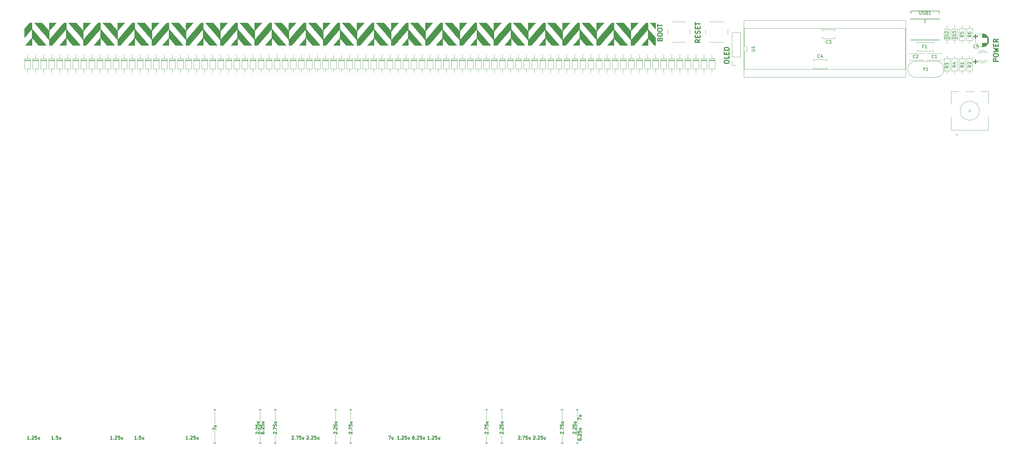
<source format=gto>
G04 #@! TF.GenerationSoftware,KiCad,Pcbnew,(5.1.4)-1*
G04 #@! TF.CreationDate,2021-09-06T19:14:00+08:00*
G04 #@! TF.ProjectId,HerringbonePro,48657272-696e-4676-926f-6e6550726f2e,rev?*
G04 #@! TF.SameCoordinates,Original*
G04 #@! TF.FileFunction,Legend,Top*
G04 #@! TF.FilePolarity,Positive*
%FSLAX46Y46*%
G04 Gerber Fmt 4.6, Leading zero omitted, Abs format (unit mm)*
G04 Created by KiCad (PCBNEW (5.1.4)-1) date 2021-09-06 19:14:00*
%MOMM*%
%LPD*%
G04 APERTURE LIST*
%ADD10C,0.250000*%
%ADD11C,0.120000*%
%ADD12C,0.300000*%
%ADD13C,0.010000*%
%ADD14C,0.150000*%
G04 APERTURE END LIST*
D10*
X157615178Y-102735119D02*
X157662797Y-102687500D01*
X157758035Y-102639880D01*
X157996130Y-102639880D01*
X158091369Y-102687500D01*
X158138988Y-102735119D01*
X158186607Y-102830357D01*
X158186607Y-102925595D01*
X158138988Y-103068452D01*
X157567559Y-103639880D01*
X158186607Y-103639880D01*
X158615178Y-103544642D02*
X158662797Y-103592261D01*
X158615178Y-103639880D01*
X158567559Y-103592261D01*
X158615178Y-103544642D01*
X158615178Y-103639880D01*
X159043750Y-102735119D02*
X159091369Y-102687500D01*
X159186607Y-102639880D01*
X159424702Y-102639880D01*
X159519940Y-102687500D01*
X159567559Y-102735119D01*
X159615178Y-102830357D01*
X159615178Y-102925595D01*
X159567559Y-103068452D01*
X158996130Y-103639880D01*
X159615178Y-103639880D01*
X160519940Y-102639880D02*
X160043750Y-102639880D01*
X159996130Y-103116071D01*
X160043750Y-103068452D01*
X160138988Y-103020833D01*
X160377083Y-103020833D01*
X160472321Y-103068452D01*
X160519940Y-103116071D01*
X160567559Y-103211309D01*
X160567559Y-103449404D01*
X160519940Y-103544642D01*
X160472321Y-103592261D01*
X160377083Y-103639880D01*
X160138988Y-103639880D01*
X160043750Y-103592261D01*
X159996130Y-103544642D01*
X161424702Y-102973214D02*
X161424702Y-103639880D01*
X160996130Y-102973214D02*
X160996130Y-103497023D01*
X161043750Y-103592261D01*
X161138988Y-103639880D01*
X161281845Y-103639880D01*
X161377083Y-103592261D01*
X161424702Y-103544642D01*
X152852678Y-102735119D02*
X152900297Y-102687500D01*
X152995535Y-102639880D01*
X153233630Y-102639880D01*
X153328869Y-102687500D01*
X153376488Y-102735119D01*
X153424107Y-102830357D01*
X153424107Y-102925595D01*
X153376488Y-103068452D01*
X152805059Y-103639880D01*
X153424107Y-103639880D01*
X153852678Y-103544642D02*
X153900297Y-103592261D01*
X153852678Y-103639880D01*
X153805059Y-103592261D01*
X153852678Y-103544642D01*
X153852678Y-103639880D01*
X154233630Y-102639880D02*
X154900297Y-102639880D01*
X154471726Y-103639880D01*
X155757440Y-102639880D02*
X155281250Y-102639880D01*
X155233630Y-103116071D01*
X155281250Y-103068452D01*
X155376488Y-103020833D01*
X155614583Y-103020833D01*
X155709821Y-103068452D01*
X155757440Y-103116071D01*
X155805059Y-103211309D01*
X155805059Y-103449404D01*
X155757440Y-103544642D01*
X155709821Y-103592261D01*
X155614583Y-103639880D01*
X155376488Y-103639880D01*
X155281250Y-103592261D01*
X155233630Y-103544642D01*
X156662202Y-102973214D02*
X156662202Y-103639880D01*
X156233630Y-102973214D02*
X156233630Y-103497023D01*
X156281250Y-103592261D01*
X156376488Y-103639880D01*
X156519345Y-103639880D01*
X156614583Y-103592261D01*
X156662202Y-103544642D01*
X124849107Y-103639880D02*
X124277678Y-103639880D01*
X124563392Y-103639880D02*
X124563392Y-102639880D01*
X124468154Y-102782738D01*
X124372916Y-102877976D01*
X124277678Y-102925595D01*
X125277678Y-103544642D02*
X125325297Y-103592261D01*
X125277678Y-103639880D01*
X125230059Y-103592261D01*
X125277678Y-103544642D01*
X125277678Y-103639880D01*
X125706250Y-102735119D02*
X125753869Y-102687500D01*
X125849107Y-102639880D01*
X126087202Y-102639880D01*
X126182440Y-102687500D01*
X126230059Y-102735119D01*
X126277678Y-102830357D01*
X126277678Y-102925595D01*
X126230059Y-103068452D01*
X125658630Y-103639880D01*
X126277678Y-103639880D01*
X127182440Y-102639880D02*
X126706250Y-102639880D01*
X126658630Y-103116071D01*
X126706250Y-103068452D01*
X126801488Y-103020833D01*
X127039583Y-103020833D01*
X127134821Y-103068452D01*
X127182440Y-103116071D01*
X127230059Y-103211309D01*
X127230059Y-103449404D01*
X127182440Y-103544642D01*
X127134821Y-103592261D01*
X127039583Y-103639880D01*
X126801488Y-103639880D01*
X126706250Y-103592261D01*
X126658630Y-103544642D01*
X128087202Y-102973214D02*
X128087202Y-103639880D01*
X127658630Y-102973214D02*
X127658630Y-103497023D01*
X127706250Y-103592261D01*
X127801488Y-103639880D01*
X127944345Y-103639880D01*
X128039583Y-103592261D01*
X128087202Y-103544642D01*
X119991369Y-102639880D02*
X119800892Y-102639880D01*
X119705654Y-102687500D01*
X119658035Y-102735119D01*
X119562797Y-102877976D01*
X119515178Y-103068452D01*
X119515178Y-103449404D01*
X119562797Y-103544642D01*
X119610416Y-103592261D01*
X119705654Y-103639880D01*
X119896130Y-103639880D01*
X119991369Y-103592261D01*
X120038988Y-103544642D01*
X120086607Y-103449404D01*
X120086607Y-103211309D01*
X120038988Y-103116071D01*
X119991369Y-103068452D01*
X119896130Y-103020833D01*
X119705654Y-103020833D01*
X119610416Y-103068452D01*
X119562797Y-103116071D01*
X119515178Y-103211309D01*
X120515178Y-103544642D02*
X120562797Y-103592261D01*
X120515178Y-103639880D01*
X120467559Y-103592261D01*
X120515178Y-103544642D01*
X120515178Y-103639880D01*
X120943750Y-102735119D02*
X120991369Y-102687500D01*
X121086607Y-102639880D01*
X121324702Y-102639880D01*
X121419940Y-102687500D01*
X121467559Y-102735119D01*
X121515178Y-102830357D01*
X121515178Y-102925595D01*
X121467559Y-103068452D01*
X120896130Y-103639880D01*
X121515178Y-103639880D01*
X122419940Y-102639880D02*
X121943750Y-102639880D01*
X121896130Y-103116071D01*
X121943750Y-103068452D01*
X122038988Y-103020833D01*
X122277083Y-103020833D01*
X122372321Y-103068452D01*
X122419940Y-103116071D01*
X122467559Y-103211309D01*
X122467559Y-103449404D01*
X122419940Y-103544642D01*
X122372321Y-103592261D01*
X122277083Y-103639880D01*
X122038988Y-103639880D01*
X121943750Y-103592261D01*
X121896130Y-103544642D01*
X123324702Y-102973214D02*
X123324702Y-103639880D01*
X122896130Y-102973214D02*
X122896130Y-103497023D01*
X122943750Y-103592261D01*
X123038988Y-103639880D01*
X123181845Y-103639880D01*
X123277083Y-103592261D01*
X123324702Y-103544642D01*
X115324107Y-103639880D02*
X114752678Y-103639880D01*
X115038392Y-103639880D02*
X115038392Y-102639880D01*
X114943154Y-102782738D01*
X114847916Y-102877976D01*
X114752678Y-102925595D01*
X115752678Y-103544642D02*
X115800297Y-103592261D01*
X115752678Y-103639880D01*
X115705059Y-103592261D01*
X115752678Y-103544642D01*
X115752678Y-103639880D01*
X116181250Y-102735119D02*
X116228869Y-102687500D01*
X116324107Y-102639880D01*
X116562202Y-102639880D01*
X116657440Y-102687500D01*
X116705059Y-102735119D01*
X116752678Y-102830357D01*
X116752678Y-102925595D01*
X116705059Y-103068452D01*
X116133630Y-103639880D01*
X116752678Y-103639880D01*
X117657440Y-102639880D02*
X117181250Y-102639880D01*
X117133630Y-103116071D01*
X117181250Y-103068452D01*
X117276488Y-103020833D01*
X117514583Y-103020833D01*
X117609821Y-103068452D01*
X117657440Y-103116071D01*
X117705059Y-103211309D01*
X117705059Y-103449404D01*
X117657440Y-103544642D01*
X117609821Y-103592261D01*
X117514583Y-103639880D01*
X117276488Y-103639880D01*
X117181250Y-103592261D01*
X117133630Y-103544642D01*
X118562202Y-102973214D02*
X118562202Y-103639880D01*
X118133630Y-102973214D02*
X118133630Y-103497023D01*
X118181250Y-103592261D01*
X118276488Y-103639880D01*
X118419345Y-103639880D01*
X118514583Y-103592261D01*
X118562202Y-103544642D01*
X111926785Y-102639880D02*
X112593452Y-102639880D01*
X112164880Y-103639880D01*
X113402976Y-102973214D02*
X113402976Y-103639880D01*
X112974404Y-102973214D02*
X112974404Y-103497023D01*
X113022023Y-103592261D01*
X113117261Y-103639880D01*
X113260119Y-103639880D01*
X113355357Y-103592261D01*
X113402976Y-103544642D01*
X48649107Y-103639880D02*
X48077678Y-103639880D01*
X48363392Y-103639880D02*
X48363392Y-102639880D01*
X48268154Y-102782738D01*
X48172916Y-102877976D01*
X48077678Y-102925595D01*
X49077678Y-103544642D02*
X49125297Y-103592261D01*
X49077678Y-103639880D01*
X49030059Y-103592261D01*
X49077678Y-103544642D01*
X49077678Y-103639880D01*
X49506250Y-102735119D02*
X49553869Y-102687500D01*
X49649107Y-102639880D01*
X49887202Y-102639880D01*
X49982440Y-102687500D01*
X50030059Y-102735119D01*
X50077678Y-102830357D01*
X50077678Y-102925595D01*
X50030059Y-103068452D01*
X49458630Y-103639880D01*
X50077678Y-103639880D01*
X50982440Y-102639880D02*
X50506250Y-102639880D01*
X50458630Y-103116071D01*
X50506250Y-103068452D01*
X50601488Y-103020833D01*
X50839583Y-103020833D01*
X50934821Y-103068452D01*
X50982440Y-103116071D01*
X51030059Y-103211309D01*
X51030059Y-103449404D01*
X50982440Y-103544642D01*
X50934821Y-103592261D01*
X50839583Y-103639880D01*
X50601488Y-103639880D01*
X50506250Y-103592261D01*
X50458630Y-103544642D01*
X51887202Y-102973214D02*
X51887202Y-103639880D01*
X51458630Y-102973214D02*
X51458630Y-103497023D01*
X51506250Y-103592261D01*
X51601488Y-103639880D01*
X51744345Y-103639880D01*
X51839583Y-103592261D01*
X51887202Y-103544642D01*
X32456547Y-103639880D02*
X31885119Y-103639880D01*
X32170833Y-103639880D02*
X32170833Y-102639880D01*
X32075595Y-102782738D01*
X31980357Y-102877976D01*
X31885119Y-102925595D01*
X32885119Y-103544642D02*
X32932738Y-103592261D01*
X32885119Y-103639880D01*
X32837500Y-103592261D01*
X32885119Y-103544642D01*
X32885119Y-103639880D01*
X33837500Y-102639880D02*
X33361309Y-102639880D01*
X33313690Y-103116071D01*
X33361309Y-103068452D01*
X33456547Y-103020833D01*
X33694642Y-103020833D01*
X33789880Y-103068452D01*
X33837500Y-103116071D01*
X33885119Y-103211309D01*
X33885119Y-103449404D01*
X33837500Y-103544642D01*
X33789880Y-103592261D01*
X33694642Y-103639880D01*
X33456547Y-103639880D01*
X33361309Y-103592261D01*
X33313690Y-103544642D01*
X34742261Y-102973214D02*
X34742261Y-103639880D01*
X34313690Y-102973214D02*
X34313690Y-103497023D01*
X34361309Y-103592261D01*
X34456547Y-103639880D01*
X34599404Y-103639880D01*
X34694642Y-103592261D01*
X34742261Y-103544642D01*
X24836607Y-103639880D02*
X24265178Y-103639880D01*
X24550892Y-103639880D02*
X24550892Y-102639880D01*
X24455654Y-102782738D01*
X24360416Y-102877976D01*
X24265178Y-102925595D01*
X25265178Y-103544642D02*
X25312797Y-103592261D01*
X25265178Y-103639880D01*
X25217559Y-103592261D01*
X25265178Y-103544642D01*
X25265178Y-103639880D01*
X25693750Y-102735119D02*
X25741369Y-102687500D01*
X25836607Y-102639880D01*
X26074702Y-102639880D01*
X26169940Y-102687500D01*
X26217559Y-102735119D01*
X26265178Y-102830357D01*
X26265178Y-102925595D01*
X26217559Y-103068452D01*
X25646130Y-103639880D01*
X26265178Y-103639880D01*
X27169940Y-102639880D02*
X26693750Y-102639880D01*
X26646130Y-103116071D01*
X26693750Y-103068452D01*
X26788988Y-103020833D01*
X27027083Y-103020833D01*
X27122321Y-103068452D01*
X27169940Y-103116071D01*
X27217559Y-103211309D01*
X27217559Y-103449404D01*
X27169940Y-103544642D01*
X27122321Y-103592261D01*
X27027083Y-103639880D01*
X26788988Y-103639880D01*
X26693750Y-103592261D01*
X26646130Y-103544642D01*
X28074702Y-102973214D02*
X28074702Y-103639880D01*
X27646130Y-102973214D02*
X27646130Y-103497023D01*
X27693750Y-103592261D01*
X27788988Y-103639880D01*
X27931845Y-103639880D01*
X28027083Y-103592261D01*
X28074702Y-103544642D01*
X6262797Y-103639880D02*
X5691369Y-103639880D01*
X5977083Y-103639880D02*
X5977083Y-102639880D01*
X5881845Y-102782738D01*
X5786607Y-102877976D01*
X5691369Y-102925595D01*
X6691369Y-103544642D02*
X6738988Y-103592261D01*
X6691369Y-103639880D01*
X6643750Y-103592261D01*
X6691369Y-103544642D01*
X6691369Y-103639880D01*
X7643750Y-102639880D02*
X7167559Y-102639880D01*
X7119940Y-103116071D01*
X7167559Y-103068452D01*
X7262797Y-103020833D01*
X7500892Y-103020833D01*
X7596130Y-103068452D01*
X7643750Y-103116071D01*
X7691369Y-103211309D01*
X7691369Y-103449404D01*
X7643750Y-103544642D01*
X7596130Y-103592261D01*
X7500892Y-103639880D01*
X7262797Y-103639880D01*
X7167559Y-103592261D01*
X7119940Y-103544642D01*
X8548511Y-102973214D02*
X8548511Y-103639880D01*
X8119940Y-102973214D02*
X8119940Y-103497023D01*
X8167559Y-103592261D01*
X8262797Y-103639880D01*
X8405654Y-103639880D01*
X8500892Y-103592261D01*
X8548511Y-103544642D01*
X-1357142Y-103639880D02*
X-1928571Y-103639880D01*
X-1642857Y-103639880D02*
X-1642857Y-102639880D01*
X-1738095Y-102782738D01*
X-1833333Y-102877976D01*
X-1928571Y-102925595D01*
X-928571Y-103544642D02*
X-880952Y-103592261D01*
X-928571Y-103639880D01*
X-976190Y-103592261D01*
X-928571Y-103544642D01*
X-928571Y-103639880D01*
X-499999Y-102735119D02*
X-452380Y-102687500D01*
X-357142Y-102639880D01*
X-119047Y-102639880D01*
X-23809Y-102687500D01*
X23809Y-102735119D01*
X71428Y-102830357D01*
X71428Y-102925595D01*
X23809Y-103068452D01*
X-547619Y-103639880D01*
X71428Y-103639880D01*
X976190Y-102639880D02*
X500000Y-102639880D01*
X452380Y-103116071D01*
X500000Y-103068452D01*
X595238Y-103020833D01*
X833333Y-103020833D01*
X928571Y-103068452D01*
X976190Y-103116071D01*
X1023809Y-103211309D01*
X1023809Y-103449404D01*
X976190Y-103544642D01*
X928571Y-103592261D01*
X833333Y-103639880D01*
X595238Y-103639880D01*
X500000Y-103592261D01*
X452380Y-103544642D01*
X1880952Y-102973214D02*
X1880952Y-103639880D01*
X1452380Y-102973214D02*
X1452380Y-103497023D01*
X1500000Y-103592261D01*
X1595238Y-103639880D01*
X1738095Y-103639880D01*
X1833333Y-103592261D01*
X1880952Y-103544642D01*
X86177678Y-102735119D02*
X86225297Y-102687500D01*
X86320535Y-102639880D01*
X86558630Y-102639880D01*
X86653869Y-102687500D01*
X86701488Y-102735119D01*
X86749107Y-102830357D01*
X86749107Y-102925595D01*
X86701488Y-103068452D01*
X86130059Y-103639880D01*
X86749107Y-103639880D01*
X87177678Y-103544642D02*
X87225297Y-103592261D01*
X87177678Y-103639880D01*
X87130059Y-103592261D01*
X87177678Y-103544642D01*
X87177678Y-103639880D01*
X87606250Y-102735119D02*
X87653869Y-102687500D01*
X87749107Y-102639880D01*
X87987202Y-102639880D01*
X88082440Y-102687500D01*
X88130059Y-102735119D01*
X88177678Y-102830357D01*
X88177678Y-102925595D01*
X88130059Y-103068452D01*
X87558630Y-103639880D01*
X88177678Y-103639880D01*
X89082440Y-102639880D02*
X88606250Y-102639880D01*
X88558630Y-103116071D01*
X88606250Y-103068452D01*
X88701488Y-103020833D01*
X88939583Y-103020833D01*
X89034821Y-103068452D01*
X89082440Y-103116071D01*
X89130059Y-103211309D01*
X89130059Y-103449404D01*
X89082440Y-103544642D01*
X89034821Y-103592261D01*
X88939583Y-103639880D01*
X88701488Y-103639880D01*
X88606250Y-103592261D01*
X88558630Y-103544642D01*
X89987202Y-102973214D02*
X89987202Y-103639880D01*
X89558630Y-102973214D02*
X89558630Y-103497023D01*
X89606250Y-103592261D01*
X89701488Y-103639880D01*
X89844345Y-103639880D01*
X89939583Y-103592261D01*
X89987202Y-103544642D01*
X81415178Y-102735119D02*
X81462797Y-102687500D01*
X81558035Y-102639880D01*
X81796130Y-102639880D01*
X81891369Y-102687500D01*
X81938988Y-102735119D01*
X81986607Y-102830357D01*
X81986607Y-102925595D01*
X81938988Y-103068452D01*
X81367559Y-103639880D01*
X81986607Y-103639880D01*
X82415178Y-103544642D02*
X82462797Y-103592261D01*
X82415178Y-103639880D01*
X82367559Y-103592261D01*
X82415178Y-103544642D01*
X82415178Y-103639880D01*
X82796130Y-102639880D02*
X83462797Y-102639880D01*
X83034226Y-103639880D01*
X84319940Y-102639880D02*
X83843750Y-102639880D01*
X83796130Y-103116071D01*
X83843750Y-103068452D01*
X83938988Y-103020833D01*
X84177083Y-103020833D01*
X84272321Y-103068452D01*
X84319940Y-103116071D01*
X84367559Y-103211309D01*
X84367559Y-103449404D01*
X84319940Y-103544642D01*
X84272321Y-103592261D01*
X84177083Y-103639880D01*
X83938988Y-103639880D01*
X83843750Y-103592261D01*
X83796130Y-103544642D01*
X85224702Y-102973214D02*
X85224702Y-103639880D01*
X84796130Y-102973214D02*
X84796130Y-103497023D01*
X84843750Y-103592261D01*
X84938988Y-103639880D01*
X85081845Y-103639880D01*
X85177083Y-103592261D01*
X85224702Y-103544642D01*
X171696130Y-103536309D02*
X171696130Y-103726785D01*
X171743750Y-103822023D01*
X171791369Y-103869642D01*
X171934226Y-103964880D01*
X172124702Y-104012500D01*
X172505654Y-104012500D01*
X172600892Y-103964880D01*
X172648511Y-103917261D01*
X172696130Y-103822023D01*
X172696130Y-103631547D01*
X172648511Y-103536309D01*
X172600892Y-103488690D01*
X172505654Y-103441071D01*
X172267559Y-103441071D01*
X172172321Y-103488690D01*
X172124702Y-103536309D01*
X172077083Y-103631547D01*
X172077083Y-103822023D01*
X172124702Y-103917261D01*
X172172321Y-103964880D01*
X172267559Y-104012500D01*
X172600892Y-103012500D02*
X172648511Y-102964880D01*
X172696130Y-103012500D01*
X172648511Y-103060119D01*
X172600892Y-103012500D01*
X172696130Y-103012500D01*
X171791369Y-102583928D02*
X171743750Y-102536309D01*
X171696130Y-102441071D01*
X171696130Y-102202976D01*
X171743750Y-102107738D01*
X171791369Y-102060119D01*
X171886607Y-102012500D01*
X171981845Y-102012500D01*
X172124702Y-102060119D01*
X172696130Y-102631547D01*
X172696130Y-102012500D01*
X171696130Y-101107738D02*
X171696130Y-101583928D01*
X172172321Y-101631547D01*
X172124702Y-101583928D01*
X172077083Y-101488690D01*
X172077083Y-101250595D01*
X172124702Y-101155357D01*
X172172321Y-101107738D01*
X172267559Y-101060119D01*
X172505654Y-101060119D01*
X172600892Y-101107738D01*
X172648511Y-101155357D01*
X172696130Y-101250595D01*
X172696130Y-101488690D01*
X172648511Y-101583928D01*
X172600892Y-101631547D01*
X172029464Y-100202976D02*
X172696130Y-100202976D01*
X172029464Y-100631547D02*
X172553273Y-100631547D01*
X172648511Y-100583928D01*
X172696130Y-100488690D01*
X172696130Y-100345833D01*
X172648511Y-100250595D01*
X172600892Y-100202976D01*
X171696130Y-97536309D02*
X171696130Y-96869642D01*
X172696130Y-97298214D01*
X172029464Y-96060119D02*
X172696130Y-96060119D01*
X172029464Y-96488690D02*
X172553273Y-96488690D01*
X172648511Y-96441071D01*
X172696130Y-96345833D01*
X172696130Y-96202976D01*
X172648511Y-96107738D01*
X172600892Y-96060119D01*
X170203869Y-101941071D02*
X170156250Y-101893452D01*
X170108630Y-101798214D01*
X170108630Y-101560119D01*
X170156250Y-101464880D01*
X170203869Y-101417261D01*
X170299107Y-101369642D01*
X170394345Y-101369642D01*
X170537202Y-101417261D01*
X171108630Y-101988690D01*
X171108630Y-101369642D01*
X171013392Y-100941071D02*
X171061011Y-100893452D01*
X171108630Y-100941071D01*
X171061011Y-100988690D01*
X171013392Y-100941071D01*
X171108630Y-100941071D01*
X170203869Y-100512500D02*
X170156250Y-100464880D01*
X170108630Y-100369642D01*
X170108630Y-100131547D01*
X170156250Y-100036309D01*
X170203869Y-99988690D01*
X170299107Y-99941071D01*
X170394345Y-99941071D01*
X170537202Y-99988690D01*
X171108630Y-100560119D01*
X171108630Y-99941071D01*
X170108630Y-99036309D02*
X170108630Y-99512500D01*
X170584821Y-99560119D01*
X170537202Y-99512500D01*
X170489583Y-99417261D01*
X170489583Y-99179166D01*
X170537202Y-99083928D01*
X170584821Y-99036309D01*
X170680059Y-98988690D01*
X170918154Y-98988690D01*
X171013392Y-99036309D01*
X171061011Y-99083928D01*
X171108630Y-99179166D01*
X171108630Y-99417261D01*
X171061011Y-99512500D01*
X171013392Y-99560119D01*
X170441964Y-98131547D02*
X171108630Y-98131547D01*
X170441964Y-98560119D02*
X170965773Y-98560119D01*
X171061011Y-98512500D01*
X171108630Y-98417261D01*
X171108630Y-98274404D01*
X171061011Y-98179166D01*
X171013392Y-98131547D01*
D11*
X166687500Y-105171875D02*
X166687500Y-102393750D01*
D10*
X166235119Y-101941071D02*
X166187500Y-101893452D01*
X166139880Y-101798214D01*
X166139880Y-101560119D01*
X166187500Y-101464880D01*
X166235119Y-101417261D01*
X166330357Y-101369642D01*
X166425595Y-101369642D01*
X166568452Y-101417261D01*
X167139880Y-101988690D01*
X167139880Y-101369642D01*
X167044642Y-100941071D02*
X167092261Y-100893452D01*
X167139880Y-100941071D01*
X167092261Y-100988690D01*
X167044642Y-100941071D01*
X167139880Y-100941071D01*
X166139880Y-100560119D02*
X166139880Y-99893452D01*
X167139880Y-100322023D01*
X166139880Y-99036309D02*
X166139880Y-99512500D01*
X166616071Y-99560119D01*
X166568452Y-99512500D01*
X166520833Y-99417261D01*
X166520833Y-99179166D01*
X166568452Y-99083928D01*
X166616071Y-99036309D01*
X166711309Y-98988690D01*
X166949404Y-98988690D01*
X167044642Y-99036309D01*
X167092261Y-99083928D01*
X167139880Y-99179166D01*
X167139880Y-99417261D01*
X167092261Y-99512500D01*
X167044642Y-99560119D01*
X166473214Y-98131547D02*
X167139880Y-98131547D01*
X166473214Y-98560119D02*
X166997023Y-98560119D01*
X167092261Y-98512500D01*
X167139880Y-98417261D01*
X167139880Y-98274404D01*
X167092261Y-98179166D01*
X167044642Y-98131547D01*
D11*
X147637500Y-105171875D02*
X147637500Y-102393750D01*
D10*
X147185119Y-101941071D02*
X147137500Y-101893452D01*
X147089880Y-101798214D01*
X147089880Y-101560119D01*
X147137500Y-101464880D01*
X147185119Y-101417261D01*
X147280357Y-101369642D01*
X147375595Y-101369642D01*
X147518452Y-101417261D01*
X148089880Y-101988690D01*
X148089880Y-101369642D01*
X147994642Y-100941071D02*
X148042261Y-100893452D01*
X148089880Y-100941071D01*
X148042261Y-100988690D01*
X147994642Y-100941071D01*
X148089880Y-100941071D01*
X147185119Y-100512500D02*
X147137500Y-100464880D01*
X147089880Y-100369642D01*
X147089880Y-100131547D01*
X147137500Y-100036309D01*
X147185119Y-99988690D01*
X147280357Y-99941071D01*
X147375595Y-99941071D01*
X147518452Y-99988690D01*
X148089880Y-100560119D01*
X148089880Y-99941071D01*
X147089880Y-99036309D02*
X147089880Y-99512500D01*
X147566071Y-99560119D01*
X147518452Y-99512500D01*
X147470833Y-99417261D01*
X147470833Y-99179166D01*
X147518452Y-99083928D01*
X147566071Y-99036309D01*
X147661309Y-98988690D01*
X147899404Y-98988690D01*
X147994642Y-99036309D01*
X148042261Y-99083928D01*
X148089880Y-99179166D01*
X148089880Y-99417261D01*
X148042261Y-99512500D01*
X147994642Y-99560119D01*
X147423214Y-98131547D02*
X148089880Y-98131547D01*
X147423214Y-98560119D02*
X147947023Y-98560119D01*
X148042261Y-98512500D01*
X148089880Y-98417261D01*
X148089880Y-98274404D01*
X148042261Y-98179166D01*
X147994642Y-98131547D01*
D11*
X142875000Y-105171875D02*
X142875000Y-102393750D01*
D10*
X142422619Y-101941071D02*
X142375000Y-101893452D01*
X142327380Y-101798214D01*
X142327380Y-101560119D01*
X142375000Y-101464880D01*
X142422619Y-101417261D01*
X142517857Y-101369642D01*
X142613095Y-101369642D01*
X142755952Y-101417261D01*
X143327380Y-101988690D01*
X143327380Y-101369642D01*
X143232142Y-100941071D02*
X143279761Y-100893452D01*
X143327380Y-100941071D01*
X143279761Y-100988690D01*
X143232142Y-100941071D01*
X143327380Y-100941071D01*
X142327380Y-100560119D02*
X142327380Y-99893452D01*
X143327380Y-100322023D01*
X142327380Y-99036309D02*
X142327380Y-99512500D01*
X142803571Y-99560119D01*
X142755952Y-99512500D01*
X142708333Y-99417261D01*
X142708333Y-99179166D01*
X142755952Y-99083928D01*
X142803571Y-99036309D01*
X142898809Y-98988690D01*
X143136904Y-98988690D01*
X143232142Y-99036309D01*
X143279761Y-99083928D01*
X143327380Y-99179166D01*
X143327380Y-99417261D01*
X143279761Y-99512500D01*
X143232142Y-99560119D01*
X142660714Y-98131547D02*
X143327380Y-98131547D01*
X142660714Y-98560119D02*
X143184523Y-98560119D01*
X143279761Y-98512500D01*
X143327380Y-98417261D01*
X143327380Y-98274404D01*
X143279761Y-98179166D01*
X143232142Y-98131547D01*
D11*
X100012500Y-105171875D02*
X100012500Y-102393750D01*
D10*
X99560119Y-101941071D02*
X99512500Y-101893452D01*
X99464880Y-101798214D01*
X99464880Y-101560119D01*
X99512500Y-101464880D01*
X99560119Y-101417261D01*
X99655357Y-101369642D01*
X99750595Y-101369642D01*
X99893452Y-101417261D01*
X100464880Y-101988690D01*
X100464880Y-101369642D01*
X100369642Y-100941071D02*
X100417261Y-100893452D01*
X100464880Y-100941071D01*
X100417261Y-100988690D01*
X100369642Y-100941071D01*
X100464880Y-100941071D01*
X99464880Y-100560119D02*
X99464880Y-99893452D01*
X100464880Y-100322023D01*
X99464880Y-99036309D02*
X99464880Y-99512500D01*
X99941071Y-99560119D01*
X99893452Y-99512500D01*
X99845833Y-99417261D01*
X99845833Y-99179166D01*
X99893452Y-99083928D01*
X99941071Y-99036309D01*
X100036309Y-98988690D01*
X100274404Y-98988690D01*
X100369642Y-99036309D01*
X100417261Y-99083928D01*
X100464880Y-99179166D01*
X100464880Y-99417261D01*
X100417261Y-99512500D01*
X100369642Y-99560119D01*
X99798214Y-98131547D02*
X100464880Y-98131547D01*
X99798214Y-98560119D02*
X100322023Y-98560119D01*
X100417261Y-98512500D01*
X100464880Y-98417261D01*
X100464880Y-98274404D01*
X100417261Y-98179166D01*
X100369642Y-98131547D01*
D11*
X95250000Y-105171875D02*
X95250000Y-102393750D01*
D10*
X94797619Y-101941071D02*
X94750000Y-101893452D01*
X94702380Y-101798214D01*
X94702380Y-101560119D01*
X94750000Y-101464880D01*
X94797619Y-101417261D01*
X94892857Y-101369642D01*
X94988095Y-101369642D01*
X95130952Y-101417261D01*
X95702380Y-101988690D01*
X95702380Y-101369642D01*
X95607142Y-100941071D02*
X95654761Y-100893452D01*
X95702380Y-100941071D01*
X95654761Y-100988690D01*
X95607142Y-100941071D01*
X95702380Y-100941071D01*
X94797619Y-100512500D02*
X94750000Y-100464880D01*
X94702380Y-100369642D01*
X94702380Y-100131547D01*
X94750000Y-100036309D01*
X94797619Y-99988690D01*
X94892857Y-99941071D01*
X94988095Y-99941071D01*
X95130952Y-99988690D01*
X95702380Y-100560119D01*
X95702380Y-99941071D01*
X94702380Y-99036309D02*
X94702380Y-99512500D01*
X95178571Y-99560119D01*
X95130952Y-99512500D01*
X95083333Y-99417261D01*
X95083333Y-99179166D01*
X95130952Y-99083928D01*
X95178571Y-99036309D01*
X95273809Y-98988690D01*
X95511904Y-98988690D01*
X95607142Y-99036309D01*
X95654761Y-99083928D01*
X95702380Y-99179166D01*
X95702380Y-99417261D01*
X95654761Y-99512500D01*
X95607142Y-99560119D01*
X95035714Y-98131547D02*
X95702380Y-98131547D01*
X95035714Y-98560119D02*
X95559523Y-98560119D01*
X95654761Y-98512500D01*
X95702380Y-98417261D01*
X95702380Y-98274404D01*
X95654761Y-98179166D01*
X95607142Y-98131547D01*
D11*
X76200000Y-105171875D02*
X76200000Y-102393750D01*
D10*
X75747619Y-101941071D02*
X75700000Y-101893452D01*
X75652380Y-101798214D01*
X75652380Y-101560119D01*
X75700000Y-101464880D01*
X75747619Y-101417261D01*
X75842857Y-101369642D01*
X75938095Y-101369642D01*
X76080952Y-101417261D01*
X76652380Y-101988690D01*
X76652380Y-101369642D01*
X76557142Y-100941071D02*
X76604761Y-100893452D01*
X76652380Y-100941071D01*
X76604761Y-100988690D01*
X76557142Y-100941071D01*
X76652380Y-100941071D01*
X75652380Y-100560119D02*
X75652380Y-99893452D01*
X76652380Y-100322023D01*
X75652380Y-99036309D02*
X75652380Y-99512500D01*
X76128571Y-99560119D01*
X76080952Y-99512500D01*
X76033333Y-99417261D01*
X76033333Y-99179166D01*
X76080952Y-99083928D01*
X76128571Y-99036309D01*
X76223809Y-98988690D01*
X76461904Y-98988690D01*
X76557142Y-99036309D01*
X76604761Y-99083928D01*
X76652380Y-99179166D01*
X76652380Y-99417261D01*
X76604761Y-99512500D01*
X76557142Y-99560119D01*
X75985714Y-98131547D02*
X76652380Y-98131547D01*
X75985714Y-98560119D02*
X76509523Y-98560119D01*
X76604761Y-98512500D01*
X76652380Y-98417261D01*
X76652380Y-98274404D01*
X76604761Y-98179166D01*
X76557142Y-98131547D01*
X71683630Y-101464880D02*
X71683630Y-101655357D01*
X71731250Y-101750595D01*
X71778869Y-101798214D01*
X71921726Y-101893452D01*
X72112202Y-101941071D01*
X72493154Y-101941071D01*
X72588392Y-101893452D01*
X72636011Y-101845833D01*
X72683630Y-101750595D01*
X72683630Y-101560119D01*
X72636011Y-101464880D01*
X72588392Y-101417261D01*
X72493154Y-101369642D01*
X72255059Y-101369642D01*
X72159821Y-101417261D01*
X72112202Y-101464880D01*
X72064583Y-101560119D01*
X72064583Y-101750595D01*
X72112202Y-101845833D01*
X72159821Y-101893452D01*
X72255059Y-101941071D01*
X72588392Y-100941071D02*
X72636011Y-100893452D01*
X72683630Y-100941071D01*
X72636011Y-100988690D01*
X72588392Y-100941071D01*
X72683630Y-100941071D01*
X71778869Y-100512500D02*
X71731250Y-100464880D01*
X71683630Y-100369642D01*
X71683630Y-100131547D01*
X71731250Y-100036309D01*
X71778869Y-99988690D01*
X71874107Y-99941071D01*
X71969345Y-99941071D01*
X72112202Y-99988690D01*
X72683630Y-100560119D01*
X72683630Y-99941071D01*
X71683630Y-99036309D02*
X71683630Y-99512500D01*
X72159821Y-99560119D01*
X72112202Y-99512500D01*
X72064583Y-99417261D01*
X72064583Y-99179166D01*
X72112202Y-99083928D01*
X72159821Y-99036309D01*
X72255059Y-98988690D01*
X72493154Y-98988690D01*
X72588392Y-99036309D01*
X72636011Y-99083928D01*
X72683630Y-99179166D01*
X72683630Y-99417261D01*
X72636011Y-99512500D01*
X72588392Y-99560119D01*
X72016964Y-98131547D02*
X72683630Y-98131547D01*
X72016964Y-98560119D02*
X72540773Y-98560119D01*
X72636011Y-98512500D01*
X72683630Y-98417261D01*
X72683630Y-98274404D01*
X72636011Y-98179166D01*
X72588392Y-98131547D01*
D11*
X57150000Y-105171875D02*
X57150000Y-100806250D01*
D10*
X70191369Y-101941071D02*
X70143750Y-101893452D01*
X70096130Y-101798214D01*
X70096130Y-101560119D01*
X70143750Y-101464880D01*
X70191369Y-101417261D01*
X70286607Y-101369642D01*
X70381845Y-101369642D01*
X70524702Y-101417261D01*
X71096130Y-101988690D01*
X71096130Y-101369642D01*
X71000892Y-100941071D02*
X71048511Y-100893452D01*
X71096130Y-100941071D01*
X71048511Y-100988690D01*
X71000892Y-100941071D01*
X71096130Y-100941071D01*
X70191369Y-100512500D02*
X70143750Y-100464880D01*
X70096130Y-100369642D01*
X70096130Y-100131547D01*
X70143750Y-100036309D01*
X70191369Y-99988690D01*
X70286607Y-99941071D01*
X70381845Y-99941071D01*
X70524702Y-99988690D01*
X71096130Y-100560119D01*
X71096130Y-99941071D01*
X70096130Y-99036309D02*
X70096130Y-99512500D01*
X70572321Y-99560119D01*
X70524702Y-99512500D01*
X70477083Y-99417261D01*
X70477083Y-99179166D01*
X70524702Y-99083928D01*
X70572321Y-99036309D01*
X70667559Y-98988690D01*
X70905654Y-98988690D01*
X71000892Y-99036309D01*
X71048511Y-99083928D01*
X71096130Y-99179166D01*
X71096130Y-99417261D01*
X71048511Y-99512500D01*
X71000892Y-99560119D01*
X70429464Y-98131547D02*
X71096130Y-98131547D01*
X70429464Y-98560119D02*
X70953273Y-98560119D01*
X71048511Y-98512500D01*
X71096130Y-98417261D01*
X71096130Y-98274404D01*
X71048511Y-98179166D01*
X71000892Y-98131547D01*
X56602380Y-100798214D02*
X56602380Y-100131547D01*
X57602380Y-100560119D01*
X56935714Y-99322023D02*
X57602380Y-99322023D01*
X56935714Y-99750595D02*
X57459523Y-99750595D01*
X57554761Y-99702976D01*
X57602380Y-99607738D01*
X57602380Y-99464880D01*
X57554761Y-99369642D01*
X57507142Y-99322023D01*
D11*
X171846875Y-104775000D02*
X171450000Y-105171875D01*
X171450000Y-105171875D02*
X171053125Y-104775000D01*
X171053125Y-94456250D02*
X171846875Y-94456250D01*
X171450000Y-105171875D02*
X171450000Y-94059375D01*
X171450000Y-94059375D02*
X171053125Y-94456250D01*
X171053125Y-104775000D02*
X171846875Y-104775000D01*
X171846875Y-94456250D02*
X171450000Y-94059375D01*
X166687500Y-97631250D02*
X166687500Y-94059375D01*
X166687500Y-105171875D02*
X166290625Y-104775000D01*
X166687500Y-94059375D02*
X166290625Y-94456250D01*
X166290625Y-104775000D02*
X167084375Y-104775000D01*
X167084375Y-94456250D02*
X166687500Y-94059375D01*
X167084375Y-104775000D02*
X166687500Y-105171875D01*
X166290625Y-94456250D02*
X167084375Y-94456250D01*
X147240625Y-104775000D02*
X148034375Y-104775000D01*
X147637500Y-94059375D02*
X147240625Y-94456250D01*
X147637500Y-105171875D02*
X147240625Y-104775000D01*
X147637500Y-97631250D02*
X147637500Y-94059375D01*
X148034375Y-94456250D02*
X147637500Y-94059375D01*
X148034375Y-104775000D02*
X147637500Y-105171875D01*
X147240625Y-94456250D02*
X148034375Y-94456250D01*
X143271875Y-94456250D02*
X142875000Y-94059375D01*
X143271875Y-104775000D02*
X142875000Y-105171875D01*
X142875000Y-94059375D02*
X142478125Y-94456250D01*
X142875000Y-105171875D02*
X142478125Y-104775000D01*
X142478125Y-94456250D02*
X143271875Y-94456250D01*
X142478125Y-104775000D02*
X143271875Y-104775000D01*
X142875000Y-97631250D02*
X142875000Y-94059375D01*
X100409375Y-94456250D02*
X100012500Y-94059375D01*
X100012500Y-97631250D02*
X100012500Y-94059375D01*
X100012500Y-105171875D02*
X99615625Y-104775000D01*
X100409375Y-104775000D02*
X100012500Y-105171875D01*
X100012500Y-94059375D02*
X99615625Y-94456250D01*
X99615625Y-94456250D02*
X100409375Y-94456250D01*
X99615625Y-104775000D02*
X100409375Y-104775000D01*
X94853125Y-94456250D02*
X95646875Y-94456250D01*
X95250000Y-97631250D02*
X95250000Y-94059375D01*
X95250000Y-94059375D02*
X94853125Y-94456250D01*
X95250000Y-105171875D02*
X94853125Y-104775000D01*
X95646875Y-104775000D02*
X95250000Y-105171875D01*
X95646875Y-94456250D02*
X95250000Y-94059375D01*
X94853125Y-104775000D02*
X95646875Y-104775000D01*
X76200000Y-94059375D02*
X75803125Y-94456250D01*
X76200000Y-105171875D02*
X75803125Y-104775000D01*
X75803125Y-94456250D02*
X76596875Y-94456250D01*
X75803125Y-104775000D02*
X76596875Y-104775000D01*
X76200000Y-97631250D02*
X76200000Y-94059375D01*
X76596875Y-94456250D02*
X76200000Y-94059375D01*
X76596875Y-104775000D02*
X76200000Y-105171875D01*
X71040625Y-104775000D02*
X71834375Y-104775000D01*
X71437500Y-94059375D02*
X71040625Y-94456250D01*
X71437500Y-105171875D02*
X71040625Y-104775000D01*
X71834375Y-94456250D02*
X71437500Y-94059375D01*
X71040625Y-94456250D02*
X71834375Y-94456250D01*
X71437500Y-105171875D02*
X71437500Y-94059375D01*
X71834375Y-104775000D02*
X71437500Y-105171875D01*
X57546875Y-104775000D02*
X57150000Y-105171875D01*
X56753125Y-104775000D02*
X57546875Y-104775000D01*
X57150000Y-105171875D02*
X56753125Y-104775000D01*
X57546875Y-94456250D02*
X57150000Y-94059375D01*
X56753125Y-94456250D02*
X57546875Y-94456250D01*
X57150000Y-94059375D02*
X56753125Y-94456250D01*
X57150000Y-98821875D02*
X57150000Y-94059375D01*
D12*
X296528571Y15482857D02*
X297671428Y15482857D01*
X297100000Y14911428D02*
X297100000Y16054285D01*
X296558571Y23412857D02*
X297701428Y23412857D01*
X297130000Y22841428D02*
X297130000Y23984285D01*
X217856696Y15283928D02*
X217856696Y15569642D01*
X217928125Y15712500D01*
X218070982Y15855357D01*
X218356696Y15926785D01*
X218856696Y15926785D01*
X219142410Y15855357D01*
X219285267Y15712500D01*
X219356696Y15569642D01*
X219356696Y15283928D01*
X219285267Y15141071D01*
X219142410Y14998214D01*
X218856696Y14926785D01*
X218356696Y14926785D01*
X218070982Y14998214D01*
X217928125Y15141071D01*
X217856696Y15283928D01*
X219356696Y17283928D02*
X219356696Y16569642D01*
X217856696Y16569642D01*
X218570982Y17783928D02*
X218570982Y18283928D01*
X219356696Y18498214D02*
X219356696Y17783928D01*
X217856696Y17783928D01*
X217856696Y18498214D01*
X219356696Y19141071D02*
X217856696Y19141071D01*
X217856696Y19498214D01*
X217928125Y19712500D01*
X218070982Y19855357D01*
X218213839Y19926785D01*
X218499553Y19998214D01*
X218713839Y19998214D01*
X218999553Y19926785D01*
X219142410Y19855357D01*
X219285267Y19712500D01*
X219356696Y19498214D01*
X219356696Y19141071D01*
X210228571Y22427678D02*
X209514285Y21927678D01*
X210228571Y21570535D02*
X208728571Y21570535D01*
X208728571Y22141964D01*
X208800000Y22284821D01*
X208871428Y22356250D01*
X209014285Y22427678D01*
X209228571Y22427678D01*
X209371428Y22356250D01*
X209442857Y22284821D01*
X209514285Y22141964D01*
X209514285Y21570535D01*
X209442857Y23070535D02*
X209442857Y23570535D01*
X210228571Y23784821D02*
X210228571Y23070535D01*
X208728571Y23070535D01*
X208728571Y23784821D01*
X210157142Y24356250D02*
X210228571Y24570535D01*
X210228571Y24927678D01*
X210157142Y25070535D01*
X210085714Y25141964D01*
X209942857Y25213392D01*
X209800000Y25213392D01*
X209657142Y25141964D01*
X209585714Y25070535D01*
X209514285Y24927678D01*
X209442857Y24641964D01*
X209371428Y24499107D01*
X209300000Y24427678D01*
X209157142Y24356250D01*
X209014285Y24356250D01*
X208871428Y24427678D01*
X208800000Y24499107D01*
X208728571Y24641964D01*
X208728571Y24999107D01*
X208800000Y25213392D01*
X209442857Y25856250D02*
X209442857Y26356250D01*
X210228571Y26570535D02*
X210228571Y25856250D01*
X208728571Y25856250D01*
X208728571Y26570535D01*
X208728571Y26999107D02*
X208728571Y27856250D01*
X210228571Y27427678D02*
X208728571Y27427678D01*
X197536607Y22570535D02*
X197608035Y22784821D01*
X197679464Y22856250D01*
X197822321Y22927678D01*
X198036607Y22927678D01*
X198179464Y22856250D01*
X198250892Y22784821D01*
X198322321Y22641964D01*
X198322321Y22070535D01*
X196822321Y22070535D01*
X196822321Y22570535D01*
X196893750Y22713392D01*
X196965178Y22784821D01*
X197108035Y22856250D01*
X197250892Y22856250D01*
X197393750Y22784821D01*
X197465178Y22713392D01*
X197536607Y22570535D01*
X197536607Y22070535D01*
X196822321Y23856250D02*
X196822321Y24141964D01*
X196893750Y24284821D01*
X197036607Y24427678D01*
X197322321Y24499107D01*
X197822321Y24499107D01*
X198108035Y24427678D01*
X198250892Y24284821D01*
X198322321Y24141964D01*
X198322321Y23856250D01*
X198250892Y23713392D01*
X198108035Y23570535D01*
X197822321Y23499107D01*
X197322321Y23499107D01*
X197036607Y23570535D01*
X196893750Y23713392D01*
X196822321Y23856250D01*
X196822321Y25427678D02*
X196822321Y25713392D01*
X196893750Y25856250D01*
X197036607Y25999107D01*
X197322321Y26070535D01*
X197822321Y26070535D01*
X198108035Y25999107D01*
X198250892Y25856250D01*
X198322321Y25713392D01*
X198322321Y25427678D01*
X198250892Y25284821D01*
X198108035Y25141964D01*
X197822321Y25070535D01*
X197322321Y25070535D01*
X197036607Y25141964D01*
X196893750Y25284821D01*
X196822321Y25427678D01*
X196822321Y26499107D02*
X196822321Y27356250D01*
X198322321Y26927678D02*
X196822321Y26927678D01*
X304287946Y15585714D02*
X302787946Y15585714D01*
X302787946Y16157142D01*
X302859375Y16300000D01*
X302930803Y16371428D01*
X303073660Y16442857D01*
X303287946Y16442857D01*
X303430803Y16371428D01*
X303502232Y16300000D01*
X303573660Y16157142D01*
X303573660Y15585714D01*
X302787946Y17371428D02*
X302787946Y17657142D01*
X302859375Y17800000D01*
X303002232Y17942857D01*
X303287946Y18014285D01*
X303787946Y18014285D01*
X304073660Y17942857D01*
X304216517Y17800000D01*
X304287946Y17657142D01*
X304287946Y17371428D01*
X304216517Y17228571D01*
X304073660Y17085714D01*
X303787946Y17014285D01*
X303287946Y17014285D01*
X303002232Y17085714D01*
X302859375Y17228571D01*
X302787946Y17371428D01*
X302787946Y18514285D02*
X304287946Y18871428D01*
X303216517Y19157142D01*
X304287946Y19442857D01*
X302787946Y19800000D01*
X303502232Y20371428D02*
X303502232Y20871428D01*
X304287946Y21085714D02*
X304287946Y20371428D01*
X302787946Y20371428D01*
X302787946Y21085714D01*
X304287946Y22585714D02*
X303573660Y22085714D01*
X304287946Y21728571D02*
X302787946Y21728571D01*
X302787946Y22300000D01*
X302859375Y22442857D01*
X302930803Y22514285D01*
X303073660Y22585714D01*
X303287946Y22585714D01*
X303430803Y22514285D01*
X303502232Y22442857D01*
X303573660Y22300000D01*
X303573660Y21728571D01*
D11*
X128555000Y16483125D02*
X126715000Y16483125D01*
X126715000Y16483125D02*
X126715000Y13203125D01*
X126715000Y13203125D02*
X128555000Y13203125D01*
X128555000Y13203125D02*
X128555000Y16483125D01*
X127635000Y17663125D02*
X127635000Y16483125D01*
X127635000Y12023125D02*
X127635000Y13203125D01*
X128555000Y15907125D02*
X126715000Y15907125D01*
X128555000Y15787125D02*
X126715000Y15787125D01*
X128555000Y16027125D02*
X126715000Y16027125D01*
X59975000Y16483125D02*
X58135000Y16483125D01*
X58135000Y16483125D02*
X58135000Y13203125D01*
X58135000Y13203125D02*
X59975000Y13203125D01*
X59975000Y13203125D02*
X59975000Y16483125D01*
X59055000Y17663125D02*
X59055000Y16483125D01*
X59055000Y12023125D02*
X59055000Y13203125D01*
X59975000Y15907125D02*
X58135000Y15907125D01*
X59975000Y15787125D02*
X58135000Y15787125D01*
X59975000Y16027125D02*
X58135000Y16027125D01*
X222945000Y16986250D02*
X220285000Y16986250D01*
X222945000Y16986250D02*
X222945000Y24666250D01*
X222945000Y24666250D02*
X220285000Y24666250D01*
X220285000Y16986250D02*
X220285000Y24666250D01*
X220285000Y14386250D02*
X220285000Y15716250D01*
X221615000Y14386250D02*
X220285000Y14386250D01*
D13*
G36*
X89417225Y27518240D02*
G01*
X89403495Y27504510D01*
X89389765Y27518240D01*
X89403495Y27531969D01*
X89417225Y27518240D01*
X89417225Y27518240D01*
G37*
X89417225Y27518240D02*
X89403495Y27504510D01*
X89389765Y27518240D01*
X89403495Y27531969D01*
X89417225Y27518240D01*
G36*
X24585441Y27518240D02*
G01*
X24571711Y27504510D01*
X24557982Y27518240D01*
X24571711Y27531969D01*
X24585441Y27518240D01*
X24585441Y27518240D01*
G37*
X24585441Y27518240D02*
X24571711Y27504510D01*
X24557982Y27518240D01*
X24571711Y27531969D01*
X24585441Y27518240D01*
G36*
X186513873Y27435861D02*
G01*
X186500144Y27422132D01*
X186486414Y27435861D01*
X186500144Y27449591D01*
X186513873Y27435861D01*
X186513873Y27435861D01*
G37*
X186513873Y27435861D02*
X186500144Y27422132D01*
X186486414Y27435861D01*
X186500144Y27449591D01*
X186513873Y27435861D01*
G36*
X121682090Y27435861D02*
G01*
X121668360Y27422132D01*
X121654630Y27435861D01*
X121668360Y27449591D01*
X121682090Y27435861D01*
X121682090Y27435861D01*
G37*
X121682090Y27435861D02*
X121668360Y27422132D01*
X121654630Y27435861D01*
X121668360Y27449591D01*
X121682090Y27435861D01*
G36*
X71623495Y27243645D02*
G01*
X71609765Y27229915D01*
X71596036Y27243645D01*
X71609765Y27257375D01*
X71623495Y27243645D01*
X71623495Y27243645D01*
G37*
X71623495Y27243645D02*
X71609765Y27229915D01*
X71596036Y27243645D01*
X71609765Y27257375D01*
X71623495Y27243645D01*
G36*
X6791711Y27243645D02*
G01*
X6777982Y27229915D01*
X6764252Y27243645D01*
X6777982Y27257375D01*
X6791711Y27243645D01*
X6791711Y27243645D01*
G37*
X6791711Y27243645D02*
X6777982Y27229915D01*
X6764252Y27243645D01*
X6777982Y27257375D01*
X6791711Y27243645D01*
G36*
X168720144Y27161267D02*
G01*
X168706414Y27147537D01*
X168692684Y27161267D01*
X168706414Y27174996D01*
X168720144Y27161267D01*
X168720144Y27161267D01*
G37*
X168720144Y27161267D02*
X168706414Y27147537D01*
X168692684Y27161267D01*
X168706414Y27174996D01*
X168720144Y27161267D01*
G36*
X103888360Y27161267D02*
G01*
X103874630Y27147537D01*
X103860900Y27161267D01*
X103874630Y27174996D01*
X103888360Y27161267D01*
X103888360Y27161267D01*
G37*
X103888360Y27161267D02*
X103874630Y27147537D01*
X103860900Y27161267D01*
X103874630Y27174996D01*
X103888360Y27161267D01*
G36*
X29802738Y26502240D02*
G01*
X29789009Y26488510D01*
X29775279Y26502240D01*
X29789009Y26515969D01*
X29802738Y26502240D01*
X29802738Y26502240D01*
G37*
X29802738Y26502240D02*
X29789009Y26488510D01*
X29775279Y26502240D01*
X29789009Y26515969D01*
X29802738Y26502240D01*
G36*
X191731171Y26419861D02*
G01*
X191717441Y26406132D01*
X191703711Y26419861D01*
X191717441Y26433591D01*
X191731171Y26419861D01*
X191731171Y26419861D01*
G37*
X191731171Y26419861D02*
X191717441Y26406132D01*
X191703711Y26419861D01*
X191717441Y26433591D01*
X191731171Y26419861D01*
G36*
X126899387Y26419861D02*
G01*
X126885657Y26406132D01*
X126871927Y26419861D01*
X126885657Y26433591D01*
X126899387Y26419861D01*
X126899387Y26419861D01*
G37*
X126899387Y26419861D02*
X126885657Y26406132D01*
X126871927Y26419861D01*
X126885657Y26433591D01*
X126899387Y26419861D01*
G36*
X76923171Y26364942D02*
G01*
X76909441Y26351213D01*
X76895711Y26364942D01*
X76909441Y26378672D01*
X76923171Y26364942D01*
X76923171Y26364942D01*
G37*
X76923171Y26364942D02*
X76909441Y26351213D01*
X76895711Y26364942D01*
X76909441Y26378672D01*
X76923171Y26364942D01*
G36*
X12091387Y26364942D02*
G01*
X12077657Y26351213D01*
X12063927Y26364942D01*
X12077657Y26378672D01*
X12091387Y26364942D01*
X12091387Y26364942D01*
G37*
X12091387Y26364942D02*
X12077657Y26351213D01*
X12063927Y26364942D01*
X12077657Y26378672D01*
X12091387Y26364942D01*
G36*
X174019819Y26282564D02*
G01*
X174006090Y26268834D01*
X173992360Y26282564D01*
X174006090Y26296294D01*
X174019819Y26282564D01*
X174019819Y26282564D01*
G37*
X174019819Y26282564D02*
X174006090Y26268834D01*
X173992360Y26282564D01*
X174006090Y26296294D01*
X174019819Y26282564D01*
G36*
X109188036Y26282564D02*
G01*
X109174306Y26268834D01*
X109160576Y26282564D01*
X109174306Y26296294D01*
X109188036Y26282564D01*
X109188036Y26282564D01*
G37*
X109188036Y26282564D02*
X109174306Y26268834D01*
X109160576Y26282564D01*
X109174306Y26296294D01*
X109188036Y26282564D01*
G36*
X72914090Y26282564D02*
G01*
X72900360Y26268834D01*
X72886630Y26282564D01*
X72900360Y26296294D01*
X72914090Y26282564D01*
X72914090Y26282564D01*
G37*
X72914090Y26282564D02*
X72900360Y26268834D01*
X72886630Y26282564D01*
X72900360Y26296294D01*
X72914090Y26282564D01*
G36*
X8082306Y26282564D02*
G01*
X8068576Y26268834D01*
X8054846Y26282564D01*
X8068576Y26296294D01*
X8082306Y26282564D01*
X8082306Y26282564D01*
G37*
X8082306Y26282564D02*
X8068576Y26268834D01*
X8054846Y26282564D01*
X8068576Y26296294D01*
X8082306Y26282564D01*
G36*
X90543063Y26255104D02*
G01*
X90529333Y26241375D01*
X90515603Y26255104D01*
X90529333Y26268834D01*
X90543063Y26255104D01*
X90543063Y26255104D01*
G37*
X90543063Y26255104D02*
X90529333Y26241375D01*
X90515603Y26255104D01*
X90529333Y26268834D01*
X90543063Y26255104D01*
G36*
X25711279Y26255104D02*
G01*
X25697549Y26241375D01*
X25683819Y26255104D01*
X25697549Y26268834D01*
X25711279Y26255104D01*
X25711279Y26255104D01*
G37*
X25711279Y26255104D02*
X25697549Y26241375D01*
X25683819Y26255104D01*
X25697549Y26268834D01*
X25711279Y26255104D01*
G36*
X170010738Y26200186D02*
G01*
X169997009Y26186456D01*
X169983279Y26200186D01*
X169997009Y26213915D01*
X170010738Y26200186D01*
X170010738Y26200186D01*
G37*
X170010738Y26200186D02*
X169997009Y26186456D01*
X169983279Y26200186D01*
X169997009Y26213915D01*
X170010738Y26200186D01*
G36*
X105178954Y26200186D02*
G01*
X105165225Y26186456D01*
X105151495Y26200186D01*
X105165225Y26213915D01*
X105178954Y26200186D01*
X105178954Y26200186D01*
G37*
X105178954Y26200186D02*
X105165225Y26186456D01*
X105151495Y26200186D01*
X105165225Y26213915D01*
X105178954Y26200186D01*
G36*
X187639711Y26172726D02*
G01*
X187625982Y26158996D01*
X187612252Y26172726D01*
X187625982Y26186456D01*
X187639711Y26172726D01*
X187639711Y26172726D01*
G37*
X187639711Y26172726D02*
X187625982Y26158996D01*
X187612252Y26172726D01*
X187625982Y26186456D01*
X187639711Y26172726D01*
G36*
X122807927Y26172726D02*
G01*
X122794198Y26158996D01*
X122780468Y26172726D01*
X122794198Y26186456D01*
X122807927Y26172726D01*
X122807927Y26172726D01*
G37*
X122807927Y26172726D02*
X122794198Y26158996D01*
X122780468Y26172726D01*
X122794198Y26186456D01*
X122807927Y26172726D01*
G36*
X72886630Y26145267D02*
G01*
X72872900Y26131537D01*
X72859171Y26145267D01*
X72872900Y26158996D01*
X72886630Y26145267D01*
X72886630Y26145267D01*
G37*
X72886630Y26145267D02*
X72872900Y26131537D01*
X72859171Y26145267D01*
X72872900Y26158996D01*
X72886630Y26145267D01*
G36*
X59980684Y26145267D02*
G01*
X59966954Y26131537D01*
X59953225Y26145267D01*
X59966954Y26158996D01*
X59980684Y26145267D01*
X59980684Y26145267D01*
G37*
X59980684Y26145267D02*
X59966954Y26131537D01*
X59953225Y26145267D01*
X59966954Y26158996D01*
X59980684Y26145267D01*
G36*
X8054846Y26145267D02*
G01*
X8041117Y26131537D01*
X8027387Y26145267D01*
X8041117Y26158996D01*
X8054846Y26145267D01*
X8054846Y26145267D01*
G37*
X8054846Y26145267D02*
X8041117Y26131537D01*
X8027387Y26145267D01*
X8041117Y26158996D01*
X8054846Y26145267D01*
G36*
X169983279Y26062888D02*
G01*
X169969549Y26049159D01*
X169955819Y26062888D01*
X169969549Y26076618D01*
X169983279Y26062888D01*
X169983279Y26062888D01*
G37*
X169983279Y26062888D02*
X169969549Y26049159D01*
X169955819Y26062888D01*
X169969549Y26076618D01*
X169983279Y26062888D01*
G36*
X157077333Y26062888D02*
G01*
X157063603Y26049159D01*
X157049873Y26062888D01*
X157063603Y26076618D01*
X157077333Y26062888D01*
X157077333Y26062888D01*
G37*
X157077333Y26062888D02*
X157063603Y26049159D01*
X157049873Y26062888D01*
X157063603Y26076618D01*
X157077333Y26062888D01*
G36*
X105151495Y26062888D02*
G01*
X105137765Y26049159D01*
X105124036Y26062888D01*
X105137765Y26076618D01*
X105151495Y26062888D01*
X105151495Y26062888D01*
G37*
X105151495Y26062888D02*
X105137765Y26049159D01*
X105124036Y26062888D01*
X105137765Y26076618D01*
X105151495Y26062888D01*
G36*
X90762738Y25953050D02*
G01*
X90749009Y25939321D01*
X90735279Y25953050D01*
X90749009Y25966780D01*
X90762738Y25953050D01*
X90762738Y25953050D01*
G37*
X90762738Y25953050D02*
X90749009Y25939321D01*
X90735279Y25953050D01*
X90749009Y25966780D01*
X90762738Y25953050D01*
G36*
X25930954Y25953050D02*
G01*
X25917225Y25939321D01*
X25903495Y25953050D01*
X25917225Y25966780D01*
X25930954Y25953050D01*
X25930954Y25953050D01*
G37*
X25930954Y25953050D02*
X25917225Y25939321D01*
X25903495Y25953050D01*
X25917225Y25966780D01*
X25930954Y25953050D01*
G36*
X187859387Y25870672D02*
G01*
X187845657Y25856942D01*
X187831927Y25870672D01*
X187845657Y25884402D01*
X187859387Y25870672D01*
X187859387Y25870672D01*
G37*
X187859387Y25870672D02*
X187845657Y25856942D01*
X187831927Y25870672D01*
X187845657Y25884402D01*
X187859387Y25870672D01*
G36*
X123027603Y25870672D02*
G01*
X123013873Y25856942D01*
X123000144Y25870672D01*
X123013873Y25884402D01*
X123027603Y25870672D01*
X123027603Y25870672D01*
G37*
X123027603Y25870672D02*
X123013873Y25856942D01*
X123000144Y25870672D01*
X123013873Y25884402D01*
X123027603Y25870672D01*
G36*
X196179603Y26790564D02*
G01*
X196179272Y26563718D01*
X196178331Y26355203D01*
X196176857Y26171146D01*
X196174925Y26017675D01*
X196172613Y25900916D01*
X196169997Y25826998D01*
X196167238Y25802023D01*
X196144917Y25822248D01*
X196132914Y25840751D01*
X196104925Y25879170D01*
X196051035Y25945287D01*
X195982033Y26025931D01*
X195969845Y26039832D01*
X195890477Y26130514D01*
X195788185Y26248123D01*
X195669129Y26385509D01*
X195539468Y26535518D01*
X195405361Y26691000D01*
X195272967Y26844801D01*
X195148445Y26989771D01*
X195037955Y27118756D01*
X194947656Y27224605D01*
X194883707Y27300166D01*
X194861549Y27326770D01*
X194794356Y27407068D01*
X194708720Y27507423D01*
X194622614Y27606783D01*
X194618562Y27611411D01*
X194471683Y27779104D01*
X196179603Y27779104D01*
X196179603Y26790564D01*
X196179603Y26790564D01*
G37*
X196179603Y26790564D02*
X196179272Y26563718D01*
X196178331Y26355203D01*
X196176857Y26171146D01*
X196174925Y26017675D01*
X196172613Y25900916D01*
X196169997Y25826998D01*
X196167238Y25802023D01*
X196144917Y25822248D01*
X196132914Y25840751D01*
X196104925Y25879170D01*
X196051035Y25945287D01*
X195982033Y26025931D01*
X195969845Y26039832D01*
X195890477Y26130514D01*
X195788185Y26248123D01*
X195669129Y26385509D01*
X195539468Y26535518D01*
X195405361Y26691000D01*
X195272967Y26844801D01*
X195148445Y26989771D01*
X195037955Y27118756D01*
X194947656Y27224605D01*
X194883707Y27300166D01*
X194861549Y27326770D01*
X194794356Y27407068D01*
X194708720Y27507423D01*
X194622614Y27606783D01*
X194618562Y27611411D01*
X194471683Y27779104D01*
X196179603Y27779104D01*
X196179603Y26790564D01*
G36*
X93810738Y25376402D02*
G01*
X93797009Y25362672D01*
X93783279Y25376402D01*
X93797009Y25390132D01*
X93810738Y25376402D01*
X93810738Y25376402D01*
G37*
X93810738Y25376402D02*
X93797009Y25362672D01*
X93783279Y25376402D01*
X93797009Y25390132D01*
X93810738Y25376402D01*
G36*
X69673873Y25376402D02*
G01*
X69660144Y25362672D01*
X69646414Y25376402D01*
X69660144Y25390132D01*
X69673873Y25376402D01*
X69673873Y25376402D01*
G37*
X69673873Y25376402D02*
X69660144Y25362672D01*
X69646414Y25376402D01*
X69660144Y25390132D01*
X69673873Y25376402D01*
G36*
X28978954Y25376402D02*
G01*
X28965225Y25362672D01*
X28951495Y25376402D01*
X28965225Y25390132D01*
X28978954Y25376402D01*
X28978954Y25376402D01*
G37*
X28978954Y25376402D02*
X28965225Y25362672D01*
X28951495Y25376402D01*
X28965225Y25390132D01*
X28978954Y25376402D01*
G36*
X4842090Y25376402D02*
G01*
X4828360Y25362672D01*
X4814630Y25376402D01*
X4828360Y25390132D01*
X4842090Y25376402D01*
X4842090Y25376402D01*
G37*
X4842090Y25376402D02*
X4828360Y25362672D01*
X4814630Y25376402D01*
X4828360Y25390132D01*
X4842090Y25376402D01*
G36*
X190907387Y25294023D02*
G01*
X190893657Y25280294D01*
X190879927Y25294023D01*
X190893657Y25307753D01*
X190907387Y25294023D01*
X190907387Y25294023D01*
G37*
X190907387Y25294023D02*
X190893657Y25280294D01*
X190879927Y25294023D01*
X190893657Y25307753D01*
X190907387Y25294023D01*
G36*
X166770522Y25294023D02*
G01*
X166756792Y25280294D01*
X166743063Y25294023D01*
X166756792Y25307753D01*
X166770522Y25294023D01*
X166770522Y25294023D01*
G37*
X166770522Y25294023D02*
X166756792Y25280294D01*
X166743063Y25294023D01*
X166756792Y25307753D01*
X166770522Y25294023D01*
G36*
X126075603Y25294023D02*
G01*
X126061873Y25280294D01*
X126048144Y25294023D01*
X126061873Y25307753D01*
X126075603Y25294023D01*
X126075603Y25294023D01*
G37*
X126075603Y25294023D02*
X126061873Y25280294D01*
X126048144Y25294023D01*
X126061873Y25307753D01*
X126075603Y25294023D01*
G36*
X101938738Y25294023D02*
G01*
X101925009Y25280294D01*
X101911279Y25294023D01*
X101925009Y25307753D01*
X101938738Y25294023D01*
X101938738Y25294023D01*
G37*
X101938738Y25294023D02*
X101925009Y25280294D01*
X101911279Y25294023D01*
X101925009Y25307753D01*
X101938738Y25294023D01*
G36*
X31258090Y24937050D02*
G01*
X31244360Y24923321D01*
X31230630Y24937050D01*
X31244360Y24950780D01*
X31258090Y24937050D01*
X31258090Y24937050D01*
G37*
X31258090Y24937050D02*
X31244360Y24923321D01*
X31230630Y24937050D01*
X31244360Y24950780D01*
X31258090Y24937050D01*
G36*
X65225441Y24909591D02*
G01*
X65211711Y24895861D01*
X65197982Y24909591D01*
X65211711Y24923321D01*
X65225441Y24909591D01*
X65225441Y24909591D01*
G37*
X65225441Y24909591D02*
X65211711Y24895861D01*
X65197982Y24909591D01*
X65211711Y24923321D01*
X65225441Y24909591D01*
G36*
X393657Y24909591D02*
G01*
X379927Y24895861D01*
X366198Y24909591D01*
X379927Y24923321D01*
X393657Y24909591D01*
X393657Y24909591D01*
G37*
X393657Y24909591D02*
X379927Y24895861D01*
X366198Y24909591D01*
X379927Y24923321D01*
X393657Y24909591D01*
G36*
X85215927Y24882132D02*
G01*
X85202198Y24868402D01*
X85188468Y24882132D01*
X85202198Y24895861D01*
X85215927Y24882132D01*
X85215927Y24882132D01*
G37*
X85215927Y24882132D02*
X85202198Y24868402D01*
X85188468Y24882132D01*
X85202198Y24895861D01*
X85215927Y24882132D01*
G36*
X20384144Y24882132D02*
G01*
X20370414Y24868402D01*
X20356684Y24882132D01*
X20370414Y24895861D01*
X20384144Y24882132D01*
X20384144Y24882132D01*
G37*
X20384144Y24882132D02*
X20370414Y24868402D01*
X20356684Y24882132D01*
X20370414Y24895861D01*
X20384144Y24882132D01*
G36*
X193186522Y24854672D02*
G01*
X193172792Y24840942D01*
X193159063Y24854672D01*
X193172792Y24868402D01*
X193186522Y24854672D01*
X193186522Y24854672D01*
G37*
X193186522Y24854672D02*
X193172792Y24840942D01*
X193159063Y24854672D01*
X193172792Y24868402D01*
X193186522Y24854672D01*
G36*
X128354738Y24854672D02*
G01*
X128341009Y24840942D01*
X128327279Y24854672D01*
X128341009Y24868402D01*
X128354738Y24854672D01*
X128354738Y24854672D01*
G37*
X128354738Y24854672D02*
X128341009Y24840942D01*
X128327279Y24854672D01*
X128341009Y24868402D01*
X128354738Y24854672D01*
G36*
X162322090Y24827213D02*
G01*
X162308360Y24813483D01*
X162294630Y24827213D01*
X162308360Y24840942D01*
X162322090Y24827213D01*
X162322090Y24827213D01*
G37*
X162322090Y24827213D02*
X162308360Y24813483D01*
X162294630Y24827213D01*
X162308360Y24840942D01*
X162322090Y24827213D01*
G36*
X97490306Y24827213D02*
G01*
X97476576Y24813483D01*
X97462846Y24827213D01*
X97476576Y24840942D01*
X97490306Y24827213D01*
X97490306Y24827213D01*
G37*
X97490306Y24827213D02*
X97476576Y24813483D01*
X97462846Y24827213D01*
X97476576Y24840942D01*
X97490306Y24827213D01*
G36*
X182312576Y24799753D02*
G01*
X182298846Y24786023D01*
X182285117Y24799753D01*
X182298846Y24813483D01*
X182312576Y24799753D01*
X182312576Y24799753D01*
G37*
X182312576Y24799753D02*
X182298846Y24786023D01*
X182285117Y24799753D01*
X182298846Y24813483D01*
X182312576Y24799753D01*
G36*
X117480792Y24799753D02*
G01*
X117467063Y24786023D01*
X117453333Y24799753D01*
X117467063Y24813483D01*
X117480792Y24799753D01*
X117480792Y24799753D01*
G37*
X117480792Y24799753D02*
X117467063Y24786023D01*
X117453333Y24799753D01*
X117467063Y24813483D01*
X117480792Y24799753D01*
G36*
X82360144Y24772294D02*
G01*
X82346414Y24758564D01*
X82332684Y24772294D01*
X82346414Y24786023D01*
X82360144Y24772294D01*
X82360144Y24772294D01*
G37*
X82360144Y24772294D02*
X82346414Y24758564D01*
X82332684Y24772294D01*
X82346414Y24786023D01*
X82360144Y24772294D01*
G36*
X17528360Y24772294D02*
G01*
X17514630Y24758564D01*
X17500900Y24772294D01*
X17514630Y24786023D01*
X17528360Y24772294D01*
X17528360Y24772294D01*
G37*
X17528360Y24772294D02*
X17514630Y24758564D01*
X17500900Y24772294D01*
X17514630Y24786023D01*
X17528360Y24772294D01*
G36*
X63522954Y24717375D02*
G01*
X63509225Y24703645D01*
X63495495Y24717375D01*
X63509225Y24731104D01*
X63522954Y24717375D01*
X63522954Y24717375D01*
G37*
X63522954Y24717375D02*
X63509225Y24703645D01*
X63495495Y24717375D01*
X63509225Y24731104D01*
X63522954Y24717375D01*
G36*
X-1308829Y24717375D02*
G01*
X-1322559Y24703645D01*
X-1336289Y24717375D01*
X-1322559Y24731104D01*
X-1308829Y24717375D01*
X-1308829Y24717375D01*
G37*
X-1308829Y24717375D02*
X-1322559Y24703645D01*
X-1336289Y24717375D01*
X-1322559Y24731104D01*
X-1308829Y24717375D01*
G36*
X179456792Y24689915D02*
G01*
X179443063Y24676186D01*
X179429333Y24689915D01*
X179443063Y24703645D01*
X179456792Y24689915D01*
X179456792Y24689915D01*
G37*
X179456792Y24689915D02*
X179443063Y24676186D01*
X179429333Y24689915D01*
X179443063Y24703645D01*
X179456792Y24689915D01*
G36*
X114625009Y24689915D02*
G01*
X114611279Y24676186D01*
X114597549Y24689915D01*
X114611279Y24703645D01*
X114625009Y24689915D01*
X114625009Y24689915D01*
G37*
X114625009Y24689915D02*
X114611279Y24676186D01*
X114597549Y24689915D01*
X114611279Y24703645D01*
X114625009Y24689915D01*
G36*
X160619603Y24634996D02*
G01*
X160605873Y24621267D01*
X160592144Y24634996D01*
X160605873Y24648726D01*
X160619603Y24634996D01*
X160619603Y24634996D01*
G37*
X160619603Y24634996D02*
X160605873Y24621267D01*
X160592144Y24634996D01*
X160605873Y24648726D01*
X160619603Y24634996D01*
G36*
X95787819Y24634996D02*
G01*
X95774090Y24621267D01*
X95760360Y24634996D01*
X95774090Y24648726D01*
X95787819Y24634996D01*
X95787819Y24634996D01*
G37*
X95787819Y24634996D02*
X95774090Y24621267D01*
X95760360Y24634996D01*
X95774090Y24648726D01*
X95787819Y24634996D01*
G36*
X85106090Y24607537D02*
G01*
X85092360Y24593807D01*
X85078630Y24607537D01*
X85092360Y24621267D01*
X85106090Y24607537D01*
X85106090Y24607537D01*
G37*
X85106090Y24607537D02*
X85092360Y24593807D01*
X85078630Y24607537D01*
X85092360Y24621267D01*
X85106090Y24607537D01*
G36*
X20274306Y24607537D02*
G01*
X20260576Y24593807D01*
X20246846Y24607537D01*
X20260576Y24621267D01*
X20274306Y24607537D01*
X20274306Y24607537D01*
G37*
X20274306Y24607537D02*
X20260576Y24593807D01*
X20246846Y24607537D01*
X20260576Y24621267D01*
X20274306Y24607537D01*
G36*
X182202738Y24525159D02*
G01*
X182189009Y24511429D01*
X182175279Y24525159D01*
X182189009Y24538888D01*
X182202738Y24525159D01*
X182202738Y24525159D01*
G37*
X182202738Y24525159D02*
X182189009Y24511429D01*
X182175279Y24525159D01*
X182189009Y24538888D01*
X182202738Y24525159D01*
G36*
X117370954Y24525159D02*
G01*
X117357225Y24511429D01*
X117343495Y24525159D01*
X117357225Y24538888D01*
X117370954Y24525159D01*
X117370954Y24525159D01*
G37*
X117370954Y24525159D02*
X117357225Y24511429D01*
X117343495Y24525159D01*
X117357225Y24538888D01*
X117370954Y24525159D01*
G36*
X74122306Y24415321D02*
G01*
X74108576Y24401591D01*
X74094846Y24415321D01*
X74108576Y24429050D01*
X74122306Y24415321D01*
X74122306Y24415321D01*
G37*
X74122306Y24415321D02*
X74108576Y24401591D01*
X74094846Y24415321D01*
X74108576Y24429050D01*
X74122306Y24415321D01*
G36*
X9290522Y24415321D02*
G01*
X9276792Y24401591D01*
X9263063Y24415321D01*
X9276792Y24429050D01*
X9290522Y24415321D01*
X9290522Y24415321D01*
G37*
X9290522Y24415321D02*
X9276792Y24401591D01*
X9263063Y24415321D01*
X9276792Y24429050D01*
X9290522Y24415321D01*
G36*
X171218954Y24332942D02*
G01*
X171205225Y24319213D01*
X171191495Y24332942D01*
X171205225Y24346672D01*
X171218954Y24332942D01*
X171218954Y24332942D01*
G37*
X171218954Y24332942D02*
X171205225Y24319213D01*
X171191495Y24332942D01*
X171205225Y24346672D01*
X171218954Y24332942D01*
G36*
X106387171Y24332942D02*
G01*
X106373441Y24319213D01*
X106359711Y24332942D01*
X106373441Y24346672D01*
X106387171Y24332942D01*
X106387171Y24332942D01*
G37*
X106387171Y24332942D02*
X106373441Y24319213D01*
X106359711Y24332942D01*
X106373441Y24346672D01*
X106387171Y24332942D01*
G36*
X35624144Y24223104D02*
G01*
X35610414Y24209375D01*
X35596684Y24223104D01*
X35610414Y24236834D01*
X35624144Y24223104D01*
X35624144Y24223104D01*
G37*
X35624144Y24223104D02*
X35610414Y24209375D01*
X35596684Y24223104D01*
X35610414Y24236834D01*
X35624144Y24223104D01*
G36*
X132720792Y24140726D02*
G01*
X132707063Y24126996D01*
X132693333Y24140726D01*
X132707063Y24154456D01*
X132720792Y24140726D01*
X132720792Y24140726D01*
G37*
X132720792Y24140726D02*
X132707063Y24126996D01*
X132693333Y24140726D01*
X132707063Y24154456D01*
X132720792Y24140726D01*
G36*
X35788900Y23975969D02*
G01*
X35775171Y23962240D01*
X35761441Y23975969D01*
X35775171Y23989699D01*
X35788900Y23975969D01*
X35788900Y23975969D01*
G37*
X35788900Y23975969D02*
X35775171Y23962240D01*
X35761441Y23975969D01*
X35775171Y23989699D01*
X35788900Y23975969D01*
G36*
X132885549Y23893591D02*
G01*
X132871819Y23879861D01*
X132858090Y23893591D01*
X132871819Y23907321D01*
X132885549Y23893591D01*
X132885549Y23893591D01*
G37*
X132885549Y23893591D02*
X132871819Y23879861D01*
X132858090Y23893591D01*
X132871819Y23907321D01*
X132885549Y23893591D01*
G36*
X81234306Y23426780D02*
G01*
X81220576Y23413050D01*
X81206846Y23426780D01*
X81220576Y23440510D01*
X81234306Y23426780D01*
X81234306Y23426780D01*
G37*
X81234306Y23426780D02*
X81220576Y23413050D01*
X81206846Y23426780D01*
X81220576Y23440510D01*
X81234306Y23426780D01*
G36*
X16402522Y23426780D02*
G01*
X16388792Y23413050D01*
X16375063Y23426780D01*
X16388792Y23440510D01*
X16402522Y23426780D01*
X16402522Y23426780D01*
G37*
X16402522Y23426780D02*
X16388792Y23413050D01*
X16375063Y23426780D01*
X16388792Y23440510D01*
X16402522Y23426780D01*
G36*
X178330954Y23344402D02*
G01*
X178317225Y23330672D01*
X178303495Y23344402D01*
X178317225Y23358132D01*
X178330954Y23344402D01*
X178330954Y23344402D01*
G37*
X178330954Y23344402D02*
X178317225Y23330672D01*
X178303495Y23344402D01*
X178317225Y23358132D01*
X178330954Y23344402D01*
G36*
X113499171Y23344402D02*
G01*
X113485441Y23330672D01*
X113471711Y23344402D01*
X113485441Y23358132D01*
X113499171Y23344402D01*
X113499171Y23344402D01*
G37*
X113499171Y23344402D02*
X113485441Y23330672D01*
X113471711Y23344402D01*
X113485441Y23358132D01*
X113499171Y23344402D01*
G36*
X62177441Y23207104D02*
G01*
X62163711Y23193375D01*
X62149982Y23207104D01*
X62163711Y23220834D01*
X62177441Y23207104D01*
X62177441Y23207104D01*
G37*
X62177441Y23207104D02*
X62163711Y23193375D01*
X62149982Y23207104D01*
X62163711Y23220834D01*
X62177441Y23207104D01*
G36*
X-2654343Y23207104D02*
G01*
X-2668073Y23193375D01*
X-2681802Y23207104D01*
X-2668073Y23220834D01*
X-2654343Y23207104D01*
X-2654343Y23207104D01*
G37*
X-2654343Y23207104D02*
X-2668073Y23193375D01*
X-2681802Y23207104D01*
X-2668073Y23220834D01*
X-2654343Y23207104D01*
G36*
X159274090Y23124726D02*
G01*
X159260360Y23110996D01*
X159246630Y23124726D01*
X159260360Y23138456D01*
X159274090Y23124726D01*
X159274090Y23124726D01*
G37*
X159274090Y23124726D02*
X159260360Y23110996D01*
X159246630Y23124726D01*
X159260360Y23138456D01*
X159274090Y23124726D01*
G36*
X94442306Y23124726D02*
G01*
X94428576Y23110996D01*
X94414846Y23124726D01*
X94428576Y23138456D01*
X94442306Y23124726D01*
X94442306Y23124726D01*
G37*
X94442306Y23124726D02*
X94428576Y23110996D01*
X94414846Y23124726D01*
X94428576Y23138456D01*
X94442306Y23124726D01*
G36*
X59486414Y23124726D02*
G01*
X59472684Y23110996D01*
X59458954Y23124726D01*
X59472684Y23138456D01*
X59486414Y23124726D01*
X59486414Y23124726D01*
G37*
X59486414Y23124726D02*
X59472684Y23110996D01*
X59458954Y23124726D01*
X59472684Y23138456D01*
X59486414Y23124726D01*
G36*
X68932468Y23069807D02*
G01*
X68918738Y23056077D01*
X68905009Y23069807D01*
X68918738Y23083537D01*
X68932468Y23069807D01*
X68932468Y23069807D01*
G37*
X68932468Y23069807D02*
X68918738Y23056077D01*
X68905009Y23069807D01*
X68918738Y23083537D01*
X68932468Y23069807D01*
G36*
X4100684Y23069807D02*
G01*
X4086954Y23056077D01*
X4073225Y23069807D01*
X4086954Y23083537D01*
X4100684Y23069807D01*
X4100684Y23069807D01*
G37*
X4100684Y23069807D02*
X4086954Y23056077D01*
X4073225Y23069807D01*
X4086954Y23083537D01*
X4100684Y23069807D01*
G36*
X156583063Y23042348D02*
G01*
X156569333Y23028618D01*
X156555603Y23042348D01*
X156569333Y23056077D01*
X156583063Y23042348D01*
X156583063Y23042348D01*
G37*
X156583063Y23042348D02*
X156569333Y23028618D01*
X156555603Y23042348D01*
X156569333Y23056077D01*
X156583063Y23042348D01*
G36*
X166029117Y22987429D02*
G01*
X166015387Y22973699D01*
X166001657Y22987429D01*
X166015387Y23001159D01*
X166029117Y22987429D01*
X166029117Y22987429D01*
G37*
X166029117Y22987429D02*
X166015387Y22973699D01*
X166001657Y22987429D01*
X166015387Y23001159D01*
X166029117Y22987429D01*
G36*
X101197333Y22987429D02*
G01*
X101183603Y22973699D01*
X101169873Y22987429D01*
X101183603Y23001159D01*
X101197333Y22987429D01*
X101197333Y22987429D01*
G37*
X101197333Y22987429D02*
X101183603Y22973699D01*
X101169873Y22987429D01*
X101183603Y23001159D01*
X101197333Y22987429D01*
G36*
X64209441Y22987429D02*
G01*
X64195711Y22973699D01*
X64181982Y22987429D01*
X64195711Y23001159D01*
X64209441Y22987429D01*
X64209441Y22987429D01*
G37*
X64209441Y22987429D02*
X64195711Y22973699D01*
X64181982Y22987429D01*
X64195711Y23001159D01*
X64209441Y22987429D01*
G36*
X-622343Y22987429D02*
G01*
X-636073Y22973699D01*
X-649802Y22987429D01*
X-636073Y23001159D01*
X-622343Y22987429D01*
X-622343Y22987429D01*
G37*
X-622343Y22987429D02*
X-636073Y22973699D01*
X-649802Y22987429D01*
X-636073Y23001159D01*
X-622343Y22987429D01*
G36*
X161306090Y22905050D02*
G01*
X161292360Y22891321D01*
X161278630Y22905050D01*
X161292360Y22918780D01*
X161306090Y22905050D01*
X161306090Y22905050D01*
G37*
X161306090Y22905050D02*
X161292360Y22891321D01*
X161278630Y22905050D01*
X161292360Y22918780D01*
X161306090Y22905050D01*
G36*
X96474306Y22905050D02*
G01*
X96460576Y22891321D01*
X96446846Y22905050D01*
X96460576Y22918780D01*
X96474306Y22905050D01*
X96474306Y22905050D01*
G37*
X96474306Y22905050D02*
X96460576Y22891321D01*
X96446846Y22905050D01*
X96460576Y22918780D01*
X96474306Y22905050D01*
G36*
X83568360Y22850132D02*
G01*
X83554630Y22836402D01*
X83540900Y22850132D01*
X83554630Y22863861D01*
X83568360Y22850132D01*
X83568360Y22850132D01*
G37*
X83568360Y22850132D02*
X83554630Y22836402D01*
X83540900Y22850132D01*
X83554630Y22863861D01*
X83568360Y22850132D01*
G36*
X29445765Y22850132D02*
G01*
X29432036Y22836402D01*
X29418306Y22850132D01*
X29432036Y22863861D01*
X29445765Y22850132D01*
X29445765Y22850132D01*
G37*
X29445765Y22850132D02*
X29432036Y22836402D01*
X29418306Y22850132D01*
X29432036Y22863861D01*
X29445765Y22850132D01*
G36*
X18736576Y22850132D02*
G01*
X18722846Y22836402D01*
X18709117Y22850132D01*
X18722846Y22863861D01*
X18736576Y22850132D01*
X18736576Y22850132D01*
G37*
X18736576Y22850132D02*
X18722846Y22836402D01*
X18709117Y22850132D01*
X18722846Y22863861D01*
X18736576Y22850132D01*
G36*
X88813117Y22795213D02*
G01*
X88799387Y22781483D01*
X88785657Y22795213D01*
X88799387Y22808942D01*
X88813117Y22795213D01*
X88813117Y22795213D01*
G37*
X88813117Y22795213D02*
X88799387Y22781483D01*
X88785657Y22795213D01*
X88799387Y22808942D01*
X88813117Y22795213D01*
G36*
X23981333Y22795213D02*
G01*
X23967603Y22781483D01*
X23953873Y22795213D01*
X23967603Y22808942D01*
X23981333Y22795213D01*
X23981333Y22795213D01*
G37*
X23981333Y22795213D02*
X23967603Y22781483D01*
X23953873Y22795213D01*
X23967603Y22808942D01*
X23981333Y22795213D01*
G36*
X191374198Y22767753D02*
G01*
X191360468Y22754023D01*
X191346738Y22767753D01*
X191360468Y22781483D01*
X191374198Y22767753D01*
X191374198Y22767753D01*
G37*
X191374198Y22767753D02*
X191360468Y22754023D01*
X191346738Y22767753D01*
X191360468Y22781483D01*
X191374198Y22767753D01*
G36*
X180665009Y22767753D02*
G01*
X180651279Y22754023D01*
X180637549Y22767753D01*
X180651279Y22781483D01*
X180665009Y22767753D01*
X180665009Y22767753D01*
G37*
X180665009Y22767753D02*
X180651279Y22754023D01*
X180637549Y22767753D01*
X180651279Y22781483D01*
X180665009Y22767753D01*
G36*
X126542414Y22767753D02*
G01*
X126528684Y22754023D01*
X126514954Y22767753D01*
X126528684Y22781483D01*
X126542414Y22767753D01*
X126542414Y22767753D01*
G37*
X126542414Y22767753D02*
X126528684Y22754023D01*
X126514954Y22767753D01*
X126528684Y22781483D01*
X126542414Y22767753D01*
G36*
X115833225Y22767753D02*
G01*
X115819495Y22754023D01*
X115805765Y22767753D01*
X115819495Y22781483D01*
X115833225Y22767753D01*
X115833225Y22767753D01*
G37*
X115833225Y22767753D02*
X115819495Y22754023D01*
X115805765Y22767753D01*
X115819495Y22781483D01*
X115833225Y22767753D01*
G36*
X185909765Y22712834D02*
G01*
X185896036Y22699104D01*
X185882306Y22712834D01*
X185896036Y22726564D01*
X185909765Y22712834D01*
X185909765Y22712834D01*
G37*
X185909765Y22712834D02*
X185896036Y22699104D01*
X185882306Y22712834D01*
X185896036Y22726564D01*
X185909765Y22712834D01*
G36*
X121077982Y22712834D02*
G01*
X121064252Y22699104D01*
X121050522Y22712834D01*
X121064252Y22726564D01*
X121077982Y22712834D01*
X121077982Y22712834D01*
G37*
X121077982Y22712834D02*
X121064252Y22699104D01*
X121050522Y22712834D01*
X121064252Y22726564D01*
X121077982Y22712834D01*
G36*
X72529657Y22657915D02*
G01*
X72515927Y22644186D01*
X72502198Y22657915D01*
X72515927Y22671645D01*
X72529657Y22657915D01*
X72529657Y22657915D01*
G37*
X72529657Y22657915D02*
X72515927Y22644186D01*
X72502198Y22657915D01*
X72515927Y22671645D01*
X72529657Y22657915D01*
G36*
X64538954Y22657915D02*
G01*
X64525225Y22644186D01*
X64511495Y22657915D01*
X64525225Y22671645D01*
X64538954Y22657915D01*
X64538954Y22657915D01*
G37*
X64538954Y22657915D02*
X64525225Y22644186D01*
X64511495Y22657915D01*
X64525225Y22671645D01*
X64538954Y22657915D01*
G36*
X7697873Y22657915D02*
G01*
X7684144Y22644186D01*
X7670414Y22657915D01*
X7684144Y22671645D01*
X7697873Y22657915D01*
X7697873Y22657915D01*
G37*
X7697873Y22657915D02*
X7684144Y22644186D01*
X7670414Y22657915D01*
X7684144Y22671645D01*
X7697873Y22657915D01*
G36*
X-292829Y22657915D02*
G01*
X-306559Y22644186D01*
X-320289Y22657915D01*
X-306559Y22671645D01*
X-292829Y22657915D01*
X-292829Y22657915D01*
G37*
X-292829Y22657915D02*
X-306559Y22644186D01*
X-320289Y22657915D01*
X-306559Y22671645D01*
X-292829Y22657915D01*
G36*
X169626306Y22575537D02*
G01*
X169612576Y22561807D01*
X169598846Y22575537D01*
X169612576Y22589267D01*
X169626306Y22575537D01*
X169626306Y22575537D01*
G37*
X169626306Y22575537D02*
X169612576Y22561807D01*
X169598846Y22575537D01*
X169612576Y22589267D01*
X169626306Y22575537D01*
G36*
X161635603Y22575537D02*
G01*
X161621873Y22561807D01*
X161608144Y22575537D01*
X161621873Y22589267D01*
X161635603Y22575537D01*
X161635603Y22575537D01*
G37*
X161635603Y22575537D02*
X161621873Y22561807D01*
X161608144Y22575537D01*
X161621873Y22589267D01*
X161635603Y22575537D01*
G36*
X104794522Y22575537D02*
G01*
X104780792Y22561807D01*
X104767063Y22575537D01*
X104780792Y22589267D01*
X104794522Y22575537D01*
X104794522Y22575537D01*
G37*
X104794522Y22575537D02*
X104780792Y22561807D01*
X104767063Y22575537D01*
X104780792Y22589267D01*
X104794522Y22575537D01*
G36*
X96803819Y22575537D02*
G01*
X96790090Y22561807D01*
X96776360Y22575537D01*
X96790090Y22589267D01*
X96803819Y22575537D01*
X96803819Y22575537D01*
G37*
X96803819Y22575537D02*
X96790090Y22561807D01*
X96776360Y22575537D01*
X96790090Y22589267D01*
X96803819Y22575537D01*
G36*
X58955758Y24584642D02*
G01*
X58957249Y24504350D01*
X58957794Y24463375D01*
X58959899Y24226442D01*
X58960935Y23956825D01*
X58960904Y23676747D01*
X58959805Y23408432D01*
X58957794Y23186510D01*
X58956272Y23087453D01*
X58954846Y23041014D01*
X58953544Y23044891D01*
X58952397Y23096782D01*
X58951431Y23194385D01*
X58950676Y23335400D01*
X58950159Y23517525D01*
X58949910Y23738457D01*
X58949892Y23824942D01*
X58950040Y24058975D01*
X58950466Y24255009D01*
X58951140Y24410742D01*
X58952035Y24523874D01*
X58953122Y24592102D01*
X58954372Y24613125D01*
X58955758Y24584642D01*
X58955758Y24584642D01*
G37*
X58955758Y24584642D02*
X58957249Y24504350D01*
X58957794Y24463375D01*
X58959899Y24226442D01*
X58960935Y23956825D01*
X58960904Y23676747D01*
X58959805Y23408432D01*
X58957794Y23186510D01*
X58956272Y23087453D01*
X58954846Y23041014D01*
X58953544Y23044891D01*
X58952397Y23096782D01*
X58951431Y23194385D01*
X58950676Y23335400D01*
X58950159Y23517525D01*
X58949910Y23738457D01*
X58949892Y23824942D01*
X58950040Y24058975D01*
X58950466Y24255009D01*
X58951140Y24410742D01*
X58952035Y24523874D01*
X58953122Y24592102D01*
X58954372Y24613125D01*
X58955758Y24584642D01*
G36*
X91421765Y22548077D02*
G01*
X91408036Y22534348D01*
X91394306Y22548077D01*
X91408036Y22561807D01*
X91421765Y22548077D01*
X91421765Y22548077D01*
G37*
X91421765Y22548077D02*
X91408036Y22534348D01*
X91394306Y22548077D01*
X91408036Y22561807D01*
X91421765Y22548077D01*
G36*
X69838630Y22548077D02*
G01*
X69824900Y22534348D01*
X69811171Y22548077D01*
X69824900Y22561807D01*
X69838630Y22548077D01*
X69838630Y22548077D01*
G37*
X69838630Y22548077D02*
X69824900Y22534348D01*
X69811171Y22548077D01*
X69824900Y22561807D01*
X69838630Y22548077D01*
G36*
X34992576Y22548077D02*
G01*
X34978846Y22534348D01*
X34965117Y22548077D01*
X34978846Y22561807D01*
X34992576Y22548077D01*
X34992576Y22548077D01*
G37*
X34992576Y22548077D02*
X34978846Y22534348D01*
X34965117Y22548077D01*
X34978846Y22561807D01*
X34992576Y22548077D01*
G36*
X26589982Y22548077D02*
G01*
X26576252Y22534348D01*
X26562522Y22548077D01*
X26576252Y22561807D01*
X26589982Y22548077D01*
X26589982Y22548077D01*
G37*
X26589982Y22548077D02*
X26576252Y22534348D01*
X26562522Y22548077D01*
X26576252Y22561807D01*
X26589982Y22548077D01*
G36*
X5006846Y22548077D02*
G01*
X4993117Y22534348D01*
X4979387Y22548077D01*
X4993117Y22561807D01*
X5006846Y22548077D01*
X5006846Y22548077D01*
G37*
X5006846Y22548077D02*
X4993117Y22534348D01*
X4979387Y22548077D01*
X4993117Y22561807D01*
X5006846Y22548077D01*
G36*
X58964684Y22520618D02*
G01*
X58950954Y22506888D01*
X58937225Y22520618D01*
X58950954Y22534348D01*
X58964684Y22520618D01*
X58964684Y22520618D01*
G37*
X58964684Y22520618D02*
X58950954Y22506888D01*
X58937225Y22520618D01*
X58950954Y22534348D01*
X58964684Y22520618D01*
G36*
X156052406Y24502263D02*
G01*
X156053898Y24421972D01*
X156054443Y24380996D01*
X156056547Y24144064D01*
X156057584Y23874446D01*
X156057553Y23594368D01*
X156056453Y23326054D01*
X156054443Y23104132D01*
X156052920Y23005075D01*
X156051494Y22958636D01*
X156050193Y22962512D01*
X156049045Y23014403D01*
X156048080Y23112007D01*
X156047324Y23253022D01*
X156046808Y23435146D01*
X156046559Y23656079D01*
X156046540Y23742564D01*
X156046689Y23976597D01*
X156047114Y24172630D01*
X156047789Y24328364D01*
X156048684Y24441495D01*
X156049771Y24509723D01*
X156051021Y24530747D01*
X156052406Y24502263D01*
X156052406Y24502263D01*
G37*
X156052406Y24502263D02*
X156053898Y24421972D01*
X156054443Y24380996D01*
X156056547Y24144064D01*
X156057584Y23874446D01*
X156057553Y23594368D01*
X156056453Y23326054D01*
X156054443Y23104132D01*
X156052920Y23005075D01*
X156051494Y22958636D01*
X156050193Y22962512D01*
X156049045Y23014403D01*
X156048080Y23112007D01*
X156047324Y23253022D01*
X156046808Y23435146D01*
X156046559Y23656079D01*
X156046540Y23742564D01*
X156046689Y23976597D01*
X156047114Y24172630D01*
X156047789Y24328364D01*
X156048684Y24441495D01*
X156049771Y24509723D01*
X156051021Y24530747D01*
X156052406Y24502263D01*
G36*
X188518414Y22465699D02*
G01*
X188504684Y22451969D01*
X188490954Y22465699D01*
X188504684Y22479429D01*
X188518414Y22465699D01*
X188518414Y22465699D01*
G37*
X188518414Y22465699D02*
X188504684Y22451969D01*
X188490954Y22465699D01*
X188504684Y22479429D01*
X188518414Y22465699D01*
G36*
X166935279Y22465699D02*
G01*
X166921549Y22451969D01*
X166907819Y22465699D01*
X166921549Y22479429D01*
X166935279Y22465699D01*
X166935279Y22465699D01*
G37*
X166935279Y22465699D02*
X166921549Y22451969D01*
X166907819Y22465699D01*
X166921549Y22479429D01*
X166935279Y22465699D01*
G36*
X132089225Y22465699D02*
G01*
X132075495Y22451969D01*
X132061765Y22465699D01*
X132075495Y22479429D01*
X132089225Y22465699D01*
X132089225Y22465699D01*
G37*
X132089225Y22465699D02*
X132075495Y22451969D01*
X132061765Y22465699D01*
X132075495Y22479429D01*
X132089225Y22465699D01*
G36*
X123686630Y22465699D02*
G01*
X123672900Y22451969D01*
X123659171Y22465699D01*
X123672900Y22479429D01*
X123686630Y22465699D01*
X123686630Y22465699D01*
G37*
X123686630Y22465699D02*
X123672900Y22451969D01*
X123659171Y22465699D01*
X123672900Y22479429D01*
X123686630Y22465699D01*
G36*
X102103495Y22465699D02*
G01*
X102089765Y22451969D01*
X102076036Y22465699D01*
X102089765Y22479429D01*
X102103495Y22465699D01*
X102103495Y22465699D01*
G37*
X102103495Y22465699D02*
X102089765Y22451969D01*
X102076036Y22465699D01*
X102089765Y22479429D01*
X102103495Y22465699D01*
G36*
X156061333Y22438240D02*
G01*
X156047603Y22424510D01*
X156033873Y22438240D01*
X156047603Y22451969D01*
X156061333Y22438240D01*
X156061333Y22438240D01*
G37*
X156061333Y22438240D02*
X156047603Y22424510D01*
X156033873Y22438240D01*
X156047603Y22451969D01*
X156061333Y22438240D01*
G36*
X86341765Y22438240D02*
G01*
X86328036Y22424510D01*
X86314306Y22438240D01*
X86328036Y22451969D01*
X86341765Y22438240D01*
X86341765Y22438240D01*
G37*
X86341765Y22438240D02*
X86328036Y22424510D01*
X86314306Y22438240D01*
X86328036Y22451969D01*
X86341765Y22438240D01*
G36*
X58955531Y22470276D02*
G01*
X58958817Y22437688D01*
X58955531Y22433663D01*
X58939206Y22437432D01*
X58937225Y22451969D01*
X58947272Y22474572D01*
X58955531Y22470276D01*
X58955531Y22470276D01*
G37*
X58955531Y22470276D02*
X58958817Y22437688D01*
X58955531Y22433663D01*
X58939206Y22437432D01*
X58937225Y22451969D01*
X58947272Y22474572D01*
X58955531Y22470276D01*
G36*
X21509982Y22438240D02*
G01*
X21496252Y22424510D01*
X21482522Y22438240D01*
X21496252Y22451969D01*
X21509982Y22438240D01*
X21509982Y22438240D01*
G37*
X21509982Y22438240D02*
X21496252Y22424510D01*
X21482522Y22438240D01*
X21496252Y22451969D01*
X21509982Y22438240D01*
G36*
X183438414Y22355861D02*
G01*
X183424684Y22342132D01*
X183410954Y22355861D01*
X183424684Y22369591D01*
X183438414Y22355861D01*
X183438414Y22355861D01*
G37*
X183438414Y22355861D02*
X183424684Y22342132D01*
X183410954Y22355861D01*
X183424684Y22369591D01*
X183438414Y22355861D01*
G36*
X156052180Y22387897D02*
G01*
X156055466Y22355309D01*
X156052180Y22351285D01*
X156035855Y22355054D01*
X156033873Y22369591D01*
X156043920Y22392193D01*
X156052180Y22387897D01*
X156052180Y22387897D01*
G37*
X156052180Y22387897D02*
X156055466Y22355309D01*
X156052180Y22351285D01*
X156035855Y22355054D01*
X156033873Y22369591D01*
X156043920Y22392193D01*
X156052180Y22387897D01*
G36*
X118606630Y22355861D02*
G01*
X118592900Y22342132D01*
X118579171Y22355861D01*
X118592900Y22369591D01*
X118606630Y22355861D01*
X118606630Y22355861D01*
G37*
X118606630Y22355861D02*
X118592900Y22342132D01*
X118579171Y22355861D01*
X118592900Y22369591D01*
X118606630Y22355861D01*
G36*
X63440576Y22355861D02*
G01*
X63426846Y22342132D01*
X63413117Y22355861D01*
X63426846Y22369591D01*
X63440576Y22355861D01*
X63440576Y22355861D01*
G37*
X63440576Y22355861D02*
X63426846Y22342132D01*
X63413117Y22355861D01*
X63426846Y22369591D01*
X63440576Y22355861D01*
G36*
X-1391208Y22355861D02*
G01*
X-1404937Y22342132D01*
X-1418667Y22355861D01*
X-1404937Y22369591D01*
X-1391208Y22355861D01*
X-1391208Y22355861D01*
G37*
X-1391208Y22355861D02*
X-1404937Y22342132D01*
X-1418667Y22355861D01*
X-1404937Y22369591D01*
X-1391208Y22355861D01*
G36*
X160537225Y22273483D02*
G01*
X160523495Y22259753D01*
X160509765Y22273483D01*
X160523495Y22287213D01*
X160537225Y22273483D01*
X160537225Y22273483D01*
G37*
X160537225Y22273483D02*
X160523495Y22259753D01*
X160509765Y22273483D01*
X160523495Y22287213D01*
X160537225Y22273483D01*
G36*
X95705441Y22273483D02*
G01*
X95691711Y22259753D01*
X95677982Y22273483D01*
X95691711Y22287213D01*
X95705441Y22273483D01*
X95705441Y22273483D01*
G37*
X95705441Y22273483D02*
X95691711Y22259753D01*
X95677982Y22273483D01*
X95691711Y22287213D01*
X95705441Y22273483D01*
G36*
X67532036Y22246023D02*
G01*
X67518306Y22232294D01*
X67504576Y22246023D01*
X67518306Y22259753D01*
X67532036Y22246023D01*
X67532036Y22246023D01*
G37*
X67532036Y22246023D02*
X67518306Y22232294D01*
X67504576Y22246023D01*
X67518306Y22259753D01*
X67532036Y22246023D01*
G36*
X2700252Y22246023D02*
G01*
X2686522Y22232294D01*
X2672792Y22246023D01*
X2686522Y22259753D01*
X2700252Y22246023D01*
X2700252Y22246023D01*
G37*
X2700252Y22246023D02*
X2686522Y22232294D01*
X2672792Y22246023D01*
X2686522Y22259753D01*
X2700252Y22246023D01*
G36*
X164628684Y22163645D02*
G01*
X164614954Y22149915D01*
X164601225Y22163645D01*
X164614954Y22177375D01*
X164628684Y22163645D01*
X164628684Y22163645D01*
G37*
X164628684Y22163645D02*
X164614954Y22149915D01*
X164601225Y22163645D01*
X164614954Y22177375D01*
X164628684Y22163645D01*
G36*
X99796900Y22163645D02*
G01*
X99783171Y22149915D01*
X99769441Y22163645D01*
X99783171Y22177375D01*
X99796900Y22163645D01*
X99796900Y22163645D01*
G37*
X99796900Y22163645D02*
X99783171Y22149915D01*
X99769441Y22163645D01*
X99783171Y22177375D01*
X99796900Y22163645D01*
G36*
X30736360Y21889050D02*
G01*
X30722630Y21875321D01*
X30708900Y21889050D01*
X30722630Y21902780D01*
X30736360Y21889050D01*
X30736360Y21889050D01*
G37*
X30736360Y21889050D02*
X30722630Y21875321D01*
X30708900Y21889050D01*
X30722630Y21902780D01*
X30736360Y21889050D01*
G36*
X192664792Y21806672D02*
G01*
X192651063Y21792942D01*
X192637333Y21806672D01*
X192651063Y21820402D01*
X192664792Y21806672D01*
X192664792Y21806672D01*
G37*
X192664792Y21806672D02*
X192651063Y21792942D01*
X192637333Y21806672D01*
X192651063Y21820402D01*
X192664792Y21806672D01*
G36*
X127833009Y21806672D02*
G01*
X127819279Y21792942D01*
X127805549Y21806672D01*
X127819279Y21820402D01*
X127833009Y21806672D01*
X127833009Y21806672D01*
G37*
X127833009Y21806672D02*
X127819279Y21792942D01*
X127805549Y21806672D01*
X127819279Y21820402D01*
X127833009Y21806672D01*
G36*
X93398846Y21779213D02*
G01*
X93385117Y21765483D01*
X93371387Y21779213D01*
X93385117Y21792942D01*
X93398846Y21779213D01*
X93398846Y21779213D01*
G37*
X93398846Y21779213D02*
X93385117Y21765483D01*
X93371387Y21779213D01*
X93385117Y21792942D01*
X93398846Y21779213D01*
G36*
X28567063Y21779213D02*
G01*
X28553333Y21765483D01*
X28539603Y21779213D01*
X28553333Y21792942D01*
X28567063Y21779213D01*
X28567063Y21779213D01*
G37*
X28567063Y21779213D02*
X28553333Y21765483D01*
X28539603Y21779213D01*
X28553333Y21792942D01*
X28567063Y21779213D01*
G36*
X190495495Y21696834D02*
G01*
X190481765Y21683104D01*
X190468036Y21696834D01*
X190481765Y21710564D01*
X190495495Y21696834D01*
X190495495Y21696834D01*
G37*
X190495495Y21696834D02*
X190481765Y21683104D01*
X190468036Y21696834D01*
X190481765Y21710564D01*
X190495495Y21696834D01*
G36*
X125663711Y21696834D02*
G01*
X125649982Y21683104D01*
X125636252Y21696834D01*
X125649982Y21710564D01*
X125663711Y21696834D01*
X125663711Y21696834D01*
G37*
X125663711Y21696834D02*
X125649982Y21683104D01*
X125636252Y21696834D01*
X125649982Y21710564D01*
X125663711Y21696834D01*
G36*
X71568576Y21559537D02*
G01*
X71554846Y21545807D01*
X71541117Y21559537D01*
X71554846Y21573267D01*
X71568576Y21559537D01*
X71568576Y21559537D01*
G37*
X71568576Y21559537D02*
X71554846Y21545807D01*
X71541117Y21559537D01*
X71554846Y21573267D01*
X71568576Y21559537D01*
G36*
X6736792Y21559537D02*
G01*
X6723063Y21545807D01*
X6709333Y21559537D01*
X6723063Y21573267D01*
X6736792Y21559537D01*
X6736792Y21559537D01*
G37*
X6736792Y21559537D02*
X6723063Y21545807D01*
X6709333Y21559537D01*
X6723063Y21573267D01*
X6736792Y21559537D01*
G36*
X82442522Y21532077D02*
G01*
X82428792Y21518348D01*
X82415063Y21532077D01*
X82428792Y21545807D01*
X82442522Y21532077D01*
X82442522Y21532077D01*
G37*
X82442522Y21532077D02*
X82428792Y21518348D01*
X82415063Y21532077D01*
X82428792Y21545807D01*
X82442522Y21532077D01*
G36*
X17610738Y21532077D02*
G01*
X17597009Y21518348D01*
X17583279Y21532077D01*
X17597009Y21545807D01*
X17610738Y21532077D01*
X17610738Y21532077D01*
G37*
X17610738Y21532077D02*
X17597009Y21518348D01*
X17583279Y21532077D01*
X17597009Y21545807D01*
X17610738Y21532077D01*
G36*
X168665225Y21477159D02*
G01*
X168651495Y21463429D01*
X168637765Y21477159D01*
X168651495Y21490888D01*
X168665225Y21477159D01*
X168665225Y21477159D01*
G37*
X168665225Y21477159D02*
X168651495Y21463429D01*
X168637765Y21477159D01*
X168651495Y21490888D01*
X168665225Y21477159D01*
G36*
X103833441Y21477159D02*
G01*
X103819711Y21463429D01*
X103805982Y21477159D01*
X103819711Y21490888D01*
X103833441Y21477159D01*
X103833441Y21477159D01*
G37*
X103833441Y21477159D02*
X103819711Y21463429D01*
X103805982Y21477159D01*
X103819711Y21490888D01*
X103833441Y21477159D01*
G36*
X179539171Y21449699D02*
G01*
X179525441Y21435969D01*
X179511711Y21449699D01*
X179525441Y21463429D01*
X179539171Y21449699D01*
X179539171Y21449699D01*
G37*
X179539171Y21449699D02*
X179525441Y21435969D01*
X179511711Y21449699D01*
X179525441Y21463429D01*
X179539171Y21449699D01*
G36*
X114707387Y21449699D02*
G01*
X114693657Y21435969D01*
X114679927Y21449699D01*
X114693657Y21463429D01*
X114707387Y21449699D01*
X114707387Y21449699D01*
G37*
X114707387Y21449699D02*
X114693657Y21435969D01*
X114679927Y21449699D01*
X114693657Y21463429D01*
X114707387Y21449699D01*
G36*
X79119927Y21367321D02*
G01*
X79106198Y21353591D01*
X79092468Y21367321D01*
X79106198Y21381050D01*
X79119927Y21367321D01*
X79119927Y21367321D01*
G37*
X79119927Y21367321D02*
X79106198Y21353591D01*
X79092468Y21367321D01*
X79106198Y21381050D01*
X79119927Y21367321D01*
G36*
X30379387Y21367321D02*
G01*
X30365657Y21353591D01*
X30351927Y21367321D01*
X30365657Y21381050D01*
X30379387Y21367321D01*
X30379387Y21367321D01*
G37*
X30379387Y21367321D02*
X30365657Y21353591D01*
X30351927Y21367321D01*
X30365657Y21381050D01*
X30379387Y21367321D01*
G36*
X14288144Y21367321D02*
G01*
X14274414Y21353591D01*
X14260684Y21367321D01*
X14274414Y21381050D01*
X14288144Y21367321D01*
X14288144Y21367321D01*
G37*
X14288144Y21367321D02*
X14274414Y21353591D01*
X14260684Y21367321D01*
X14274414Y21381050D01*
X14288144Y21367321D01*
G36*
X192307819Y21284942D02*
G01*
X192294090Y21271213D01*
X192280360Y21284942D01*
X192294090Y21298672D01*
X192307819Y21284942D01*
X192307819Y21284942D01*
G37*
X192307819Y21284942D02*
X192294090Y21271213D01*
X192280360Y21284942D01*
X192294090Y21298672D01*
X192307819Y21284942D01*
G36*
X176216576Y21284942D02*
G01*
X176202846Y21271213D01*
X176189117Y21284942D01*
X176202846Y21298672D01*
X176216576Y21284942D01*
X176216576Y21284942D01*
G37*
X176216576Y21284942D02*
X176202846Y21271213D01*
X176189117Y21284942D01*
X176202846Y21298672D01*
X176216576Y21284942D01*
G36*
X127476036Y21284942D02*
G01*
X127462306Y21271213D01*
X127448576Y21284942D01*
X127462306Y21298672D01*
X127476036Y21284942D01*
X127476036Y21284942D01*
G37*
X127476036Y21284942D02*
X127462306Y21271213D01*
X127448576Y21284942D01*
X127462306Y21298672D01*
X127476036Y21284942D01*
G36*
X111384792Y21284942D02*
G01*
X111371063Y21271213D01*
X111357333Y21284942D01*
X111371063Y21298672D01*
X111384792Y21284942D01*
X111384792Y21284942D01*
G37*
X111384792Y21284942D02*
X111371063Y21271213D01*
X111357333Y21284942D01*
X111371063Y21298672D01*
X111384792Y21284942D01*
G36*
X62561873Y21230023D02*
G01*
X62548144Y21216294D01*
X62534414Y21230023D01*
X62548144Y21243753D01*
X62561873Y21230023D01*
X62561873Y21230023D01*
G37*
X62561873Y21230023D02*
X62548144Y21216294D01*
X62534414Y21230023D01*
X62548144Y21243753D01*
X62561873Y21230023D01*
G36*
X-2269910Y21230023D02*
G01*
X-2283640Y21216294D01*
X-2297370Y21230023D01*
X-2283640Y21243753D01*
X-2269910Y21230023D01*
X-2269910Y21230023D01*
G37*
X-2269910Y21230023D02*
X-2283640Y21216294D01*
X-2297370Y21230023D01*
X-2283640Y21243753D01*
X-2269910Y21230023D01*
G36*
X159658522Y21147645D02*
G01*
X159644792Y21133915D01*
X159631063Y21147645D01*
X159644792Y21161375D01*
X159658522Y21147645D01*
X159658522Y21147645D01*
G37*
X159658522Y21147645D02*
X159644792Y21133915D01*
X159631063Y21147645D01*
X159644792Y21161375D01*
X159658522Y21147645D01*
G36*
X94826738Y21147645D02*
G01*
X94813009Y21133915D01*
X94799279Y21147645D01*
X94813009Y21161375D01*
X94826738Y21147645D01*
X94826738Y21147645D01*
G37*
X94826738Y21147645D02*
X94813009Y21133915D01*
X94799279Y21147645D01*
X94813009Y21161375D01*
X94826738Y21147645D01*
G36*
X73325982Y21147645D02*
G01*
X73312252Y21133915D01*
X73298522Y21147645D01*
X73312252Y21161375D01*
X73325982Y21147645D01*
X73325982Y21147645D01*
G37*
X73325982Y21147645D02*
X73312252Y21133915D01*
X73298522Y21147645D01*
X73312252Y21161375D01*
X73325982Y21147645D01*
G36*
X8494198Y21147645D02*
G01*
X8480468Y21133915D01*
X8466738Y21147645D01*
X8480468Y21161375D01*
X8494198Y21147645D01*
X8494198Y21147645D01*
G37*
X8494198Y21147645D02*
X8480468Y21133915D01*
X8466738Y21147645D01*
X8480468Y21161375D01*
X8494198Y21147645D01*
G36*
X170422630Y21065267D02*
G01*
X170408900Y21051537D01*
X170395171Y21065267D01*
X170408900Y21078996D01*
X170422630Y21065267D01*
X170422630Y21065267D01*
G37*
X170422630Y21065267D02*
X170408900Y21051537D01*
X170395171Y21065267D01*
X170408900Y21078996D01*
X170422630Y21065267D01*
G36*
X105590846Y21065267D02*
G01*
X105577117Y21051537D01*
X105563387Y21065267D01*
X105577117Y21078996D01*
X105590846Y21065267D01*
X105590846Y21065267D01*
G37*
X105590846Y21065267D02*
X105577117Y21051537D01*
X105563387Y21065267D01*
X105577117Y21078996D01*
X105590846Y21065267D01*
G36*
X36255711Y20982888D02*
G01*
X36241982Y20969159D01*
X36228252Y20982888D01*
X36241982Y20996618D01*
X36255711Y20982888D01*
X36255711Y20982888D01*
G37*
X36255711Y20982888D02*
X36241982Y20969159D01*
X36228252Y20982888D01*
X36241982Y20996618D01*
X36255711Y20982888D01*
G36*
X133352360Y20900510D02*
G01*
X133338630Y20886780D01*
X133324900Y20900510D01*
X133338630Y20914240D01*
X133352360Y20900510D01*
X133352360Y20900510D01*
G37*
X133352360Y20900510D02*
X133338630Y20886780D01*
X133324900Y20900510D01*
X133338630Y20914240D01*
X133352360Y20900510D01*
G36*
X70827171Y20680834D02*
G01*
X70813441Y20667104D01*
X70799711Y20680834D01*
X70813441Y20694564D01*
X70827171Y20680834D01*
X70827171Y20680834D01*
G37*
X70827171Y20680834D02*
X70813441Y20667104D01*
X70799711Y20680834D01*
X70813441Y20694564D01*
X70827171Y20680834D01*
G36*
X5995387Y20680834D02*
G01*
X5981657Y20667104D01*
X5967927Y20680834D01*
X5981657Y20694564D01*
X5995387Y20680834D01*
X5995387Y20680834D01*
G37*
X5995387Y20680834D02*
X5981657Y20667104D01*
X5967927Y20680834D01*
X5981657Y20694564D01*
X5995387Y20680834D01*
G36*
X193845631Y25760834D02*
G01*
X194082642Y25487496D01*
X194173625Y25382867D01*
X194253370Y25291713D01*
X194314072Y25222919D01*
X194347924Y25185369D01*
X194350331Y25182850D01*
X194383530Y25145893D01*
X194438518Y25081793D01*
X194490846Y25019458D01*
X194550085Y24949018D01*
X194634866Y24849245D01*
X194734793Y24732330D01*
X194839465Y24610464D01*
X194861549Y24584836D01*
X194969679Y24459158D01*
X195078986Y24331638D01*
X195177706Y24216032D01*
X195254074Y24126091D01*
X195263093Y24115404D01*
X195324531Y24043007D01*
X195413880Y23938376D01*
X195523148Y23810836D01*
X195644346Y23669711D01*
X195769481Y23524327D01*
X195791688Y23498563D01*
X196179603Y23048617D01*
X196179603Y20639645D01*
X195994252Y20639799D01*
X195808900Y20639953D01*
X195125750Y21436123D01*
X194972567Y21613944D01*
X194830128Y21777936D01*
X194702463Y21923562D01*
X194593601Y22046288D01*
X194507570Y22141576D01*
X194448398Y22204890D01*
X194420115Y22231694D01*
X194418669Y22232294D01*
X194395516Y22253391D01*
X194394738Y22260517D01*
X194377609Y22290204D01*
X194330451Y22353040D01*
X194259612Y22441029D01*
X194171437Y22546174D01*
X194127009Y22597863D01*
X193859279Y22906986D01*
X193852113Y21773315D01*
X193844947Y20639645D01*
X192828282Y20639645D01*
X192565260Y20639764D01*
X192352117Y20640286D01*
X192183811Y20641456D01*
X192055304Y20643521D01*
X191961554Y20646727D01*
X191897520Y20651319D01*
X191858164Y20657544D01*
X191838444Y20665647D01*
X191833320Y20675875D01*
X191837499Y20688006D01*
X191877782Y20743582D01*
X191920196Y20787784D01*
X191956002Y20834848D01*
X191959526Y20869855D01*
X191955341Y20886906D01*
X191962921Y20881745D01*
X191985020Y20897386D01*
X192038416Y20950299D01*
X192118894Y21035863D01*
X192222241Y21149457D01*
X192344242Y21286457D01*
X192480682Y21442244D01*
X192601410Y21581961D01*
X192753852Y21759367D01*
X192901144Y21930671D01*
X193037868Y22089580D01*
X193158604Y22229798D01*
X193257934Y22345034D01*
X193330440Y22428992D01*
X193360663Y22463864D01*
X193436904Y22552414D01*
X193505926Y22634060D01*
X193553947Y22692482D01*
X193557225Y22696624D01*
X193608481Y22758039D01*
X193677396Y22836092D01*
X193714774Y22876946D01*
X193817405Y22987429D01*
X193817747Y24359778D01*
X193818090Y25732127D01*
X193753145Y25664102D01*
X193719825Y25627104D01*
X193655622Y25553903D01*
X193565336Y25450043D01*
X193453766Y25321069D01*
X193325713Y25172525D01*
X193185977Y25009955D01*
X193100982Y24910856D01*
X192922867Y24703093D01*
X192720660Y24467364D01*
X192506091Y24217334D01*
X192290888Y23966665D01*
X192086780Y23729023D01*
X191909657Y23522913D01*
X191752249Y23339797D01*
X191594226Y23155943D01*
X191442289Y22979148D01*
X191303136Y22817208D01*
X191183467Y22677917D01*
X191089980Y22569073D01*
X191059100Y22533108D01*
X190983474Y22445209D01*
X190877805Y22322676D01*
X190748020Y22172369D01*
X190600050Y22001149D01*
X190439825Y21815879D01*
X190273273Y21623419D01*
X190116897Y21442834D01*
X189421142Y20639645D01*
X188408576Y20639645D01*
X188408349Y21456564D01*
X188408121Y22273483D01*
X188076676Y22657915D01*
X187970569Y22779120D01*
X187875773Y22883882D01*
X187798342Y22965795D01*
X187744332Y23018449D01*
X187719931Y23035483D01*
X187700585Y23047110D01*
X187701495Y23053627D01*
X187686386Y23080919D01*
X187640256Y23143157D01*
X187568225Y23233935D01*
X187475416Y23346850D01*
X187366949Y23475498D01*
X187323927Y23525741D01*
X187195832Y23674803D01*
X187066701Y23825222D01*
X186945540Y23966494D01*
X186841360Y24088115D01*
X186763169Y24179579D01*
X186757604Y24186102D01*
X186680354Y24273684D01*
X186615848Y24341245D01*
X186572270Y24380536D01*
X186558523Y24386745D01*
X186552263Y24388577D01*
X186554677Y24392052D01*
X186542624Y24418035D01*
X186500492Y24475999D01*
X186435309Y24557441D01*
X186354102Y24653855D01*
X186263897Y24756735D01*
X186171722Y24857576D01*
X186158078Y24872087D01*
X186116873Y24918115D01*
X186056824Y24987836D01*
X186015486Y25036843D01*
X185969084Y25091716D01*
X185888021Y25186809D01*
X185773488Y25320736D01*
X185626671Y25492112D01*
X185448760Y25699551D01*
X185240943Y25941669D01*
X185004409Y26217080D01*
X184740346Y26524399D01*
X184449942Y26862240D01*
X184281372Y27058294D01*
X184166876Y27189976D01*
X184063355Y27306255D01*
X183976424Y27401048D01*
X183911702Y27468270D01*
X183874805Y27501836D01*
X183869414Y27504510D01*
X183855399Y27517140D01*
X183860078Y27523435D01*
X183852536Y27551193D01*
X183813909Y27604388D01*
X183762547Y27661019D01*
X183646092Y27779677D01*
X184879457Y27772527D01*
X186112823Y27765375D01*
X186303492Y27545699D01*
X186407305Y27425863D01*
X186520757Y27294540D01*
X186624778Y27173815D01*
X186659159Y27133807D01*
X186712509Y27071688D01*
X186796958Y26973400D01*
X186907803Y26844414D01*
X187040338Y26690206D01*
X187189859Y26516249D01*
X187351662Y26328015D01*
X187521042Y26130980D01*
X187609502Y26028083D01*
X188394846Y25114574D01*
X188401972Y26446839D01*
X188409099Y27779104D01*
X190773384Y27779104D01*
X190339501Y27277969D01*
X190213739Y27132786D01*
X190096055Y26997064D01*
X189992502Y26877773D01*
X189909131Y26781880D01*
X189851993Y26716355D01*
X189832768Y26694456D01*
X189798310Y26655053D01*
X189732489Y26579376D01*
X189639869Y26472688D01*
X189525014Y26340253D01*
X189392490Y26187332D01*
X189246860Y26019190D01*
X189097976Y25847198D01*
X188436036Y25082318D01*
X188436036Y23706123D01*
X188436091Y23396226D01*
X188436366Y23136958D01*
X188437027Y22924026D01*
X188438238Y22753140D01*
X188440164Y22620010D01*
X188442971Y22520343D01*
X188446823Y22449849D01*
X188451886Y22404237D01*
X188458324Y22379217D01*
X188466302Y22370496D01*
X188475986Y22373785D01*
X188486878Y22384083D01*
X188525837Y22427562D01*
X188589992Y22501239D01*
X188669136Y22593330D01*
X188724147Y22657915D01*
X188830204Y22782820D01*
X188911472Y22878254D01*
X188978663Y22956647D01*
X189042490Y23030432D01*
X189113663Y23112039D01*
X189202895Y23213900D01*
X189221831Y23235494D01*
X189277886Y23299854D01*
X189365365Y23400872D01*
X189479937Y23533523D01*
X189617270Y23692779D01*
X189773033Y23873616D01*
X189942894Y24071006D01*
X190122523Y24279924D01*
X190307587Y24495343D01*
X190333190Y24525159D01*
X190655079Y24899986D01*
X190985625Y25284776D01*
X191318644Y25672338D01*
X191647956Y26055480D01*
X191967378Y26427011D01*
X192270729Y26779741D01*
X192551826Y27106478D01*
X192804488Y27400031D01*
X192847159Y27449591D01*
X193119063Y27765375D01*
X193482306Y27773037D01*
X193845549Y27780698D01*
X193845631Y25760834D01*
X193845631Y25760834D01*
G37*
X193845631Y25760834D02*
X194082642Y25487496D01*
X194173625Y25382867D01*
X194253370Y25291713D01*
X194314072Y25222919D01*
X194347924Y25185369D01*
X194350331Y25182850D01*
X194383530Y25145893D01*
X194438518Y25081793D01*
X194490846Y25019458D01*
X194550085Y24949018D01*
X194634866Y24849245D01*
X194734793Y24732330D01*
X194839465Y24610464D01*
X194861549Y24584836D01*
X194969679Y24459158D01*
X195078986Y24331638D01*
X195177706Y24216032D01*
X195254074Y24126091D01*
X195263093Y24115404D01*
X195324531Y24043007D01*
X195413880Y23938376D01*
X195523148Y23810836D01*
X195644346Y23669711D01*
X195769481Y23524327D01*
X195791688Y23498563D01*
X196179603Y23048617D01*
X196179603Y20639645D01*
X195994252Y20639799D01*
X195808900Y20639953D01*
X195125750Y21436123D01*
X194972567Y21613944D01*
X194830128Y21777936D01*
X194702463Y21923562D01*
X194593601Y22046288D01*
X194507570Y22141576D01*
X194448398Y22204890D01*
X194420115Y22231694D01*
X194418669Y22232294D01*
X194395516Y22253391D01*
X194394738Y22260517D01*
X194377609Y22290204D01*
X194330451Y22353040D01*
X194259612Y22441029D01*
X194171437Y22546174D01*
X194127009Y22597863D01*
X193859279Y22906986D01*
X193852113Y21773315D01*
X193844947Y20639645D01*
X192828282Y20639645D01*
X192565260Y20639764D01*
X192352117Y20640286D01*
X192183811Y20641456D01*
X192055304Y20643521D01*
X191961554Y20646727D01*
X191897520Y20651319D01*
X191858164Y20657544D01*
X191838444Y20665647D01*
X191833320Y20675875D01*
X191837499Y20688006D01*
X191877782Y20743582D01*
X191920196Y20787784D01*
X191956002Y20834848D01*
X191959526Y20869855D01*
X191955341Y20886906D01*
X191962921Y20881745D01*
X191985020Y20897386D01*
X192038416Y20950299D01*
X192118894Y21035863D01*
X192222241Y21149457D01*
X192344242Y21286457D01*
X192480682Y21442244D01*
X192601410Y21581961D01*
X192753852Y21759367D01*
X192901144Y21930671D01*
X193037868Y22089580D01*
X193158604Y22229798D01*
X193257934Y22345034D01*
X193330440Y22428992D01*
X193360663Y22463864D01*
X193436904Y22552414D01*
X193505926Y22634060D01*
X193553947Y22692482D01*
X193557225Y22696624D01*
X193608481Y22758039D01*
X193677396Y22836092D01*
X193714774Y22876946D01*
X193817405Y22987429D01*
X193817747Y24359778D01*
X193818090Y25732127D01*
X193753145Y25664102D01*
X193719825Y25627104D01*
X193655622Y25553903D01*
X193565336Y25450043D01*
X193453766Y25321069D01*
X193325713Y25172525D01*
X193185977Y25009955D01*
X193100982Y24910856D01*
X192922867Y24703093D01*
X192720660Y24467364D01*
X192506091Y24217334D01*
X192290888Y23966665D01*
X192086780Y23729023D01*
X191909657Y23522913D01*
X191752249Y23339797D01*
X191594226Y23155943D01*
X191442289Y22979148D01*
X191303136Y22817208D01*
X191183467Y22677917D01*
X191089980Y22569073D01*
X191059100Y22533108D01*
X190983474Y22445209D01*
X190877805Y22322676D01*
X190748020Y22172369D01*
X190600050Y22001149D01*
X190439825Y21815879D01*
X190273273Y21623419D01*
X190116897Y21442834D01*
X189421142Y20639645D01*
X188408576Y20639645D01*
X188408349Y21456564D01*
X188408121Y22273483D01*
X188076676Y22657915D01*
X187970569Y22779120D01*
X187875773Y22883882D01*
X187798342Y22965795D01*
X187744332Y23018449D01*
X187719931Y23035483D01*
X187700585Y23047110D01*
X187701495Y23053627D01*
X187686386Y23080919D01*
X187640256Y23143157D01*
X187568225Y23233935D01*
X187475416Y23346850D01*
X187366949Y23475498D01*
X187323927Y23525741D01*
X187195832Y23674803D01*
X187066701Y23825222D01*
X186945540Y23966494D01*
X186841360Y24088115D01*
X186763169Y24179579D01*
X186757604Y24186102D01*
X186680354Y24273684D01*
X186615848Y24341245D01*
X186572270Y24380536D01*
X186558523Y24386745D01*
X186552263Y24388577D01*
X186554677Y24392052D01*
X186542624Y24418035D01*
X186500492Y24475999D01*
X186435309Y24557441D01*
X186354102Y24653855D01*
X186263897Y24756735D01*
X186171722Y24857576D01*
X186158078Y24872087D01*
X186116873Y24918115D01*
X186056824Y24987836D01*
X186015486Y25036843D01*
X185969084Y25091716D01*
X185888021Y25186809D01*
X185773488Y25320736D01*
X185626671Y25492112D01*
X185448760Y25699551D01*
X185240943Y25941669D01*
X185004409Y26217080D01*
X184740346Y26524399D01*
X184449942Y26862240D01*
X184281372Y27058294D01*
X184166876Y27189976D01*
X184063355Y27306255D01*
X183976424Y27401048D01*
X183911702Y27468270D01*
X183874805Y27501836D01*
X183869414Y27504510D01*
X183855399Y27517140D01*
X183860078Y27523435D01*
X183852536Y27551193D01*
X183813909Y27604388D01*
X183762547Y27661019D01*
X183646092Y27779677D01*
X184879457Y27772527D01*
X186112823Y27765375D01*
X186303492Y27545699D01*
X186407305Y27425863D01*
X186520757Y27294540D01*
X186624778Y27173815D01*
X186659159Y27133807D01*
X186712509Y27071688D01*
X186796958Y26973400D01*
X186907803Y26844414D01*
X187040338Y26690206D01*
X187189859Y26516249D01*
X187351662Y26328015D01*
X187521042Y26130980D01*
X187609502Y26028083D01*
X188394846Y25114574D01*
X188401972Y26446839D01*
X188409099Y27779104D01*
X190773384Y27779104D01*
X190339501Y27277969D01*
X190213739Y27132786D01*
X190096055Y26997064D01*
X189992502Y26877773D01*
X189909131Y26781880D01*
X189851993Y26716355D01*
X189832768Y26694456D01*
X189798310Y26655053D01*
X189732489Y26579376D01*
X189639869Y26472688D01*
X189525014Y26340253D01*
X189392490Y26187332D01*
X189246860Y26019190D01*
X189097976Y25847198D01*
X188436036Y25082318D01*
X188436036Y23706123D01*
X188436091Y23396226D01*
X188436366Y23136958D01*
X188437027Y22924026D01*
X188438238Y22753140D01*
X188440164Y22620010D01*
X188442971Y22520343D01*
X188446823Y22449849D01*
X188451886Y22404237D01*
X188458324Y22379217D01*
X188466302Y22370496D01*
X188475986Y22373785D01*
X188486878Y22384083D01*
X188525837Y22427562D01*
X188589992Y22501239D01*
X188669136Y22593330D01*
X188724147Y22657915D01*
X188830204Y22782820D01*
X188911472Y22878254D01*
X188978663Y22956647D01*
X189042490Y23030432D01*
X189113663Y23112039D01*
X189202895Y23213900D01*
X189221831Y23235494D01*
X189277886Y23299854D01*
X189365365Y23400872D01*
X189479937Y23533523D01*
X189617270Y23692779D01*
X189773033Y23873616D01*
X189942894Y24071006D01*
X190122523Y24279924D01*
X190307587Y24495343D01*
X190333190Y24525159D01*
X190655079Y24899986D01*
X190985625Y25284776D01*
X191318644Y25672338D01*
X191647956Y26055480D01*
X191967378Y26427011D01*
X192270729Y26779741D01*
X192551826Y27106478D01*
X192804488Y27400031D01*
X192847159Y27449591D01*
X193119063Y27765375D01*
X193482306Y27773037D01*
X193845549Y27780698D01*
X193845631Y25760834D01*
G36*
X183026522Y25748244D02*
G01*
X183376630Y25345468D01*
X183873853Y24772804D01*
X184341861Y24232479D01*
X184636876Y23891100D01*
X184937383Y23543073D01*
X185225605Y23209389D01*
X185499124Y22892842D01*
X185755522Y22596226D01*
X185992381Y22322337D01*
X186207283Y22073967D01*
X186397812Y21853912D01*
X186561549Y21664967D01*
X186696077Y21509925D01*
X186798977Y21391581D01*
X186854046Y21328469D01*
X186957686Y21209131D01*
X187059314Y21090577D01*
X187147812Y20985872D01*
X187212061Y20908080D01*
X187216272Y20902847D01*
X187282048Y20823787D01*
X187340553Y20758480D01*
X187374164Y20725526D01*
X187411240Y20685116D01*
X187420036Y20663742D01*
X187393458Y20658614D01*
X187317253Y20653882D01*
X187196710Y20649652D01*
X187037121Y20646029D01*
X186843774Y20643118D01*
X186621962Y20641026D01*
X186376973Y20639859D01*
X186212903Y20639645D01*
X185005770Y20639645D01*
X184723227Y20963772D01*
X184639253Y21060474D01*
X184525741Y21191744D01*
X184388858Y21350419D01*
X184234770Y21529341D01*
X184069645Y21721348D01*
X183899649Y21919280D01*
X183740468Y22104870D01*
X183040252Y22921840D01*
X183033086Y21780742D01*
X183025919Y20639645D01*
X182023950Y20639645D01*
X181795514Y20640154D01*
X181585368Y20641603D01*
X181399597Y20643875D01*
X181244288Y20646853D01*
X181125527Y20650419D01*
X181049399Y20654456D01*
X181021991Y20658848D01*
X181021982Y20658932D01*
X181039380Y20688965D01*
X181082976Y20741066D01*
X181102465Y20761905D01*
X181169413Y20835590D01*
X181244768Y20924221D01*
X181274086Y20960424D01*
X181318392Y21014291D01*
X181392291Y21101919D01*
X181489274Y21215684D01*
X181602830Y21347966D01*
X181726449Y21491142D01*
X181790083Y21564532D01*
X181931256Y21727274D01*
X182079662Y21898641D01*
X182225059Y22066786D01*
X182357207Y22219865D01*
X182465864Y22346032D01*
X182486106Y22369591D01*
X182592875Y22493739D01*
X182698058Y22615713D01*
X182791299Y22723526D01*
X182862244Y22805189D01*
X182877522Y22822672D01*
X182997773Y22959969D01*
X182998418Y24312348D01*
X182998369Y24579033D01*
X182997981Y24828275D01*
X182997288Y25054837D01*
X182996321Y25253478D01*
X182995114Y25418962D01*
X182993697Y25546048D01*
X182992103Y25629500D01*
X182990365Y25664078D01*
X182990087Y25664726D01*
X182970805Y25644650D01*
X182919468Y25587316D01*
X182839872Y25497066D01*
X182735817Y25378243D01*
X182611100Y25235189D01*
X182469521Y25072247D01*
X182314875Y24893758D01*
X182241817Y24809271D01*
X181957318Y24480178D01*
X181706627Y24190421D01*
X181490086Y23940394D01*
X181308040Y23730495D01*
X181160832Y23561119D01*
X181048805Y23432662D01*
X180983430Y23358132D01*
X180942277Y23310977D01*
X180867949Y23225314D01*
X180763123Y23104236D01*
X180630474Y22950840D01*
X180472678Y22768219D01*
X180292409Y22559469D01*
X180092344Y22327684D01*
X179918552Y22126264D01*
X179816416Y22005487D01*
X179729525Y21898141D01*
X179663302Y21811314D01*
X179623175Y21752094D01*
X179613876Y21728223D01*
X179612019Y21715001D01*
X179600211Y21720510D01*
X179563567Y21715693D01*
X179534185Y21687524D01*
X179506410Y21652913D01*
X179447934Y21583438D01*
X179364266Y21485527D01*
X179260914Y21365606D01*
X179143389Y21230103D01*
X179063021Y21137875D01*
X178628060Y20639645D01*
X177588064Y20639645D01*
X177590357Y21466138D01*
X177590508Y21715798D01*
X177589300Y21915595D01*
X177586540Y22070574D01*
X177582034Y22185780D01*
X177575588Y22266256D01*
X177567011Y22317049D01*
X177556775Y22342311D01*
X177532842Y22371381D01*
X177476084Y22438236D01*
X177389677Y22539190D01*
X177276798Y22670555D01*
X177140624Y22828644D01*
X176984330Y23009769D01*
X176811094Y23210245D01*
X176624092Y23426383D01*
X176426501Y23654497D01*
X176394013Y23691980D01*
X176180542Y23938338D01*
X175965812Y24186328D01*
X175754599Y24430425D01*
X175551677Y24665102D01*
X175361822Y24884833D01*
X175189807Y25084093D01*
X175040408Y25257357D01*
X174918400Y25399097D01*
X174843586Y25486240D01*
X174719527Y25630832D01*
X174603318Y25765928D01*
X174501081Y25884440D01*
X174418936Y25979278D01*
X174363003Y26043356D01*
X174345658Y26062888D01*
X174295771Y26119212D01*
X174222000Y26203808D01*
X174136098Y26303159D01*
X174083013Y26364942D01*
X173969519Y26497196D01*
X173886452Y26593178D01*
X173828582Y26658388D01*
X173790682Y26698323D01*
X173767523Y26718483D01*
X173753875Y26724366D01*
X173744511Y26721472D01*
X173744187Y26721274D01*
X173728056Y26730157D01*
X173727730Y26743859D01*
X173712600Y26780042D01*
X173669115Y26844313D01*
X173605923Y26924174D01*
X173590191Y26942645D01*
X173519818Y27024106D01*
X173424562Y27134278D01*
X173315495Y27260359D01*
X173203690Y27389547D01*
X173171434Y27426806D01*
X173075883Y27538146D01*
X172994554Y27634781D01*
X172933630Y27709214D01*
X172899293Y27753950D01*
X172893982Y27763184D01*
X172920516Y27766503D01*
X172996422Y27769587D01*
X173116152Y27772364D01*
X173274157Y27774760D01*
X173464891Y27776702D01*
X173682806Y27778117D01*
X173922355Y27778931D01*
X174099870Y27779104D01*
X175305759Y27779104D01*
X175375279Y27703591D01*
X175410464Y27663954D01*
X175476233Y27588502D01*
X175567472Y27483155D01*
X175679068Y27353833D01*
X175805905Y27206455D01*
X175942872Y27046941D01*
X175986111Y26996510D01*
X176121986Y26839053D01*
X176246875Y26696376D01*
X176356228Y26573517D01*
X176445495Y26475511D01*
X176510128Y26407395D01*
X176545575Y26374204D01*
X176550486Y26371807D01*
X176567694Y26362332D01*
X176566780Y26358077D01*
X176577026Y26323148D01*
X176612301Y26268925D01*
X176659612Y26211017D01*
X176705963Y26165031D01*
X176738359Y26146576D01*
X176742041Y26147575D01*
X176760604Y26144416D01*
X176759581Y26135517D01*
X176774522Y26107645D01*
X176820540Y26044492D01*
X176892722Y25952261D01*
X176986153Y25837152D01*
X177095921Y25705368D01*
X177163927Y25625152D01*
X177575819Y25142349D01*
X177582948Y26460727D01*
X177590077Y27779104D01*
X179989295Y27779104D01*
X179905855Y27689861D01*
X179871587Y27651648D01*
X179805251Y27576229D01*
X179710648Y27467988D01*
X179591576Y27331308D01*
X179451836Y27170574D01*
X179295226Y26990168D01*
X179125545Y26794474D01*
X178946595Y26587877D01*
X178762172Y26374759D01*
X178576078Y26159504D01*
X178392111Y25946497D01*
X178214071Y25740120D01*
X178045758Y25544758D01*
X177924546Y25403861D01*
X177617677Y25046888D01*
X177619295Y22300942D01*
X177717367Y22410780D01*
X177756800Y22455712D01*
X177827522Y22537106D01*
X177925041Y22649762D01*
X178044864Y22788477D01*
X178182500Y22948052D01*
X178333457Y23123285D01*
X178493244Y23308974D01*
X178535515Y23358132D01*
X178717058Y23569233D01*
X178908294Y23791515D01*
X179101413Y24015907D01*
X179288607Y24233339D01*
X179462066Y24434739D01*
X179613981Y24611036D01*
X179717514Y24731104D01*
X179867563Y24905151D01*
X180049159Y25115975D01*
X180258085Y25358675D01*
X180490127Y25628350D01*
X180741068Y25920099D01*
X181006694Y26229020D01*
X181282788Y26550211D01*
X181565135Y26878771D01*
X181849520Y27209799D01*
X181983250Y27365497D01*
X182326680Y27765375D01*
X182676601Y27773060D01*
X183026522Y27780744D01*
X183026522Y25748244D01*
X183026522Y25748244D01*
G37*
X183026522Y25748244D02*
X183376630Y25345468D01*
X183873853Y24772804D01*
X184341861Y24232479D01*
X184636876Y23891100D01*
X184937383Y23543073D01*
X185225605Y23209389D01*
X185499124Y22892842D01*
X185755522Y22596226D01*
X185992381Y22322337D01*
X186207283Y22073967D01*
X186397812Y21853912D01*
X186561549Y21664967D01*
X186696077Y21509925D01*
X186798977Y21391581D01*
X186854046Y21328469D01*
X186957686Y21209131D01*
X187059314Y21090577D01*
X187147812Y20985872D01*
X187212061Y20908080D01*
X187216272Y20902847D01*
X187282048Y20823787D01*
X187340553Y20758480D01*
X187374164Y20725526D01*
X187411240Y20685116D01*
X187420036Y20663742D01*
X187393458Y20658614D01*
X187317253Y20653882D01*
X187196710Y20649652D01*
X187037121Y20646029D01*
X186843774Y20643118D01*
X186621962Y20641026D01*
X186376973Y20639859D01*
X186212903Y20639645D01*
X185005770Y20639645D01*
X184723227Y20963772D01*
X184639253Y21060474D01*
X184525741Y21191744D01*
X184388858Y21350419D01*
X184234770Y21529341D01*
X184069645Y21721348D01*
X183899649Y21919280D01*
X183740468Y22104870D01*
X183040252Y22921840D01*
X183033086Y21780742D01*
X183025919Y20639645D01*
X182023950Y20639645D01*
X181795514Y20640154D01*
X181585368Y20641603D01*
X181399597Y20643875D01*
X181244288Y20646853D01*
X181125527Y20650419D01*
X181049399Y20654456D01*
X181021991Y20658848D01*
X181021982Y20658932D01*
X181039380Y20688965D01*
X181082976Y20741066D01*
X181102465Y20761905D01*
X181169413Y20835590D01*
X181244768Y20924221D01*
X181274086Y20960424D01*
X181318392Y21014291D01*
X181392291Y21101919D01*
X181489274Y21215684D01*
X181602830Y21347966D01*
X181726449Y21491142D01*
X181790083Y21564532D01*
X181931256Y21727274D01*
X182079662Y21898641D01*
X182225059Y22066786D01*
X182357207Y22219865D01*
X182465864Y22346032D01*
X182486106Y22369591D01*
X182592875Y22493739D01*
X182698058Y22615713D01*
X182791299Y22723526D01*
X182862244Y22805189D01*
X182877522Y22822672D01*
X182997773Y22959969D01*
X182998418Y24312348D01*
X182998369Y24579033D01*
X182997981Y24828275D01*
X182997288Y25054837D01*
X182996321Y25253478D01*
X182995114Y25418962D01*
X182993697Y25546048D01*
X182992103Y25629500D01*
X182990365Y25664078D01*
X182990087Y25664726D01*
X182970805Y25644650D01*
X182919468Y25587316D01*
X182839872Y25497066D01*
X182735817Y25378243D01*
X182611100Y25235189D01*
X182469521Y25072247D01*
X182314875Y24893758D01*
X182241817Y24809271D01*
X181957318Y24480178D01*
X181706627Y24190421D01*
X181490086Y23940394D01*
X181308040Y23730495D01*
X181160832Y23561119D01*
X181048805Y23432662D01*
X180983430Y23358132D01*
X180942277Y23310977D01*
X180867949Y23225314D01*
X180763123Y23104236D01*
X180630474Y22950840D01*
X180472678Y22768219D01*
X180292409Y22559469D01*
X180092344Y22327684D01*
X179918552Y22126264D01*
X179816416Y22005487D01*
X179729525Y21898141D01*
X179663302Y21811314D01*
X179623175Y21752094D01*
X179613876Y21728223D01*
X179612019Y21715001D01*
X179600211Y21720510D01*
X179563567Y21715693D01*
X179534185Y21687524D01*
X179506410Y21652913D01*
X179447934Y21583438D01*
X179364266Y21485527D01*
X179260914Y21365606D01*
X179143389Y21230103D01*
X179063021Y21137875D01*
X178628060Y20639645D01*
X177588064Y20639645D01*
X177590357Y21466138D01*
X177590508Y21715798D01*
X177589300Y21915595D01*
X177586540Y22070574D01*
X177582034Y22185780D01*
X177575588Y22266256D01*
X177567011Y22317049D01*
X177556775Y22342311D01*
X177532842Y22371381D01*
X177476084Y22438236D01*
X177389677Y22539190D01*
X177276798Y22670555D01*
X177140624Y22828644D01*
X176984330Y23009769D01*
X176811094Y23210245D01*
X176624092Y23426383D01*
X176426501Y23654497D01*
X176394013Y23691980D01*
X176180542Y23938338D01*
X175965812Y24186328D01*
X175754599Y24430425D01*
X175551677Y24665102D01*
X175361822Y24884833D01*
X175189807Y25084093D01*
X175040408Y25257357D01*
X174918400Y25399097D01*
X174843586Y25486240D01*
X174719527Y25630832D01*
X174603318Y25765928D01*
X174501081Y25884440D01*
X174418936Y25979278D01*
X174363003Y26043356D01*
X174345658Y26062888D01*
X174295771Y26119212D01*
X174222000Y26203808D01*
X174136098Y26303159D01*
X174083013Y26364942D01*
X173969519Y26497196D01*
X173886452Y26593178D01*
X173828582Y26658388D01*
X173790682Y26698323D01*
X173767523Y26718483D01*
X173753875Y26724366D01*
X173744511Y26721472D01*
X173744187Y26721274D01*
X173728056Y26730157D01*
X173727730Y26743859D01*
X173712600Y26780042D01*
X173669115Y26844313D01*
X173605923Y26924174D01*
X173590191Y26942645D01*
X173519818Y27024106D01*
X173424562Y27134278D01*
X173315495Y27260359D01*
X173203690Y27389547D01*
X173171434Y27426806D01*
X173075883Y27538146D01*
X172994554Y27634781D01*
X172933630Y27709214D01*
X172899293Y27753950D01*
X172893982Y27763184D01*
X172920516Y27766503D01*
X172996422Y27769587D01*
X173116152Y27772364D01*
X173274157Y27774760D01*
X173464891Y27776702D01*
X173682806Y27778117D01*
X173922355Y27778931D01*
X174099870Y27779104D01*
X175305759Y27779104D01*
X175375279Y27703591D01*
X175410464Y27663954D01*
X175476233Y27588502D01*
X175567472Y27483155D01*
X175679068Y27353833D01*
X175805905Y27206455D01*
X175942872Y27046941D01*
X175986111Y26996510D01*
X176121986Y26839053D01*
X176246875Y26696376D01*
X176356228Y26573517D01*
X176445495Y26475511D01*
X176510128Y26407395D01*
X176545575Y26374204D01*
X176550486Y26371807D01*
X176567694Y26362332D01*
X176566780Y26358077D01*
X176577026Y26323148D01*
X176612301Y26268925D01*
X176659612Y26211017D01*
X176705963Y26165031D01*
X176738359Y26146576D01*
X176742041Y26147575D01*
X176760604Y26144416D01*
X176759581Y26135517D01*
X176774522Y26107645D01*
X176820540Y26044492D01*
X176892722Y25952261D01*
X176986153Y25837152D01*
X177095921Y25705368D01*
X177163927Y25625152D01*
X177575819Y25142349D01*
X177582948Y26460727D01*
X177590077Y27779104D01*
X179989295Y27779104D01*
X179905855Y27689861D01*
X179871587Y27651648D01*
X179805251Y27576229D01*
X179710648Y27467988D01*
X179591576Y27331308D01*
X179451836Y27170574D01*
X179295226Y26990168D01*
X179125545Y26794474D01*
X178946595Y26587877D01*
X178762172Y26374759D01*
X178576078Y26159504D01*
X178392111Y25946497D01*
X178214071Y25740120D01*
X178045758Y25544758D01*
X177924546Y25403861D01*
X177617677Y25046888D01*
X177619295Y22300942D01*
X177717367Y22410780D01*
X177756800Y22455712D01*
X177827522Y22537106D01*
X177925041Y22649762D01*
X178044864Y22788477D01*
X178182500Y22948052D01*
X178333457Y23123285D01*
X178493244Y23308974D01*
X178535515Y23358132D01*
X178717058Y23569233D01*
X178908294Y23791515D01*
X179101413Y24015907D01*
X179288607Y24233339D01*
X179462066Y24434739D01*
X179613981Y24611036D01*
X179717514Y24731104D01*
X179867563Y24905151D01*
X180049159Y25115975D01*
X180258085Y25358675D01*
X180490127Y25628350D01*
X180741068Y25920099D01*
X181006694Y26229020D01*
X181282788Y26550211D01*
X181565135Y26878771D01*
X181849520Y27209799D01*
X181983250Y27365497D01*
X182326680Y27765375D01*
X182676601Y27773060D01*
X183026522Y27780744D01*
X183026522Y25748244D01*
G36*
X168302918Y27778457D02*
G01*
X168570015Y27776542D01*
X168790617Y27773400D01*
X168962942Y27769074D01*
X169085206Y27763604D01*
X169155627Y27757032D01*
X169173225Y27751645D01*
X169173194Y27726249D01*
X169164859Y27724186D01*
X169140710Y27703973D01*
X169085037Y27646322D01*
X169001802Y27555710D01*
X168894965Y27436616D01*
X168768486Y27293517D01*
X168626326Y27130891D01*
X168472445Y26953217D01*
X168310802Y26764974D01*
X168160530Y26588530D01*
X168093583Y26510489D01*
X168035239Y26443996D01*
X168004294Y26410044D01*
X167971349Y26373581D01*
X167910366Y26304309D01*
X167829085Y26211082D01*
X167735246Y26102757D01*
X167700845Y26062888D01*
X167583467Y25926775D01*
X167445750Y25767176D01*
X167303276Y25602145D01*
X167171630Y25449737D01*
X167146695Y25420882D01*
X166852900Y25080929D01*
X166852900Y23711530D01*
X166853103Y23443123D01*
X166853684Y23192126D01*
X166854603Y22963744D01*
X166855822Y22763185D01*
X166857301Y22595652D01*
X166858999Y22466354D01*
X166860878Y22380494D01*
X166862897Y22343280D01*
X166863325Y22342132D01*
X166883467Y22362023D01*
X166933768Y22417592D01*
X167008809Y22502679D01*
X167103170Y22611125D01*
X167211433Y22736770D01*
X167243862Y22774618D01*
X167386175Y22940653D01*
X167550177Y23131570D01*
X167721579Y23330756D01*
X167886088Y23521604D01*
X168005784Y23660186D01*
X168131395Y23805615D01*
X168254412Y23948363D01*
X168366896Y24079191D01*
X168460907Y24188863D01*
X168528503Y24268139D01*
X168538275Y24279678D01*
X168598408Y24350322D01*
X168686905Y24453640D01*
X168796171Y24580800D01*
X168918611Y24722965D01*
X169046631Y24871302D01*
X169090846Y24922459D01*
X169217642Y25069294D01*
X169340183Y25211552D01*
X169451215Y25340786D01*
X169543488Y25448550D01*
X169609749Y25526399D01*
X169626306Y25546032D01*
X169668738Y25596140D01*
X169742886Y25683205D01*
X169844705Y25802498D01*
X169970155Y25949294D01*
X170115194Y26118864D01*
X170275779Y26306481D01*
X170447869Y26507418D01*
X170627421Y26716947D01*
X170642306Y26734311D01*
X171534738Y27775385D01*
X171884846Y27777245D01*
X172234954Y27779104D01*
X172234954Y25774088D01*
X172300772Y25698813D01*
X172331601Y25663156D01*
X172394362Y25590241D01*
X172485241Y25484507D01*
X172600428Y25350392D01*
X172736112Y25192334D01*
X172888481Y25014773D01*
X173053724Y24822147D01*
X173225997Y24621267D01*
X173416429Y24399246D01*
X173611212Y24172272D01*
X173804286Y23947400D01*
X173989592Y23731683D01*
X174161068Y23532176D01*
X174312654Y23355931D01*
X174438289Y23210005D01*
X174499969Y23138456D01*
X174619880Y22999420D01*
X174767747Y22827901D01*
X174935696Y22633039D01*
X175115853Y22423969D01*
X175300343Y22209831D01*
X175481292Y21999762D01*
X175588463Y21875321D01*
X175782706Y21649768D01*
X175944698Y21461699D01*
X176078021Y21306982D01*
X176186258Y21181480D01*
X176272990Y21081062D01*
X176341798Y21001592D01*
X176396266Y20938936D01*
X176439974Y20888961D01*
X176476504Y20847531D01*
X176509439Y20810514D01*
X176542360Y20773775D01*
X176556452Y20758092D01*
X176662922Y20639645D01*
X174213367Y20639645D01*
X174133477Y20728888D01*
X174082080Y20787196D01*
X174006480Y20874060D01*
X173918138Y20976276D01*
X173853442Y21051537D01*
X173771513Y21144285D01*
X173701547Y21218293D01*
X173651588Y21265383D01*
X173630612Y21278077D01*
X173613790Y21287717D01*
X173614697Y21291807D01*
X173604451Y21326737D01*
X173569175Y21380960D01*
X173521865Y21438868D01*
X173475514Y21484853D01*
X173443118Y21503308D01*
X173439435Y21502309D01*
X173420874Y21505643D01*
X173421896Y21514664D01*
X173406474Y21541468D01*
X173359228Y21604702D01*
X173284286Y21699284D01*
X173185775Y21820130D01*
X173067825Y21962156D01*
X172934564Y22120279D01*
X172839063Y22232352D01*
X172248684Y22922182D01*
X172241518Y21780913D01*
X172234352Y20639645D01*
X170202676Y20639645D01*
X170625716Y21127050D01*
X170757437Y21279028D01*
X170915423Y21461660D01*
X171090164Y21663930D01*
X171272151Y21874825D01*
X171451874Y22083330D01*
X171619822Y22278431D01*
X171627376Y22287213D01*
X172205996Y22959969D01*
X172206746Y24332180D01*
X172206860Y24641587D01*
X172206727Y24900373D01*
X172206183Y25112835D01*
X172205065Y25283269D01*
X172203207Y25415973D01*
X172200448Y25515245D01*
X172196622Y25585381D01*
X172191567Y25630679D01*
X172185118Y25655436D01*
X172177113Y25663949D01*
X172167386Y25660515D01*
X172156526Y25650234D01*
X172120705Y25610058D01*
X172057544Y25537147D01*
X171975041Y25440805D01*
X171881189Y25330339D01*
X171850485Y25294023D01*
X171699461Y25115306D01*
X171578243Y24972199D01*
X171481308Y24858265D01*
X171403134Y24767066D01*
X171338198Y24692165D01*
X171280977Y24627124D01*
X171225950Y24565506D01*
X171216629Y24555145D01*
X171163039Y24494589D01*
X171080526Y24400042D01*
X170975825Y24279280D01*
X170855668Y24140082D01*
X170726789Y23990226D01*
X170643930Y23893591D01*
X170517734Y23746275D01*
X170400469Y23609462D01*
X170297803Y23489758D01*
X170215404Y23393771D01*
X170158941Y23328107D01*
X170137440Y23303213D01*
X170106432Y23267300D01*
X170043981Y23194767D01*
X169954425Y23090658D01*
X169842100Y22960017D01*
X169711343Y22807888D01*
X169566492Y22639316D01*
X169411883Y22459344D01*
X169393755Y22438240D01*
X169234199Y22252533D01*
X169080350Y22073564D01*
X168937202Y21907135D01*
X168809747Y21759047D01*
X168702980Y21635101D01*
X168621894Y21541100D01*
X168571482Y21482846D01*
X168570786Y21482045D01*
X168505563Y21402973D01*
X168458724Y21338397D01*
X168438715Y21300168D01*
X168438684Y21296694D01*
X168429191Y21277173D01*
X168423530Y21278077D01*
X168394819Y21262875D01*
X168344862Y21216467D01*
X168307240Y21175104D01*
X168247076Y21105829D01*
X168163872Y21011095D01*
X168071231Y20906359D01*
X168023292Y20852456D01*
X167833616Y20639645D01*
X166825441Y20639645D01*
X166825441Y22267562D01*
X166695182Y22421549D01*
X166642915Y22482866D01*
X166560770Y22578642D01*
X166454823Y22701822D01*
X166331147Y22845351D01*
X166195818Y23002174D01*
X166054911Y23165235D01*
X166042449Y23179645D01*
X165884977Y23361730D01*
X165717655Y23555221D01*
X165550074Y23749023D01*
X165391829Y23932043D01*
X165252510Y24093187D01*
X165163940Y24195645D01*
X165049309Y24328220D01*
X164942390Y24451801D01*
X164850131Y24558363D01*
X164779482Y24639878D01*
X164737394Y24688320D01*
X164736002Y24689915D01*
X164691929Y24740782D01*
X164620965Y24823108D01*
X164531939Y24926634D01*
X164433678Y25041103D01*
X164405172Y25074348D01*
X164307756Y25187856D01*
X164184305Y25331495D01*
X164044668Y25493817D01*
X163898692Y25663376D01*
X163756225Y25828726D01*
X163720063Y25870672D01*
X163589976Y26021664D01*
X163433278Y26203743D01*
X163259092Y26406295D01*
X163076543Y26618706D01*
X162894755Y26830362D01*
X162722852Y27030648D01*
X162693247Y27065159D01*
X162092615Y27765375D01*
X163285136Y27772540D01*
X163536497Y27773775D01*
X163771265Y27774400D01*
X163983664Y27774438D01*
X164167918Y27773911D01*
X164318250Y27772844D01*
X164428882Y27771259D01*
X164494040Y27769180D01*
X164509172Y27767615D01*
X164534628Y27744359D01*
X164590819Y27684712D01*
X164672886Y27594106D01*
X164775971Y27477973D01*
X164895215Y27341745D01*
X165025761Y27190855D01*
X165044631Y27168907D01*
X165193727Y26995357D01*
X165368898Y26791466D01*
X165560426Y26568545D01*
X165758593Y26337905D01*
X165953679Y26110856D01*
X166135967Y25898710D01*
X166180144Y25847300D01*
X166811711Y25112311D01*
X166818837Y26445708D01*
X166825963Y27779104D01*
X167991109Y27779104D01*
X168302918Y27778457D01*
X168302918Y27778457D01*
G37*
X168302918Y27778457D02*
X168570015Y27776542D01*
X168790617Y27773400D01*
X168962942Y27769074D01*
X169085206Y27763604D01*
X169155627Y27757032D01*
X169173225Y27751645D01*
X169173194Y27726249D01*
X169164859Y27724186D01*
X169140710Y27703973D01*
X169085037Y27646322D01*
X169001802Y27555710D01*
X168894965Y27436616D01*
X168768486Y27293517D01*
X168626326Y27130891D01*
X168472445Y26953217D01*
X168310802Y26764974D01*
X168160530Y26588530D01*
X168093583Y26510489D01*
X168035239Y26443996D01*
X168004294Y26410044D01*
X167971349Y26373581D01*
X167910366Y26304309D01*
X167829085Y26211082D01*
X167735246Y26102757D01*
X167700845Y26062888D01*
X167583467Y25926775D01*
X167445750Y25767176D01*
X167303276Y25602145D01*
X167171630Y25449737D01*
X167146695Y25420882D01*
X166852900Y25080929D01*
X166852900Y23711530D01*
X166853103Y23443123D01*
X166853684Y23192126D01*
X166854603Y22963744D01*
X166855822Y22763185D01*
X166857301Y22595652D01*
X166858999Y22466354D01*
X166860878Y22380494D01*
X166862897Y22343280D01*
X166863325Y22342132D01*
X166883467Y22362023D01*
X166933768Y22417592D01*
X167008809Y22502679D01*
X167103170Y22611125D01*
X167211433Y22736770D01*
X167243862Y22774618D01*
X167386175Y22940653D01*
X167550177Y23131570D01*
X167721579Y23330756D01*
X167886088Y23521604D01*
X168005784Y23660186D01*
X168131395Y23805615D01*
X168254412Y23948363D01*
X168366896Y24079191D01*
X168460907Y24188863D01*
X168528503Y24268139D01*
X168538275Y24279678D01*
X168598408Y24350322D01*
X168686905Y24453640D01*
X168796171Y24580800D01*
X168918611Y24722965D01*
X169046631Y24871302D01*
X169090846Y24922459D01*
X169217642Y25069294D01*
X169340183Y25211552D01*
X169451215Y25340786D01*
X169543488Y25448550D01*
X169609749Y25526399D01*
X169626306Y25546032D01*
X169668738Y25596140D01*
X169742886Y25683205D01*
X169844705Y25802498D01*
X169970155Y25949294D01*
X170115194Y26118864D01*
X170275779Y26306481D01*
X170447869Y26507418D01*
X170627421Y26716947D01*
X170642306Y26734311D01*
X171534738Y27775385D01*
X171884846Y27777245D01*
X172234954Y27779104D01*
X172234954Y25774088D01*
X172300772Y25698813D01*
X172331601Y25663156D01*
X172394362Y25590241D01*
X172485241Y25484507D01*
X172600428Y25350392D01*
X172736112Y25192334D01*
X172888481Y25014773D01*
X173053724Y24822147D01*
X173225997Y24621267D01*
X173416429Y24399246D01*
X173611212Y24172272D01*
X173804286Y23947400D01*
X173989592Y23731683D01*
X174161068Y23532176D01*
X174312654Y23355931D01*
X174438289Y23210005D01*
X174499969Y23138456D01*
X174619880Y22999420D01*
X174767747Y22827901D01*
X174935696Y22633039D01*
X175115853Y22423969D01*
X175300343Y22209831D01*
X175481292Y21999762D01*
X175588463Y21875321D01*
X175782706Y21649768D01*
X175944698Y21461699D01*
X176078021Y21306982D01*
X176186258Y21181480D01*
X176272990Y21081062D01*
X176341798Y21001592D01*
X176396266Y20938936D01*
X176439974Y20888961D01*
X176476504Y20847531D01*
X176509439Y20810514D01*
X176542360Y20773775D01*
X176556452Y20758092D01*
X176662922Y20639645D01*
X174213367Y20639645D01*
X174133477Y20728888D01*
X174082080Y20787196D01*
X174006480Y20874060D01*
X173918138Y20976276D01*
X173853442Y21051537D01*
X173771513Y21144285D01*
X173701547Y21218293D01*
X173651588Y21265383D01*
X173630612Y21278077D01*
X173613790Y21287717D01*
X173614697Y21291807D01*
X173604451Y21326737D01*
X173569175Y21380960D01*
X173521865Y21438868D01*
X173475514Y21484853D01*
X173443118Y21503308D01*
X173439435Y21502309D01*
X173420874Y21505643D01*
X173421896Y21514664D01*
X173406474Y21541468D01*
X173359228Y21604702D01*
X173284286Y21699284D01*
X173185775Y21820130D01*
X173067825Y21962156D01*
X172934564Y22120279D01*
X172839063Y22232352D01*
X172248684Y22922182D01*
X172241518Y21780913D01*
X172234352Y20639645D01*
X170202676Y20639645D01*
X170625716Y21127050D01*
X170757437Y21279028D01*
X170915423Y21461660D01*
X171090164Y21663930D01*
X171272151Y21874825D01*
X171451874Y22083330D01*
X171619822Y22278431D01*
X171627376Y22287213D01*
X172205996Y22959969D01*
X172206746Y24332180D01*
X172206860Y24641587D01*
X172206727Y24900373D01*
X172206183Y25112835D01*
X172205065Y25283269D01*
X172203207Y25415973D01*
X172200448Y25515245D01*
X172196622Y25585381D01*
X172191567Y25630679D01*
X172185118Y25655436D01*
X172177113Y25663949D01*
X172167386Y25660515D01*
X172156526Y25650234D01*
X172120705Y25610058D01*
X172057544Y25537147D01*
X171975041Y25440805D01*
X171881189Y25330339D01*
X171850485Y25294023D01*
X171699461Y25115306D01*
X171578243Y24972199D01*
X171481308Y24858265D01*
X171403134Y24767066D01*
X171338198Y24692165D01*
X171280977Y24627124D01*
X171225950Y24565506D01*
X171216629Y24555145D01*
X171163039Y24494589D01*
X171080526Y24400042D01*
X170975825Y24279280D01*
X170855668Y24140082D01*
X170726789Y23990226D01*
X170643930Y23893591D01*
X170517734Y23746275D01*
X170400469Y23609462D01*
X170297803Y23489758D01*
X170215404Y23393771D01*
X170158941Y23328107D01*
X170137440Y23303213D01*
X170106432Y23267300D01*
X170043981Y23194767D01*
X169954425Y23090658D01*
X169842100Y22960017D01*
X169711343Y22807888D01*
X169566492Y22639316D01*
X169411883Y22459344D01*
X169393755Y22438240D01*
X169234199Y22252533D01*
X169080350Y22073564D01*
X168937202Y21907135D01*
X168809747Y21759047D01*
X168702980Y21635101D01*
X168621894Y21541100D01*
X168571482Y21482846D01*
X168570786Y21482045D01*
X168505563Y21402973D01*
X168458724Y21338397D01*
X168438715Y21300168D01*
X168438684Y21296694D01*
X168429191Y21277173D01*
X168423530Y21278077D01*
X168394819Y21262875D01*
X168344862Y21216467D01*
X168307240Y21175104D01*
X168247076Y21105829D01*
X168163872Y21011095D01*
X168071231Y20906359D01*
X168023292Y20852456D01*
X167833616Y20639645D01*
X166825441Y20639645D01*
X166825441Y22267562D01*
X166695182Y22421549D01*
X166642915Y22482866D01*
X166560770Y22578642D01*
X166454823Y22701822D01*
X166331147Y22845351D01*
X166195818Y23002174D01*
X166054911Y23165235D01*
X166042449Y23179645D01*
X165884977Y23361730D01*
X165717655Y23555221D01*
X165550074Y23749023D01*
X165391829Y23932043D01*
X165252510Y24093187D01*
X165163940Y24195645D01*
X165049309Y24328220D01*
X164942390Y24451801D01*
X164850131Y24558363D01*
X164779482Y24639878D01*
X164737394Y24688320D01*
X164736002Y24689915D01*
X164691929Y24740782D01*
X164620965Y24823108D01*
X164531939Y24926634D01*
X164433678Y25041103D01*
X164405172Y25074348D01*
X164307756Y25187856D01*
X164184305Y25331495D01*
X164044668Y25493817D01*
X163898692Y25663376D01*
X163756225Y25828726D01*
X163720063Y25870672D01*
X163589976Y26021664D01*
X163433278Y26203743D01*
X163259092Y26406295D01*
X163076543Y26618706D01*
X162894755Y26830362D01*
X162722852Y27030648D01*
X162693247Y27065159D01*
X162092615Y27765375D01*
X163285136Y27772540D01*
X163536497Y27773775D01*
X163771265Y27774400D01*
X163983664Y27774438D01*
X164167918Y27773911D01*
X164318250Y27772844D01*
X164428882Y27771259D01*
X164494040Y27769180D01*
X164509172Y27767615D01*
X164534628Y27744359D01*
X164590819Y27684712D01*
X164672886Y27594106D01*
X164775971Y27477973D01*
X164895215Y27341745D01*
X165025761Y27190855D01*
X165044631Y27168907D01*
X165193727Y26995357D01*
X165368898Y26791466D01*
X165560426Y26568545D01*
X165758593Y26337905D01*
X165953679Y26110856D01*
X166135967Y25898710D01*
X166180144Y25847300D01*
X166811711Y25112311D01*
X166818837Y26445708D01*
X166825963Y27779104D01*
X167991109Y27779104D01*
X168302918Y27778457D01*
G36*
X161443387Y25746531D02*
G01*
X161900945Y25218223D01*
X162029623Y25070103D01*
X162150031Y24932354D01*
X162256383Y24811528D01*
X162342898Y24714175D01*
X162403790Y24646843D01*
X162429540Y24619615D01*
X162485463Y24559801D01*
X162525934Y24508870D01*
X162528036Y24505633D01*
X162552811Y24473869D01*
X162608646Y24406605D01*
X162690523Y24309747D01*
X162793422Y24189200D01*
X162912327Y24050868D01*
X163040032Y23903177D01*
X163158910Y23765990D01*
X163307533Y23594326D01*
X163479759Y23395285D01*
X163669452Y23175964D01*
X163870472Y22943463D01*
X164076680Y22704881D01*
X164281937Y22467316D01*
X164449349Y22273483D01*
X164636472Y22056809D01*
X164819368Y21845065D01*
X164993595Y21643392D01*
X165154710Y21456932D01*
X165298271Y21290824D01*
X165419834Y21150210D01*
X165514957Y21040231D01*
X165579197Y20966028D01*
X165584920Y20959425D01*
X165670158Y20860040D01*
X165742888Y20773249D01*
X165794982Y20708884D01*
X165817670Y20677966D01*
X165816346Y20668673D01*
X165797842Y20660969D01*
X165757788Y20654715D01*
X165691812Y20649769D01*
X165595541Y20645989D01*
X165464605Y20643236D01*
X165294630Y20641368D01*
X165081247Y20640245D01*
X164820082Y20639726D01*
X164628276Y20639645D01*
X163416922Y20639645D01*
X163343182Y20727365D01*
X163208938Y20885772D01*
X163072283Y21044712D01*
X162938073Y21198757D01*
X162811167Y21342481D01*
X162696424Y21470457D01*
X162598702Y21577257D01*
X162522858Y21657455D01*
X162473752Y21705623D01*
X162456894Y21717429D01*
X162437882Y21729603D01*
X162438792Y21737099D01*
X162423451Y21764121D01*
X162376713Y21827119D01*
X162303073Y21920501D01*
X162207022Y22038673D01*
X162093055Y22176043D01*
X161965665Y22327018D01*
X161951387Y22343792D01*
X161457117Y22923949D01*
X161449950Y21781797D01*
X161442784Y20639645D01*
X160440815Y20639645D01*
X160212378Y20640008D01*
X160002232Y20641040D01*
X159816461Y20642658D01*
X159661152Y20644778D01*
X159542391Y20647318D01*
X159466263Y20650194D01*
X159438856Y20653322D01*
X159438846Y20653382D01*
X159456420Y20676709D01*
X159507522Y20738705D01*
X159589722Y20836528D01*
X159700589Y20967339D01*
X159837695Y21128294D01*
X159998608Y21316552D01*
X160180899Y21529273D01*
X160382138Y21763615D01*
X160599894Y22016736D01*
X160831739Y22285795D01*
X161075241Y22567951D01*
X161174682Y22683058D01*
X161413978Y22959969D01*
X161413810Y24319213D01*
X161413641Y25678456D01*
X161315373Y25568618D01*
X161290641Y25540939D01*
X161265943Y25513155D01*
X161238175Y25481687D01*
X161204232Y25442954D01*
X161161009Y25393377D01*
X161105402Y25329376D01*
X161034306Y25247372D01*
X160944616Y25143785D01*
X160833229Y25015035D01*
X160697038Y24857543D01*
X160532939Y24667730D01*
X160337829Y24442014D01*
X160209675Y24293751D01*
X160025108Y24080262D01*
X159823750Y23847419D01*
X159615290Y23606422D01*
X159409421Y23368476D01*
X159215835Y23144781D01*
X159044222Y22946541D01*
X158978538Y22870689D01*
X158841577Y22710967D01*
X158718035Y22563841D01*
X158612110Y22434556D01*
X158527999Y22328355D01*
X158469900Y22250481D01*
X158442011Y22206178D01*
X158440456Y22198556D01*
X158441429Y22181795D01*
X158429157Y22187204D01*
X158403083Y22172619D01*
X158346596Y22120527D01*
X158264293Y22035738D01*
X158160770Y21923061D01*
X158040622Y21787303D01*
X157980473Y21717771D01*
X157841717Y21556518D01*
X157696608Y21388318D01*
X157555099Y21224679D01*
X157427146Y21077109D01*
X157322703Y20957115D01*
X157303234Y20934834D01*
X157045044Y20639645D01*
X155978954Y20639645D01*
X155978954Y22247388D01*
X155600711Y22686057D01*
X155502935Y22799382D01*
X155374942Y22947616D01*
X155222455Y23124140D01*
X155051193Y23322334D01*
X154866877Y23535578D01*
X154675228Y23757253D01*
X154481966Y23980740D01*
X154343586Y24140726D01*
X154095742Y24427430D01*
X153824396Y24741667D01*
X153535927Y25076029D01*
X153236714Y25423108D01*
X152933134Y25775496D01*
X152631567Y26125787D01*
X152338392Y26466573D01*
X152059987Y26790446D01*
X151802731Y27089998D01*
X151573002Y27357822D01*
X151506134Y27435861D01*
X151223872Y27765375D01*
X152413792Y27772540D01*
X152664871Y27773777D01*
X152899351Y27774403D01*
X153111451Y27774441D01*
X153295386Y27773915D01*
X153445374Y27772847D01*
X153555632Y27771261D01*
X153620378Y27769181D01*
X153635170Y27767636D01*
X153658259Y27745175D01*
X153713873Y27684642D01*
X153798818Y27589681D01*
X153909899Y27463936D01*
X154043922Y27311050D01*
X154197693Y27134669D01*
X154368017Y26938435D01*
X154551701Y26725993D01*
X154745550Y26500986D01*
X154747278Y26498977D01*
X154942972Y26271468D01*
X155129725Y26054444D01*
X155304162Y25851820D01*
X155462910Y25667511D01*
X155602592Y25505434D01*
X155719835Y25369504D01*
X155811263Y25263638D01*
X155873502Y25191751D01*
X155902636Y25158366D01*
X155977345Y25074348D01*
X155978150Y26426726D01*
X155978954Y27779104D01*
X158400115Y27779104D01*
X158142075Y27483915D01*
X157975475Y27292535D01*
X157779631Y27066174D01*
X157560636Y26811894D01*
X157324580Y26536757D01*
X157248024Y26447321D01*
X157198922Y26390864D01*
X157125221Y26307233D01*
X157039011Y26210117D01*
X156990782Y26156068D01*
X156914679Y26067542D01*
X156857139Y25993973D01*
X156825117Y25944679D01*
X156821684Y25929528D01*
X156819264Y25912875D01*
X156810753Y25911861D01*
X156784622Y25892056D01*
X156729996Y25837735D01*
X156653582Y25756538D01*
X156562082Y25656107D01*
X156462200Y25544080D01*
X156360642Y25428100D01*
X156264112Y25315807D01*
X156179312Y25214841D01*
X156112949Y25132843D01*
X156071725Y25077453D01*
X156061333Y25057769D01*
X156044437Y25042515D01*
X156033873Y25046888D01*
X156026793Y25024187D01*
X156020754Y24946913D01*
X156015764Y24815404D01*
X156011830Y24629997D01*
X156008958Y24391029D01*
X156007156Y24098837D01*
X156006430Y23753757D01*
X156006414Y23689266D01*
X156006884Y23409898D01*
X156008240Y23151744D01*
X156010396Y22919564D01*
X156013269Y22718116D01*
X156016776Y22552162D01*
X156020831Y22426460D01*
X156025351Y22345771D01*
X156030253Y22314853D01*
X156030665Y22314672D01*
X156039285Y22318983D01*
X156056218Y22333743D01*
X156083868Y22361692D01*
X156124637Y22405571D01*
X156180929Y22468121D01*
X156255145Y22552081D01*
X156349690Y22660193D01*
X156466966Y22795197D01*
X156609376Y22959833D01*
X156779323Y23156842D01*
X156979210Y23388965D01*
X157211440Y23658941D01*
X157315890Y23780429D01*
X157415656Y23898645D01*
X157500241Y24003034D01*
X157564092Y24086399D01*
X157601660Y24141541D01*
X157609038Y24160531D01*
X157613793Y24176941D01*
X157621837Y24175731D01*
X157629744Y24178582D01*
X157645433Y24191162D01*
X157670767Y24215601D01*
X157707609Y24254030D01*
X157757822Y24308579D01*
X157823267Y24381380D01*
X157905808Y24474562D01*
X158007308Y24590257D01*
X158129627Y24730595D01*
X158274631Y24897708D01*
X158444180Y25093725D01*
X158640137Y25320777D01*
X158864366Y25580996D01*
X159118728Y25876512D01*
X159405086Y26209455D01*
X159725303Y26581956D01*
X159727591Y26584618D01*
X159885035Y26767745D01*
X160039644Y26947464D01*
X160185636Y27117063D01*
X160317232Y27269832D01*
X160428650Y27399058D01*
X160514110Y27498030D01*
X160555377Y27545699D01*
X160745942Y27765375D01*
X161094664Y27773060D01*
X161443387Y27780744D01*
X161443387Y25746531D01*
X161443387Y25746531D01*
G37*
X161443387Y25746531D02*
X161900945Y25218223D01*
X162029623Y25070103D01*
X162150031Y24932354D01*
X162256383Y24811528D01*
X162342898Y24714175D01*
X162403790Y24646843D01*
X162429540Y24619615D01*
X162485463Y24559801D01*
X162525934Y24508870D01*
X162528036Y24505633D01*
X162552811Y24473869D01*
X162608646Y24406605D01*
X162690523Y24309747D01*
X162793422Y24189200D01*
X162912327Y24050868D01*
X163040032Y23903177D01*
X163158910Y23765990D01*
X163307533Y23594326D01*
X163479759Y23395285D01*
X163669452Y23175964D01*
X163870472Y22943463D01*
X164076680Y22704881D01*
X164281937Y22467316D01*
X164449349Y22273483D01*
X164636472Y22056809D01*
X164819368Y21845065D01*
X164993595Y21643392D01*
X165154710Y21456932D01*
X165298271Y21290824D01*
X165419834Y21150210D01*
X165514957Y21040231D01*
X165579197Y20966028D01*
X165584920Y20959425D01*
X165670158Y20860040D01*
X165742888Y20773249D01*
X165794982Y20708884D01*
X165817670Y20677966D01*
X165816346Y20668673D01*
X165797842Y20660969D01*
X165757788Y20654715D01*
X165691812Y20649769D01*
X165595541Y20645989D01*
X165464605Y20643236D01*
X165294630Y20641368D01*
X165081247Y20640245D01*
X164820082Y20639726D01*
X164628276Y20639645D01*
X163416922Y20639645D01*
X163343182Y20727365D01*
X163208938Y20885772D01*
X163072283Y21044712D01*
X162938073Y21198757D01*
X162811167Y21342481D01*
X162696424Y21470457D01*
X162598702Y21577257D01*
X162522858Y21657455D01*
X162473752Y21705623D01*
X162456894Y21717429D01*
X162437882Y21729603D01*
X162438792Y21737099D01*
X162423451Y21764121D01*
X162376713Y21827119D01*
X162303073Y21920501D01*
X162207022Y22038673D01*
X162093055Y22176043D01*
X161965665Y22327018D01*
X161951387Y22343792D01*
X161457117Y22923949D01*
X161449950Y21781797D01*
X161442784Y20639645D01*
X160440815Y20639645D01*
X160212378Y20640008D01*
X160002232Y20641040D01*
X159816461Y20642658D01*
X159661152Y20644778D01*
X159542391Y20647318D01*
X159466263Y20650194D01*
X159438856Y20653322D01*
X159438846Y20653382D01*
X159456420Y20676709D01*
X159507522Y20738705D01*
X159589722Y20836528D01*
X159700589Y20967339D01*
X159837695Y21128294D01*
X159998608Y21316552D01*
X160180899Y21529273D01*
X160382138Y21763615D01*
X160599894Y22016736D01*
X160831739Y22285795D01*
X161075241Y22567951D01*
X161174682Y22683058D01*
X161413978Y22959969D01*
X161413810Y24319213D01*
X161413641Y25678456D01*
X161315373Y25568618D01*
X161290641Y25540939D01*
X161265943Y25513155D01*
X161238175Y25481687D01*
X161204232Y25442954D01*
X161161009Y25393377D01*
X161105402Y25329376D01*
X161034306Y25247372D01*
X160944616Y25143785D01*
X160833229Y25015035D01*
X160697038Y24857543D01*
X160532939Y24667730D01*
X160337829Y24442014D01*
X160209675Y24293751D01*
X160025108Y24080262D01*
X159823750Y23847419D01*
X159615290Y23606422D01*
X159409421Y23368476D01*
X159215835Y23144781D01*
X159044222Y22946541D01*
X158978538Y22870689D01*
X158841577Y22710967D01*
X158718035Y22563841D01*
X158612110Y22434556D01*
X158527999Y22328355D01*
X158469900Y22250481D01*
X158442011Y22206178D01*
X158440456Y22198556D01*
X158441429Y22181795D01*
X158429157Y22187204D01*
X158403083Y22172619D01*
X158346596Y22120527D01*
X158264293Y22035738D01*
X158160770Y21923061D01*
X158040622Y21787303D01*
X157980473Y21717771D01*
X157841717Y21556518D01*
X157696608Y21388318D01*
X157555099Y21224679D01*
X157427146Y21077109D01*
X157322703Y20957115D01*
X157303234Y20934834D01*
X157045044Y20639645D01*
X155978954Y20639645D01*
X155978954Y22247388D01*
X155600711Y22686057D01*
X155502935Y22799382D01*
X155374942Y22947616D01*
X155222455Y23124140D01*
X155051193Y23322334D01*
X154866877Y23535578D01*
X154675228Y23757253D01*
X154481966Y23980740D01*
X154343586Y24140726D01*
X154095742Y24427430D01*
X153824396Y24741667D01*
X153535927Y25076029D01*
X153236714Y25423108D01*
X152933134Y25775496D01*
X152631567Y26125787D01*
X152338392Y26466573D01*
X152059987Y26790446D01*
X151802731Y27089998D01*
X151573002Y27357822D01*
X151506134Y27435861D01*
X151223872Y27765375D01*
X152413792Y27772540D01*
X152664871Y27773777D01*
X152899351Y27774403D01*
X153111451Y27774441D01*
X153295386Y27773915D01*
X153445374Y27772847D01*
X153555632Y27771261D01*
X153620378Y27769181D01*
X153635170Y27767636D01*
X153658259Y27745175D01*
X153713873Y27684642D01*
X153798818Y27589681D01*
X153909899Y27463936D01*
X154043922Y27311050D01*
X154197693Y27134669D01*
X154368017Y26938435D01*
X154551701Y26725993D01*
X154745550Y26500986D01*
X154747278Y26498977D01*
X154942972Y26271468D01*
X155129725Y26054444D01*
X155304162Y25851820D01*
X155462910Y25667511D01*
X155602592Y25505434D01*
X155719835Y25369504D01*
X155811263Y25263638D01*
X155873502Y25191751D01*
X155902636Y25158366D01*
X155977345Y25074348D01*
X155978150Y26426726D01*
X155978954Y27779104D01*
X158400115Y27779104D01*
X158142075Y27483915D01*
X157975475Y27292535D01*
X157779631Y27066174D01*
X157560636Y26811894D01*
X157324580Y26536757D01*
X157248024Y26447321D01*
X157198922Y26390864D01*
X157125221Y26307233D01*
X157039011Y26210117D01*
X156990782Y26156068D01*
X156914679Y26067542D01*
X156857139Y25993973D01*
X156825117Y25944679D01*
X156821684Y25929528D01*
X156819264Y25912875D01*
X156810753Y25911861D01*
X156784622Y25892056D01*
X156729996Y25837735D01*
X156653582Y25756538D01*
X156562082Y25656107D01*
X156462200Y25544080D01*
X156360642Y25428100D01*
X156264112Y25315807D01*
X156179312Y25214841D01*
X156112949Y25132843D01*
X156071725Y25077453D01*
X156061333Y25057769D01*
X156044437Y25042515D01*
X156033873Y25046888D01*
X156026793Y25024187D01*
X156020754Y24946913D01*
X156015764Y24815404D01*
X156011830Y24629997D01*
X156008958Y24391029D01*
X156007156Y24098837D01*
X156006430Y23753757D01*
X156006414Y23689266D01*
X156006884Y23409898D01*
X156008240Y23151744D01*
X156010396Y22919564D01*
X156013269Y22718116D01*
X156016776Y22552162D01*
X156020831Y22426460D01*
X156025351Y22345771D01*
X156030253Y22314853D01*
X156030665Y22314672D01*
X156039285Y22318983D01*
X156056218Y22333743D01*
X156083868Y22361692D01*
X156124637Y22405571D01*
X156180929Y22468121D01*
X156255145Y22552081D01*
X156349690Y22660193D01*
X156466966Y22795197D01*
X156609376Y22959833D01*
X156779323Y23156842D01*
X156979210Y23388965D01*
X157211440Y23658941D01*
X157315890Y23780429D01*
X157415656Y23898645D01*
X157500241Y24003034D01*
X157564092Y24086399D01*
X157601660Y24141541D01*
X157609038Y24160531D01*
X157613793Y24176941D01*
X157621837Y24175731D01*
X157629744Y24178582D01*
X157645433Y24191162D01*
X157670767Y24215601D01*
X157707609Y24254030D01*
X157757822Y24308579D01*
X157823267Y24381380D01*
X157905808Y24474562D01*
X158007308Y24590257D01*
X158129627Y24730595D01*
X158274631Y24897708D01*
X158444180Y25093725D01*
X158640137Y25320777D01*
X158864366Y25580996D01*
X159118728Y25876512D01*
X159405086Y26209455D01*
X159725303Y26581956D01*
X159727591Y26584618D01*
X159885035Y26767745D01*
X160039644Y26947464D01*
X160185636Y27117063D01*
X160317232Y27269832D01*
X160428650Y27399058D01*
X160514110Y27498030D01*
X160555377Y27545699D01*
X160745942Y27765375D01*
X161094664Y27773060D01*
X161443387Y27780744D01*
X161443387Y25746531D01*
G36*
X146604805Y27778810D02*
G01*
X146837157Y27777966D01*
X147046155Y27776637D01*
X147226225Y27774882D01*
X147371792Y27772765D01*
X147477283Y27770348D01*
X147537122Y27767692D01*
X147548900Y27765831D01*
X147531508Y27742958D01*
X147481755Y27682877D01*
X147403282Y27589854D01*
X147299726Y27468156D01*
X147174727Y27322051D01*
X147031921Y27155805D01*
X146874950Y26973685D01*
X146759441Y26840027D01*
X146575687Y26627584D01*
X146387357Y26409772D01*
X146200919Y26194077D01*
X146022840Y25987985D01*
X145859589Y25798979D01*
X145717633Y25634548D01*
X145603439Y25502175D01*
X145578689Y25473463D01*
X145187397Y25019429D01*
X145187392Y23653321D01*
X145187629Y23385246D01*
X145188313Y23134587D01*
X145189395Y22906556D01*
X145190830Y22706366D01*
X145192570Y22539229D01*
X145194569Y22410356D01*
X145196781Y22324960D01*
X145199157Y22288253D01*
X145199637Y22287213D01*
X145219396Y22307405D01*
X145271439Y22365341D01*
X145352315Y22457062D01*
X145458576Y22578609D01*
X145586771Y22726022D01*
X145733450Y22895342D01*
X145895165Y23082609D01*
X146068464Y23283863D01*
X146102803Y23323807D01*
X146301467Y23554935D01*
X146528154Y23818630D01*
X146775071Y24105830D01*
X147034425Y24407469D01*
X147298421Y24714485D01*
X147559267Y25017813D01*
X147809169Y25308390D01*
X148040333Y25577152D01*
X148056612Y25596077D01*
X148263621Y25836819D01*
X148471846Y26079128D01*
X148676391Y26317296D01*
X148872357Y26545613D01*
X149054848Y26758372D01*
X149218965Y26949862D01*
X149359811Y27114375D01*
X149472489Y27246202D01*
X149521824Y27304048D01*
X149924144Y27776342D01*
X150596900Y27779104D01*
X150596900Y25721548D01*
X152100675Y23983786D01*
X152494863Y23528203D01*
X152854343Y23112602D01*
X153180401Y22735489D01*
X153474323Y22395367D01*
X153737395Y22090739D01*
X153970904Y21820111D01*
X154176135Y21581986D01*
X154354375Y21374868D01*
X154506909Y21197261D01*
X154635025Y21047670D01*
X154740007Y20924598D01*
X154823143Y20826549D01*
X154885718Y20752027D01*
X154929018Y20699537D01*
X154954330Y20667582D01*
X154962939Y20654666D01*
X154962954Y20654510D01*
X154936420Y20651409D01*
X154860519Y20648527D01*
X154740801Y20645933D01*
X154582819Y20643695D01*
X154392124Y20641882D01*
X154174267Y20640563D01*
X153934799Y20639805D01*
X153758726Y20639645D01*
X152554498Y20639645D01*
X152296457Y20934834D01*
X152219161Y21023691D01*
X152111998Y21147510D01*
X151980804Y21299520D01*
X151831409Y21472949D01*
X151669647Y21661027D01*
X151501351Y21856981D01*
X151332354Y22054040D01*
X151324523Y22063179D01*
X150610630Y22896334D01*
X150603461Y21767989D01*
X150596291Y20639645D01*
X148585365Y20639645D01*
X148691836Y20758539D01*
X148766149Y20842432D01*
X148855837Y20944953D01*
X148935603Y21037095D01*
X148983570Y21092835D01*
X149062703Y21184746D01*
X149168323Y21307392D01*
X149295746Y21455339D01*
X149440293Y21623150D01*
X149597283Y21805393D01*
X149762033Y21996630D01*
X149820620Y22064633D01*
X150568340Y22932510D01*
X150568890Y24290990D01*
X150568969Y24598715D01*
X150568821Y24855843D01*
X150568272Y25066698D01*
X150567152Y25235601D01*
X150565288Y25366875D01*
X150562509Y25464844D01*
X150558643Y25533828D01*
X150553516Y25578152D01*
X150546959Y25602137D01*
X150538798Y25610106D01*
X150528862Y25606382D01*
X150517007Y25595315D01*
X150487457Y25562612D01*
X150426404Y25493344D01*
X150338219Y25392526D01*
X150227274Y25265178D01*
X150097938Y25116314D01*
X149954584Y24950954D01*
X149801581Y24774114D01*
X149800008Y24772294D01*
X149511589Y24438613D01*
X149255241Y24142046D01*
X149027125Y23878156D01*
X148823404Y23642502D01*
X148640238Y23430648D01*
X148473788Y23238155D01*
X148320217Y23060585D01*
X148175687Y22893499D01*
X148036357Y22732459D01*
X147898390Y22573026D01*
X147757948Y22410764D01*
X147611191Y22241232D01*
X147454282Y22059994D01*
X147415549Y22015257D01*
X147244389Y21817598D01*
X147075797Y21622955D01*
X146915101Y21437478D01*
X146767631Y21267315D01*
X146638717Y21118615D01*
X146533686Y20997529D01*
X146457869Y20910203D01*
X146443476Y20893645D01*
X146222592Y20639645D01*
X145158423Y20639645D01*
X145161381Y21456564D01*
X145164340Y22273483D01*
X144715917Y22791715D01*
X144626512Y22895043D01*
X144544527Y22989814D01*
X144467057Y23079395D01*
X144391198Y23167155D01*
X144314046Y23256460D01*
X144232696Y23350679D01*
X144144245Y23453180D01*
X144045789Y23567329D01*
X143934422Y23696496D01*
X143807241Y23844047D01*
X143661341Y24013350D01*
X143493819Y24207773D01*
X143301769Y24430685D01*
X143082289Y24685452D01*
X142832473Y24975442D01*
X142580379Y25268082D01*
X142382412Y25497858D01*
X142193792Y25716723D01*
X142017794Y25920882D01*
X141857690Y26106540D01*
X141716755Y26269903D01*
X141598263Y26407176D01*
X141505488Y26514563D01*
X141441703Y26588270D01*
X141410183Y26624502D01*
X141409030Y26625807D01*
X141346058Y26697594D01*
X141261148Y26795505D01*
X141160029Y26912825D01*
X141048431Y27042835D01*
X140932084Y27178818D01*
X140816718Y27314056D01*
X140708061Y27441833D01*
X140611844Y27555430D01*
X140533796Y27648131D01*
X140479648Y27713217D01*
X140455127Y27743972D01*
X140454598Y27744780D01*
X140459632Y27753235D01*
X140488606Y27760236D01*
X140545453Y27765891D01*
X140634107Y27770308D01*
X140758503Y27773595D01*
X140922576Y27775861D01*
X141130260Y27777213D01*
X141385489Y27777760D01*
X141650361Y27777664D01*
X142867063Y27776224D01*
X143306414Y27260754D01*
X143430577Y27115266D01*
X143582739Y26937270D01*
X143755084Y26735893D01*
X143939797Y26520259D01*
X144129060Y26299494D01*
X144315057Y26082725D01*
X144445982Y25930272D01*
X145146198Y25115259D01*
X145153324Y26447182D01*
X145160450Y27779104D01*
X146354675Y27779104D01*
X146604805Y27778810D01*
X146604805Y27778810D01*
G37*
X146604805Y27778810D02*
X146837157Y27777966D01*
X147046155Y27776637D01*
X147226225Y27774882D01*
X147371792Y27772765D01*
X147477283Y27770348D01*
X147537122Y27767692D01*
X147548900Y27765831D01*
X147531508Y27742958D01*
X147481755Y27682877D01*
X147403282Y27589854D01*
X147299726Y27468156D01*
X147174727Y27322051D01*
X147031921Y27155805D01*
X146874950Y26973685D01*
X146759441Y26840027D01*
X146575687Y26627584D01*
X146387357Y26409772D01*
X146200919Y26194077D01*
X146022840Y25987985D01*
X145859589Y25798979D01*
X145717633Y25634548D01*
X145603439Y25502175D01*
X145578689Y25473463D01*
X145187397Y25019429D01*
X145187392Y23653321D01*
X145187629Y23385246D01*
X145188313Y23134587D01*
X145189395Y22906556D01*
X145190830Y22706366D01*
X145192570Y22539229D01*
X145194569Y22410356D01*
X145196781Y22324960D01*
X145199157Y22288253D01*
X145199637Y22287213D01*
X145219396Y22307405D01*
X145271439Y22365341D01*
X145352315Y22457062D01*
X145458576Y22578609D01*
X145586771Y22726022D01*
X145733450Y22895342D01*
X145895165Y23082609D01*
X146068464Y23283863D01*
X146102803Y23323807D01*
X146301467Y23554935D01*
X146528154Y23818630D01*
X146775071Y24105830D01*
X147034425Y24407469D01*
X147298421Y24714485D01*
X147559267Y25017813D01*
X147809169Y25308390D01*
X148040333Y25577152D01*
X148056612Y25596077D01*
X148263621Y25836819D01*
X148471846Y26079128D01*
X148676391Y26317296D01*
X148872357Y26545613D01*
X149054848Y26758372D01*
X149218965Y26949862D01*
X149359811Y27114375D01*
X149472489Y27246202D01*
X149521824Y27304048D01*
X149924144Y27776342D01*
X150596900Y27779104D01*
X150596900Y25721548D01*
X152100675Y23983786D01*
X152494863Y23528203D01*
X152854343Y23112602D01*
X153180401Y22735489D01*
X153474323Y22395367D01*
X153737395Y22090739D01*
X153970904Y21820111D01*
X154176135Y21581986D01*
X154354375Y21374868D01*
X154506909Y21197261D01*
X154635025Y21047670D01*
X154740007Y20924598D01*
X154823143Y20826549D01*
X154885718Y20752027D01*
X154929018Y20699537D01*
X154954330Y20667582D01*
X154962939Y20654666D01*
X154962954Y20654510D01*
X154936420Y20651409D01*
X154860519Y20648527D01*
X154740801Y20645933D01*
X154582819Y20643695D01*
X154392124Y20641882D01*
X154174267Y20640563D01*
X153934799Y20639805D01*
X153758726Y20639645D01*
X152554498Y20639645D01*
X152296457Y20934834D01*
X152219161Y21023691D01*
X152111998Y21147510D01*
X151980804Y21299520D01*
X151831409Y21472949D01*
X151669647Y21661027D01*
X151501351Y21856981D01*
X151332354Y22054040D01*
X151324523Y22063179D01*
X150610630Y22896334D01*
X150603461Y21767989D01*
X150596291Y20639645D01*
X148585365Y20639645D01*
X148691836Y20758539D01*
X148766149Y20842432D01*
X148855837Y20944953D01*
X148935603Y21037095D01*
X148983570Y21092835D01*
X149062703Y21184746D01*
X149168323Y21307392D01*
X149295746Y21455339D01*
X149440293Y21623150D01*
X149597283Y21805393D01*
X149762033Y21996630D01*
X149820620Y22064633D01*
X150568340Y22932510D01*
X150568890Y24290990D01*
X150568969Y24598715D01*
X150568821Y24855843D01*
X150568272Y25066698D01*
X150567152Y25235601D01*
X150565288Y25366875D01*
X150562509Y25464844D01*
X150558643Y25533828D01*
X150553516Y25578152D01*
X150546959Y25602137D01*
X150538798Y25610106D01*
X150528862Y25606382D01*
X150517007Y25595315D01*
X150487457Y25562612D01*
X150426404Y25493344D01*
X150338219Y25392526D01*
X150227274Y25265178D01*
X150097938Y25116314D01*
X149954584Y24950954D01*
X149801581Y24774114D01*
X149800008Y24772294D01*
X149511589Y24438613D01*
X149255241Y24142046D01*
X149027125Y23878156D01*
X148823404Y23642502D01*
X148640238Y23430648D01*
X148473788Y23238155D01*
X148320217Y23060585D01*
X148175687Y22893499D01*
X148036357Y22732459D01*
X147898390Y22573026D01*
X147757948Y22410764D01*
X147611191Y22241232D01*
X147454282Y22059994D01*
X147415549Y22015257D01*
X147244389Y21817598D01*
X147075797Y21622955D01*
X146915101Y21437478D01*
X146767631Y21267315D01*
X146638717Y21118615D01*
X146533686Y20997529D01*
X146457869Y20910203D01*
X146443476Y20893645D01*
X146222592Y20639645D01*
X145158423Y20639645D01*
X145161381Y21456564D01*
X145164340Y22273483D01*
X144715917Y22791715D01*
X144626512Y22895043D01*
X144544527Y22989814D01*
X144467057Y23079395D01*
X144391198Y23167155D01*
X144314046Y23256460D01*
X144232696Y23350679D01*
X144144245Y23453180D01*
X144045789Y23567329D01*
X143934422Y23696496D01*
X143807241Y23844047D01*
X143661341Y24013350D01*
X143493819Y24207773D01*
X143301769Y24430685D01*
X143082289Y24685452D01*
X142832473Y24975442D01*
X142580379Y25268082D01*
X142382412Y25497858D01*
X142193792Y25716723D01*
X142017794Y25920882D01*
X141857690Y26106540D01*
X141716755Y26269903D01*
X141598263Y26407176D01*
X141505488Y26514563D01*
X141441703Y26588270D01*
X141410183Y26624502D01*
X141409030Y26625807D01*
X141346058Y26697594D01*
X141261148Y26795505D01*
X141160029Y26912825D01*
X141048431Y27042835D01*
X140932084Y27178818D01*
X140816718Y27314056D01*
X140708061Y27441833D01*
X140611844Y27555430D01*
X140533796Y27648131D01*
X140479648Y27713217D01*
X140455127Y27743972D01*
X140454598Y27744780D01*
X140459632Y27753235D01*
X140488606Y27760236D01*
X140545453Y27765891D01*
X140634107Y27770308D01*
X140758503Y27773595D01*
X140922576Y27775861D01*
X141130260Y27777213D01*
X141385489Y27777760D01*
X141650361Y27777664D01*
X142867063Y27776224D01*
X143306414Y27260754D01*
X143430577Y27115266D01*
X143582739Y26937270D01*
X143755084Y26735893D01*
X143939797Y26520259D01*
X144129060Y26299494D01*
X144315057Y26082725D01*
X144445982Y25930272D01*
X145146198Y25115259D01*
X145153324Y26447182D01*
X145160450Y27779104D01*
X146354675Y27779104D01*
X146604805Y27778810D01*
G36*
X132805220Y26934726D02*
G01*
X132962820Y26750984D01*
X133109345Y26580350D01*
X133240932Y26427307D01*
X133353718Y26296340D01*
X133443840Y26191935D01*
X133507433Y26118574D01*
X133540635Y26080743D01*
X133544477Y26076618D01*
X133566113Y26052639D01*
X133618140Y25993113D01*
X133695222Y25904204D01*
X133792023Y25792073D01*
X133903205Y25662884D01*
X133957261Y25599947D01*
X134354630Y25137005D01*
X134361759Y26458055D01*
X134368887Y27779104D01*
X135564731Y27779104D01*
X135861947Y27778811D01*
X136108211Y27777852D01*
X136307484Y27776112D01*
X136463729Y27773476D01*
X136580911Y27769828D01*
X136662991Y27765051D01*
X136713933Y27759031D01*
X136737699Y27751652D01*
X136739863Y27744780D01*
X136716707Y27715516D01*
X136658091Y27645511D01*
X136564608Y27535455D01*
X136436848Y27386034D01*
X136275404Y27197939D01*
X136080868Y26971856D01*
X135853832Y26708474D01*
X135594887Y26408482D01*
X135304626Y26072568D01*
X134983640Y25701420D01*
X134814576Y25506043D01*
X134423279Y25053922D01*
X134423279Y22302190D01*
X134488325Y22370215D01*
X134520541Y22406021D01*
X134584094Y22478505D01*
X134674614Y22582618D01*
X134787731Y22713310D01*
X134919076Y22865534D01*
X135064280Y23034238D01*
X135218973Y23214375D01*
X135236595Y23234921D01*
X135417071Y23445258D01*
X135610216Y23670167D01*
X135807360Y23899567D01*
X135999836Y24123376D01*
X136178974Y24331513D01*
X136336106Y24513897D01*
X136414090Y24604308D01*
X136555152Y24767956D01*
X136694565Y24930054D01*
X136825253Y25082349D01*
X136940142Y25216589D01*
X137032156Y25324519D01*
X137086846Y25389111D01*
X137153318Y25467532D01*
X137248825Y25579422D01*
X137366457Y25716728D01*
X137499307Y25871396D01*
X137640465Y26035372D01*
X137773333Y26189384D01*
X137935478Y26377370D01*
X138113488Y26584176D01*
X138296027Y26796603D01*
X138471761Y27001457D01*
X138629356Y27185539D01*
X138706954Y27276384D01*
X139132576Y27775208D01*
X139468954Y27777156D01*
X139805333Y27779104D01*
X139805333Y25744075D01*
X140128861Y25368022D01*
X140215543Y25267241D01*
X140332530Y25131182D01*
X140474340Y24966225D01*
X140635491Y24778748D01*
X140810498Y24575130D01*
X140993880Y24361751D01*
X141180154Y24144988D01*
X141301793Y24003429D01*
X141679113Y23564334D01*
X142022249Y23165094D01*
X142332776Y22803880D01*
X142612270Y22478865D01*
X142862306Y22188222D01*
X143084460Y21930123D01*
X143280307Y21702740D01*
X143451422Y21504247D01*
X143599380Y21332815D01*
X143725758Y21186618D01*
X143832131Y21063827D01*
X143920073Y20962615D01*
X143991161Y20881156D01*
X144046970Y20817620D01*
X144089075Y20770182D01*
X144089168Y20770077D01*
X144205841Y20639645D01*
X141758959Y20639645D01*
X141173441Y21319267D01*
X141008363Y21510912D01*
X140833865Y21713556D01*
X140658761Y21916960D01*
X140491866Y22110882D01*
X140341992Y22285084D01*
X140217954Y22429326D01*
X140203493Y22446151D01*
X139819063Y22893413D01*
X139811893Y21766529D01*
X139804724Y20639645D01*
X138816488Y20639645D01*
X138589678Y20640011D01*
X138381200Y20641051D01*
X138197182Y20642682D01*
X138043753Y20644818D01*
X137927040Y20647375D01*
X137853172Y20650268D01*
X137828252Y20653316D01*
X137845642Y20676105D01*
X137895642Y20736651D01*
X137974994Y20831120D01*
X138080441Y20955679D01*
X138208725Y21106496D01*
X138356588Y21279737D01*
X138520775Y21471570D01*
X138698026Y21678161D01*
X138802535Y21799748D01*
X139776818Y22932510D01*
X139777345Y24304502D01*
X139777294Y24617661D01*
X139776800Y24879989D01*
X139775748Y25095573D01*
X139774022Y25268500D01*
X139771504Y25402858D01*
X139768079Y25502733D01*
X139763631Y25572211D01*
X139758042Y25615382D01*
X139751198Y25636330D01*
X139742981Y25639144D01*
X139739453Y25636286D01*
X139710590Y25603975D01*
X139651986Y25536766D01*
X139569571Y25441518D01*
X139469278Y25325092D01*
X139357037Y25194345D01*
X139324809Y25156726D01*
X139208537Y25021004D01*
X139100970Y24895556D01*
X139008479Y24787800D01*
X138937434Y24705159D01*
X138894207Y24655054D01*
X138888707Y24648726D01*
X138843783Y24596925D01*
X138767069Y24508126D01*
X138662570Y24386981D01*
X138534293Y24238141D01*
X138386242Y24066259D01*
X138222424Y23875988D01*
X138046844Y23671978D01*
X137863507Y23458882D01*
X137676420Y23241353D01*
X137489588Y23024042D01*
X137375518Y22891321D01*
X137202909Y22690591D01*
X137004812Y22460434D01*
X136791662Y22212962D01*
X136573896Y21960286D01*
X136361950Y21714517D01*
X136166260Y21487769D01*
X136103742Y21415375D01*
X135433703Y20639645D01*
X134368360Y20639645D01*
X134368360Y22303063D01*
X134210468Y22481967D01*
X134121332Y22583495D01*
X134000498Y22721937D01*
X133852064Y22892552D01*
X133680126Y23090605D01*
X133488781Y23311355D01*
X133282127Y23550066D01*
X133064261Y23801998D01*
X132839280Y24062415D01*
X132611281Y24326577D01*
X132384361Y24589746D01*
X132162618Y24847184D01*
X131950148Y25094154D01*
X131751048Y25325916D01*
X131719504Y25362672D01*
X131573613Y25532597D01*
X131436801Y25691762D01*
X131313780Y25834702D01*
X131209258Y25955949D01*
X131127949Y26050037D01*
X131074561Y26111501D01*
X131056913Y26131537D01*
X131011660Y26182847D01*
X130937253Y26268352D01*
X130840199Y26380482D01*
X130727002Y26511664D01*
X130604171Y26654329D01*
X130478211Y26800904D01*
X130355628Y26943820D01*
X130242929Y27075505D01*
X130146620Y27188387D01*
X130073207Y27274897D01*
X130029765Y27326770D01*
X129962572Y27407068D01*
X129876936Y27507423D01*
X129790830Y27606783D01*
X129786778Y27611411D01*
X129639899Y27779104D01*
X132081376Y27779104D01*
X132805220Y26934726D01*
X132805220Y26934726D01*
G37*
X132805220Y26934726D02*
X132962820Y26750984D01*
X133109345Y26580350D01*
X133240932Y26427307D01*
X133353718Y26296340D01*
X133443840Y26191935D01*
X133507433Y26118574D01*
X133540635Y26080743D01*
X133544477Y26076618D01*
X133566113Y26052639D01*
X133618140Y25993113D01*
X133695222Y25904204D01*
X133792023Y25792073D01*
X133903205Y25662884D01*
X133957261Y25599947D01*
X134354630Y25137005D01*
X134361759Y26458055D01*
X134368887Y27779104D01*
X135564731Y27779104D01*
X135861947Y27778811D01*
X136108211Y27777852D01*
X136307484Y27776112D01*
X136463729Y27773476D01*
X136580911Y27769828D01*
X136662991Y27765051D01*
X136713933Y27759031D01*
X136737699Y27751652D01*
X136739863Y27744780D01*
X136716707Y27715516D01*
X136658091Y27645511D01*
X136564608Y27535455D01*
X136436848Y27386034D01*
X136275404Y27197939D01*
X136080868Y26971856D01*
X135853832Y26708474D01*
X135594887Y26408482D01*
X135304626Y26072568D01*
X134983640Y25701420D01*
X134814576Y25506043D01*
X134423279Y25053922D01*
X134423279Y22302190D01*
X134488325Y22370215D01*
X134520541Y22406021D01*
X134584094Y22478505D01*
X134674614Y22582618D01*
X134787731Y22713310D01*
X134919076Y22865534D01*
X135064280Y23034238D01*
X135218973Y23214375D01*
X135236595Y23234921D01*
X135417071Y23445258D01*
X135610216Y23670167D01*
X135807360Y23899567D01*
X135999836Y24123376D01*
X136178974Y24331513D01*
X136336106Y24513897D01*
X136414090Y24604308D01*
X136555152Y24767956D01*
X136694565Y24930054D01*
X136825253Y25082349D01*
X136940142Y25216589D01*
X137032156Y25324519D01*
X137086846Y25389111D01*
X137153318Y25467532D01*
X137248825Y25579422D01*
X137366457Y25716728D01*
X137499307Y25871396D01*
X137640465Y26035372D01*
X137773333Y26189384D01*
X137935478Y26377370D01*
X138113488Y26584176D01*
X138296027Y26796603D01*
X138471761Y27001457D01*
X138629356Y27185539D01*
X138706954Y27276384D01*
X139132576Y27775208D01*
X139468954Y27777156D01*
X139805333Y27779104D01*
X139805333Y25744075D01*
X140128861Y25368022D01*
X140215543Y25267241D01*
X140332530Y25131182D01*
X140474340Y24966225D01*
X140635491Y24778748D01*
X140810498Y24575130D01*
X140993880Y24361751D01*
X141180154Y24144988D01*
X141301793Y24003429D01*
X141679113Y23564334D01*
X142022249Y23165094D01*
X142332776Y22803880D01*
X142612270Y22478865D01*
X142862306Y22188222D01*
X143084460Y21930123D01*
X143280307Y21702740D01*
X143451422Y21504247D01*
X143599380Y21332815D01*
X143725758Y21186618D01*
X143832131Y21063827D01*
X143920073Y20962615D01*
X143991161Y20881156D01*
X144046970Y20817620D01*
X144089075Y20770182D01*
X144089168Y20770077D01*
X144205841Y20639645D01*
X141758959Y20639645D01*
X141173441Y21319267D01*
X141008363Y21510912D01*
X140833865Y21713556D01*
X140658761Y21916960D01*
X140491866Y22110882D01*
X140341992Y22285084D01*
X140217954Y22429326D01*
X140203493Y22446151D01*
X139819063Y22893413D01*
X139811893Y21766529D01*
X139804724Y20639645D01*
X138816488Y20639645D01*
X138589678Y20640011D01*
X138381200Y20641051D01*
X138197182Y20642682D01*
X138043753Y20644818D01*
X137927040Y20647375D01*
X137853172Y20650268D01*
X137828252Y20653316D01*
X137845642Y20676105D01*
X137895642Y20736651D01*
X137974994Y20831120D01*
X138080441Y20955679D01*
X138208725Y21106496D01*
X138356588Y21279737D01*
X138520775Y21471570D01*
X138698026Y21678161D01*
X138802535Y21799748D01*
X139776818Y22932510D01*
X139777345Y24304502D01*
X139777294Y24617661D01*
X139776800Y24879989D01*
X139775748Y25095573D01*
X139774022Y25268500D01*
X139771504Y25402858D01*
X139768079Y25502733D01*
X139763631Y25572211D01*
X139758042Y25615382D01*
X139751198Y25636330D01*
X139742981Y25639144D01*
X139739453Y25636286D01*
X139710590Y25603975D01*
X139651986Y25536766D01*
X139569571Y25441518D01*
X139469278Y25325092D01*
X139357037Y25194345D01*
X139324809Y25156726D01*
X139208537Y25021004D01*
X139100970Y24895556D01*
X139008479Y24787800D01*
X138937434Y24705159D01*
X138894207Y24655054D01*
X138888707Y24648726D01*
X138843783Y24596925D01*
X138767069Y24508126D01*
X138662570Y24386981D01*
X138534293Y24238141D01*
X138386242Y24066259D01*
X138222424Y23875988D01*
X138046844Y23671978D01*
X137863507Y23458882D01*
X137676420Y23241353D01*
X137489588Y23024042D01*
X137375518Y22891321D01*
X137202909Y22690591D01*
X137004812Y22460434D01*
X136791662Y22212962D01*
X136573896Y21960286D01*
X136361950Y21714517D01*
X136166260Y21487769D01*
X136103742Y21415375D01*
X135433703Y20639645D01*
X134368360Y20639645D01*
X134368360Y22303063D01*
X134210468Y22481967D01*
X134121332Y22583495D01*
X134000498Y22721937D01*
X133852064Y22892552D01*
X133680126Y23090605D01*
X133488781Y23311355D01*
X133282127Y23550066D01*
X133064261Y23801998D01*
X132839280Y24062415D01*
X132611281Y24326577D01*
X132384361Y24589746D01*
X132162618Y24847184D01*
X131950148Y25094154D01*
X131751048Y25325916D01*
X131719504Y25362672D01*
X131573613Y25532597D01*
X131436801Y25691762D01*
X131313780Y25834702D01*
X131209258Y25955949D01*
X131127949Y26050037D01*
X131074561Y26111501D01*
X131056913Y26131537D01*
X131011660Y26182847D01*
X130937253Y26268352D01*
X130840199Y26380482D01*
X130727002Y26511664D01*
X130604171Y26654329D01*
X130478211Y26800904D01*
X130355628Y26943820D01*
X130242929Y27075505D01*
X130146620Y27188387D01*
X130073207Y27274897D01*
X130029765Y27326770D01*
X129962572Y27407068D01*
X129876936Y27507423D01*
X129790830Y27606783D01*
X129786778Y27611411D01*
X129639899Y27779104D01*
X132081376Y27779104D01*
X132805220Y26934726D01*
G36*
X129013847Y25760834D02*
G01*
X129250858Y25487496D01*
X129341841Y25382867D01*
X129421586Y25291713D01*
X129482288Y25222919D01*
X129516140Y25185369D01*
X129518547Y25182850D01*
X129551746Y25145893D01*
X129606734Y25081793D01*
X129659063Y25019458D01*
X129718375Y24948999D01*
X129803270Y24849279D01*
X129903320Y24732499D01*
X130008095Y24610859D01*
X130029765Y24585789D01*
X130132575Y24466540D01*
X130231266Y24351371D01*
X130315983Y24251830D01*
X130376872Y24179463D01*
X130386738Y24167550D01*
X130430397Y24115633D01*
X130504196Y24029087D01*
X130602262Y23914745D01*
X130718723Y23779442D01*
X130847708Y23630011D01*
X130977117Y23480474D01*
X131116036Y23319951D01*
X131251192Y23163411D01*
X131375982Y23018526D01*
X131483804Y22892971D01*
X131568056Y22794422D01*
X131617629Y22735928D01*
X131688071Y22655696D01*
X131747180Y22595003D01*
X131784972Y22563882D01*
X131790871Y22561807D01*
X131805872Y22545128D01*
X131802073Y22536245D01*
X131805509Y22500974D01*
X131814147Y22493457D01*
X131837473Y22469514D01*
X131892576Y22408246D01*
X131975580Y22314100D01*
X132082609Y22191522D01*
X132209785Y22044960D01*
X132353234Y21878861D01*
X132509079Y21697673D01*
X132587710Y21605992D01*
X132748959Y21417812D01*
X132900187Y21241327D01*
X133037412Y21081184D01*
X133156656Y20942027D01*
X133253937Y20828501D01*
X133325275Y20745252D01*
X133366690Y20696924D01*
X133374596Y20687699D01*
X133382107Y20676253D01*
X133380173Y20666781D01*
X133364229Y20659100D01*
X133329712Y20653022D01*
X133272056Y20648362D01*
X133186698Y20644936D01*
X133069073Y20642557D01*
X132914617Y20641039D01*
X132718766Y20640198D01*
X132476954Y20639847D01*
X132196454Y20639799D01*
X130977117Y20639953D01*
X130293967Y21436123D01*
X130140783Y21613944D01*
X129998344Y21777936D01*
X129870679Y21923562D01*
X129761817Y22046288D01*
X129675786Y22141576D01*
X129616614Y22204890D01*
X129588331Y22231694D01*
X129586886Y22232294D01*
X129563732Y22253391D01*
X129562954Y22260517D01*
X129545825Y22290204D01*
X129498667Y22353040D01*
X129427828Y22441029D01*
X129339653Y22546174D01*
X129295225Y22597863D01*
X129027495Y22906986D01*
X129020329Y21773315D01*
X129013163Y20639645D01*
X127996498Y20639645D01*
X127733476Y20639764D01*
X127520333Y20640286D01*
X127352028Y20641456D01*
X127223520Y20643521D01*
X127129770Y20646727D01*
X127065737Y20651319D01*
X127026380Y20657544D01*
X127006660Y20665647D01*
X127001536Y20675875D01*
X127005715Y20688006D01*
X127045999Y20743582D01*
X127088412Y20787784D01*
X127124218Y20834848D01*
X127127742Y20869855D01*
X127123557Y20886906D01*
X127131137Y20881745D01*
X127153236Y20897386D01*
X127206632Y20950299D01*
X127287110Y21035863D01*
X127390457Y21149457D01*
X127512458Y21286457D01*
X127648899Y21442244D01*
X127769626Y21581961D01*
X127922068Y21759367D01*
X128069361Y21930671D01*
X128206084Y22089580D01*
X128326820Y22229798D01*
X128426150Y22345034D01*
X128498656Y22428992D01*
X128528879Y22463864D01*
X128605120Y22552414D01*
X128674142Y22634060D01*
X128722163Y22692482D01*
X128725441Y22696624D01*
X128776697Y22758039D01*
X128845613Y22836092D01*
X128882991Y22876946D01*
X128985621Y22987429D01*
X128985964Y24359778D01*
X128986306Y25732127D01*
X128921361Y25664102D01*
X128888041Y25627104D01*
X128823839Y25553903D01*
X128733552Y25450043D01*
X128621983Y25321069D01*
X128493929Y25172525D01*
X128354193Y25009955D01*
X128269199Y24910856D01*
X128091083Y24703093D01*
X127888876Y24467364D01*
X127674307Y24217334D01*
X127459105Y23966665D01*
X127254996Y23729023D01*
X127077873Y23522913D01*
X126920465Y23339797D01*
X126762443Y23155943D01*
X126610505Y22979148D01*
X126471353Y22817208D01*
X126351683Y22677917D01*
X126258196Y22569073D01*
X126227316Y22533108D01*
X126151691Y22445209D01*
X126046021Y22322676D01*
X125916236Y22172369D01*
X125768266Y22001149D01*
X125608041Y21815879D01*
X125441490Y21623419D01*
X125285113Y21442834D01*
X124589359Y20639645D01*
X123576792Y20639645D01*
X123576338Y22273483D01*
X123244893Y22657915D01*
X123138785Y22779120D01*
X123043989Y22883882D01*
X122966558Y22965795D01*
X122912548Y23018449D01*
X122888147Y23035483D01*
X122868801Y23047110D01*
X122869711Y23053627D01*
X122854603Y23080919D01*
X122808472Y23143157D01*
X122736441Y23233935D01*
X122643632Y23346850D01*
X122535165Y23475498D01*
X122492144Y23525741D01*
X122364049Y23674803D01*
X122234917Y23825222D01*
X122113757Y23966494D01*
X122009577Y24088115D01*
X121931385Y24179579D01*
X121925820Y24186102D01*
X121848571Y24273684D01*
X121784064Y24341245D01*
X121740486Y24380536D01*
X121726739Y24386745D01*
X121720479Y24388577D01*
X121722893Y24392052D01*
X121710840Y24418035D01*
X121668708Y24475999D01*
X121603525Y24557441D01*
X121522318Y24653855D01*
X121432113Y24756735D01*
X121339938Y24857576D01*
X121326295Y24872087D01*
X121285090Y24918115D01*
X121225041Y24987836D01*
X121183702Y25036843D01*
X121137300Y25091716D01*
X121056237Y25186809D01*
X120941704Y25320736D01*
X120794887Y25492112D01*
X120616976Y25699551D01*
X120409160Y25941669D01*
X120172625Y26217080D01*
X119908562Y26524399D01*
X119618158Y26862240D01*
X119449588Y27058294D01*
X119335093Y27189976D01*
X119231571Y27306255D01*
X119144641Y27401048D01*
X119079918Y27468270D01*
X119043022Y27501836D01*
X119037630Y27504510D01*
X119023616Y27517140D01*
X119028294Y27523435D01*
X119020752Y27551193D01*
X118982125Y27604388D01*
X118930763Y27661019D01*
X118814308Y27779677D01*
X120047674Y27772527D01*
X121281039Y27765375D01*
X121471708Y27545699D01*
X121575521Y27425863D01*
X121688974Y27294540D01*
X121792995Y27173815D01*
X121827375Y27133807D01*
X121880725Y27071688D01*
X121965175Y26973400D01*
X122076019Y26844414D01*
X122208554Y26690206D01*
X122358075Y26516249D01*
X122519878Y26328015D01*
X122689258Y26130980D01*
X122777718Y26028083D01*
X123563063Y25114574D01*
X123577315Y27779104D01*
X125941600Y27779104D01*
X125507717Y27277969D01*
X125381955Y27132786D01*
X125264271Y26997064D01*
X125160718Y26877773D01*
X125077347Y26781880D01*
X125020209Y26716355D01*
X125000984Y26694456D01*
X124966526Y26655053D01*
X124900705Y26579376D01*
X124808085Y26472688D01*
X124693231Y26340253D01*
X124560706Y26187332D01*
X124415076Y26019190D01*
X124266192Y25847198D01*
X123604252Y25082318D01*
X123604252Y23706123D01*
X123604307Y23396226D01*
X123604582Y23136958D01*
X123605243Y22924026D01*
X123606454Y22753140D01*
X123608381Y22620010D01*
X123611187Y22520343D01*
X123615039Y22449849D01*
X123620102Y22404237D01*
X123626540Y22379217D01*
X123634519Y22370496D01*
X123644203Y22373785D01*
X123655095Y22384083D01*
X123694053Y22427562D01*
X123758209Y22501239D01*
X123837352Y22593330D01*
X123892363Y22657915D01*
X123998420Y22782820D01*
X124079688Y22878254D01*
X124146879Y22956647D01*
X124210706Y23030432D01*
X124281879Y23112039D01*
X124371111Y23213900D01*
X124390048Y23235494D01*
X124446102Y23299854D01*
X124533581Y23400872D01*
X124648153Y23533523D01*
X124785486Y23692779D01*
X124941249Y23873616D01*
X125111110Y24071006D01*
X125290739Y24279924D01*
X125475804Y24495343D01*
X125501406Y24525159D01*
X125823296Y24899986D01*
X126153841Y25284776D01*
X126486861Y25672338D01*
X126816172Y26055480D01*
X127135594Y26427011D01*
X127438945Y26779741D01*
X127720042Y27106478D01*
X127972704Y27400031D01*
X128015376Y27449591D01*
X128287279Y27765375D01*
X128650522Y27773037D01*
X129013765Y27780698D01*
X129013847Y25760834D01*
X129013847Y25760834D01*
G37*
X129013847Y25760834D02*
X129250858Y25487496D01*
X129341841Y25382867D01*
X129421586Y25291713D01*
X129482288Y25222919D01*
X129516140Y25185369D01*
X129518547Y25182850D01*
X129551746Y25145893D01*
X129606734Y25081793D01*
X129659063Y25019458D01*
X129718375Y24948999D01*
X129803270Y24849279D01*
X129903320Y24732499D01*
X130008095Y24610859D01*
X130029765Y24585789D01*
X130132575Y24466540D01*
X130231266Y24351371D01*
X130315983Y24251830D01*
X130376872Y24179463D01*
X130386738Y24167550D01*
X130430397Y24115633D01*
X130504196Y24029087D01*
X130602262Y23914745D01*
X130718723Y23779442D01*
X130847708Y23630011D01*
X130977117Y23480474D01*
X131116036Y23319951D01*
X131251192Y23163411D01*
X131375982Y23018526D01*
X131483804Y22892971D01*
X131568056Y22794422D01*
X131617629Y22735928D01*
X131688071Y22655696D01*
X131747180Y22595003D01*
X131784972Y22563882D01*
X131790871Y22561807D01*
X131805872Y22545128D01*
X131802073Y22536245D01*
X131805509Y22500974D01*
X131814147Y22493457D01*
X131837473Y22469514D01*
X131892576Y22408246D01*
X131975580Y22314100D01*
X132082609Y22191522D01*
X132209785Y22044960D01*
X132353234Y21878861D01*
X132509079Y21697673D01*
X132587710Y21605992D01*
X132748959Y21417812D01*
X132900187Y21241327D01*
X133037412Y21081184D01*
X133156656Y20942027D01*
X133253937Y20828501D01*
X133325275Y20745252D01*
X133366690Y20696924D01*
X133374596Y20687699D01*
X133382107Y20676253D01*
X133380173Y20666781D01*
X133364229Y20659100D01*
X133329712Y20653022D01*
X133272056Y20648362D01*
X133186698Y20644936D01*
X133069073Y20642557D01*
X132914617Y20641039D01*
X132718766Y20640198D01*
X132476954Y20639847D01*
X132196454Y20639799D01*
X130977117Y20639953D01*
X130293967Y21436123D01*
X130140783Y21613944D01*
X129998344Y21777936D01*
X129870679Y21923562D01*
X129761817Y22046288D01*
X129675786Y22141576D01*
X129616614Y22204890D01*
X129588331Y22231694D01*
X129586886Y22232294D01*
X129563732Y22253391D01*
X129562954Y22260517D01*
X129545825Y22290204D01*
X129498667Y22353040D01*
X129427828Y22441029D01*
X129339653Y22546174D01*
X129295225Y22597863D01*
X129027495Y22906986D01*
X129020329Y21773315D01*
X129013163Y20639645D01*
X127996498Y20639645D01*
X127733476Y20639764D01*
X127520333Y20640286D01*
X127352028Y20641456D01*
X127223520Y20643521D01*
X127129770Y20646727D01*
X127065737Y20651319D01*
X127026380Y20657544D01*
X127006660Y20665647D01*
X127001536Y20675875D01*
X127005715Y20688006D01*
X127045999Y20743582D01*
X127088412Y20787784D01*
X127124218Y20834848D01*
X127127742Y20869855D01*
X127123557Y20886906D01*
X127131137Y20881745D01*
X127153236Y20897386D01*
X127206632Y20950299D01*
X127287110Y21035863D01*
X127390457Y21149457D01*
X127512458Y21286457D01*
X127648899Y21442244D01*
X127769626Y21581961D01*
X127922068Y21759367D01*
X128069361Y21930671D01*
X128206084Y22089580D01*
X128326820Y22229798D01*
X128426150Y22345034D01*
X128498656Y22428992D01*
X128528879Y22463864D01*
X128605120Y22552414D01*
X128674142Y22634060D01*
X128722163Y22692482D01*
X128725441Y22696624D01*
X128776697Y22758039D01*
X128845613Y22836092D01*
X128882991Y22876946D01*
X128985621Y22987429D01*
X128985964Y24359778D01*
X128986306Y25732127D01*
X128921361Y25664102D01*
X128888041Y25627104D01*
X128823839Y25553903D01*
X128733552Y25450043D01*
X128621983Y25321069D01*
X128493929Y25172525D01*
X128354193Y25009955D01*
X128269199Y24910856D01*
X128091083Y24703093D01*
X127888876Y24467364D01*
X127674307Y24217334D01*
X127459105Y23966665D01*
X127254996Y23729023D01*
X127077873Y23522913D01*
X126920465Y23339797D01*
X126762443Y23155943D01*
X126610505Y22979148D01*
X126471353Y22817208D01*
X126351683Y22677917D01*
X126258196Y22569073D01*
X126227316Y22533108D01*
X126151691Y22445209D01*
X126046021Y22322676D01*
X125916236Y22172369D01*
X125768266Y22001149D01*
X125608041Y21815879D01*
X125441490Y21623419D01*
X125285113Y21442834D01*
X124589359Y20639645D01*
X123576792Y20639645D01*
X123576338Y22273483D01*
X123244893Y22657915D01*
X123138785Y22779120D01*
X123043989Y22883882D01*
X122966558Y22965795D01*
X122912548Y23018449D01*
X122888147Y23035483D01*
X122868801Y23047110D01*
X122869711Y23053627D01*
X122854603Y23080919D01*
X122808472Y23143157D01*
X122736441Y23233935D01*
X122643632Y23346850D01*
X122535165Y23475498D01*
X122492144Y23525741D01*
X122364049Y23674803D01*
X122234917Y23825222D01*
X122113757Y23966494D01*
X122009577Y24088115D01*
X121931385Y24179579D01*
X121925820Y24186102D01*
X121848571Y24273684D01*
X121784064Y24341245D01*
X121740486Y24380536D01*
X121726739Y24386745D01*
X121720479Y24388577D01*
X121722893Y24392052D01*
X121710840Y24418035D01*
X121668708Y24475999D01*
X121603525Y24557441D01*
X121522318Y24653855D01*
X121432113Y24756735D01*
X121339938Y24857576D01*
X121326295Y24872087D01*
X121285090Y24918115D01*
X121225041Y24987836D01*
X121183702Y25036843D01*
X121137300Y25091716D01*
X121056237Y25186809D01*
X120941704Y25320736D01*
X120794887Y25492112D01*
X120616976Y25699551D01*
X120409160Y25941669D01*
X120172625Y26217080D01*
X119908562Y26524399D01*
X119618158Y26862240D01*
X119449588Y27058294D01*
X119335093Y27189976D01*
X119231571Y27306255D01*
X119144641Y27401048D01*
X119079918Y27468270D01*
X119043022Y27501836D01*
X119037630Y27504510D01*
X119023616Y27517140D01*
X119028294Y27523435D01*
X119020752Y27551193D01*
X118982125Y27604388D01*
X118930763Y27661019D01*
X118814308Y27779677D01*
X120047674Y27772527D01*
X121281039Y27765375D01*
X121471708Y27545699D01*
X121575521Y27425863D01*
X121688974Y27294540D01*
X121792995Y27173815D01*
X121827375Y27133807D01*
X121880725Y27071688D01*
X121965175Y26973400D01*
X122076019Y26844414D01*
X122208554Y26690206D01*
X122358075Y26516249D01*
X122519878Y26328015D01*
X122689258Y26130980D01*
X122777718Y26028083D01*
X123563063Y25114574D01*
X123577315Y27779104D01*
X125941600Y27779104D01*
X125507717Y27277969D01*
X125381955Y27132786D01*
X125264271Y26997064D01*
X125160718Y26877773D01*
X125077347Y26781880D01*
X125020209Y26716355D01*
X125000984Y26694456D01*
X124966526Y26655053D01*
X124900705Y26579376D01*
X124808085Y26472688D01*
X124693231Y26340253D01*
X124560706Y26187332D01*
X124415076Y26019190D01*
X124266192Y25847198D01*
X123604252Y25082318D01*
X123604252Y23706123D01*
X123604307Y23396226D01*
X123604582Y23136958D01*
X123605243Y22924026D01*
X123606454Y22753140D01*
X123608381Y22620010D01*
X123611187Y22520343D01*
X123615039Y22449849D01*
X123620102Y22404237D01*
X123626540Y22379217D01*
X123634519Y22370496D01*
X123644203Y22373785D01*
X123655095Y22384083D01*
X123694053Y22427562D01*
X123758209Y22501239D01*
X123837352Y22593330D01*
X123892363Y22657915D01*
X123998420Y22782820D01*
X124079688Y22878254D01*
X124146879Y22956647D01*
X124210706Y23030432D01*
X124281879Y23112039D01*
X124371111Y23213900D01*
X124390048Y23235494D01*
X124446102Y23299854D01*
X124533581Y23400872D01*
X124648153Y23533523D01*
X124785486Y23692779D01*
X124941249Y23873616D01*
X125111110Y24071006D01*
X125290739Y24279924D01*
X125475804Y24495343D01*
X125501406Y24525159D01*
X125823296Y24899986D01*
X126153841Y25284776D01*
X126486861Y25672338D01*
X126816172Y26055480D01*
X127135594Y26427011D01*
X127438945Y26779741D01*
X127720042Y27106478D01*
X127972704Y27400031D01*
X128015376Y27449591D01*
X128287279Y27765375D01*
X128650522Y27773037D01*
X129013765Y27780698D01*
X129013847Y25760834D01*
G36*
X118194738Y25748244D02*
G01*
X118544846Y25345468D01*
X119042070Y24772804D01*
X119510077Y24232479D01*
X119805092Y23891100D01*
X120105600Y23543073D01*
X120393821Y23209389D01*
X120667340Y22892842D01*
X120923738Y22596226D01*
X121160597Y22322337D01*
X121375500Y22073967D01*
X121566028Y21853912D01*
X121729765Y21664967D01*
X121864293Y21509925D01*
X121967193Y21391581D01*
X122022262Y21328469D01*
X122125902Y21209131D01*
X122227530Y21090577D01*
X122316028Y20985872D01*
X122380277Y20908080D01*
X122384489Y20902847D01*
X122450264Y20823787D01*
X122508769Y20758480D01*
X122542380Y20725526D01*
X122579456Y20685116D01*
X122588252Y20663742D01*
X122561674Y20658614D01*
X122485469Y20653882D01*
X122364927Y20649652D01*
X122205337Y20646029D01*
X122011991Y20643118D01*
X121790178Y20641026D01*
X121545189Y20639859D01*
X121381119Y20639645D01*
X120173986Y20639645D01*
X119891443Y20963772D01*
X119807470Y21060474D01*
X119693957Y21191744D01*
X119557074Y21350419D01*
X119402986Y21529341D01*
X119237861Y21721348D01*
X119067865Y21919280D01*
X118908684Y22104870D01*
X118208468Y22921840D01*
X118201302Y21780742D01*
X118194136Y20639645D01*
X117192167Y20639645D01*
X116963730Y20640154D01*
X116753584Y20641603D01*
X116567813Y20643875D01*
X116412504Y20646853D01*
X116293743Y20650419D01*
X116217616Y20654456D01*
X116190207Y20658848D01*
X116190198Y20658932D01*
X116207596Y20688965D01*
X116251192Y20741066D01*
X116270681Y20761905D01*
X116337630Y20835590D01*
X116412984Y20924221D01*
X116442303Y20960424D01*
X116486608Y21014291D01*
X116560507Y21101919D01*
X116657490Y21215684D01*
X116771046Y21347966D01*
X116894665Y21491142D01*
X116958300Y21564532D01*
X117099472Y21727274D01*
X117247878Y21898641D01*
X117393276Y22066786D01*
X117525424Y22219865D01*
X117634081Y22346032D01*
X117654323Y22369591D01*
X117761091Y22493739D01*
X117866274Y22615713D01*
X117959515Y22723526D01*
X118030461Y22805189D01*
X118045738Y22822672D01*
X118165989Y22959969D01*
X118166634Y24312348D01*
X118166585Y24579033D01*
X118166197Y24828275D01*
X118165504Y25054837D01*
X118164538Y25253478D01*
X118163330Y25418962D01*
X118161913Y25546048D01*
X118160320Y25629500D01*
X118158582Y25664078D01*
X118158303Y25664726D01*
X118139022Y25644650D01*
X118087684Y25587316D01*
X118008089Y25497066D01*
X117904033Y25378243D01*
X117779317Y25235189D01*
X117637737Y25072247D01*
X117483092Y24893758D01*
X117410033Y24809271D01*
X117125534Y24480178D01*
X116874843Y24190421D01*
X116658302Y23940394D01*
X116476256Y23730495D01*
X116329048Y23561119D01*
X116217022Y23432662D01*
X116151646Y23358132D01*
X116110493Y23310977D01*
X116036165Y23225314D01*
X115931340Y23104236D01*
X115798691Y22950840D01*
X115640894Y22768219D01*
X115460626Y22559469D01*
X115260560Y22327684D01*
X115086769Y22126264D01*
X114984633Y22005487D01*
X114897741Y21898141D01*
X114831518Y21811314D01*
X114791391Y21752094D01*
X114782092Y21728223D01*
X114780235Y21715001D01*
X114768427Y21720510D01*
X114731783Y21715693D01*
X114702401Y21687524D01*
X114674626Y21652913D01*
X114616150Y21583438D01*
X114532482Y21485527D01*
X114429131Y21365606D01*
X114311605Y21230103D01*
X114231237Y21137875D01*
X113796276Y20639645D01*
X112756281Y20639645D01*
X112758573Y21466138D01*
X112758724Y21715798D01*
X112757517Y21915595D01*
X112754756Y22070574D01*
X112750250Y22185780D01*
X112743805Y22266256D01*
X112735227Y22317049D01*
X112724991Y22342311D01*
X112701058Y22371381D01*
X112644300Y22438236D01*
X112557893Y22539190D01*
X112445014Y22670555D01*
X112308840Y22828644D01*
X112152546Y23009769D01*
X111979310Y23210245D01*
X111792309Y23426383D01*
X111594717Y23654497D01*
X111562229Y23691980D01*
X111348758Y23938338D01*
X111134029Y24186328D01*
X110922815Y24430425D01*
X110719894Y24665102D01*
X110530038Y24884833D01*
X110358023Y25084093D01*
X110208624Y25257357D01*
X110086616Y25399097D01*
X110011803Y25486240D01*
X109887743Y25630832D01*
X109771534Y25765928D01*
X109669297Y25884440D01*
X109587152Y25979278D01*
X109531220Y26043356D01*
X109513875Y26062888D01*
X109463987Y26119212D01*
X109390216Y26203808D01*
X109304314Y26303159D01*
X109251229Y26364942D01*
X109137735Y26497196D01*
X109054668Y26593178D01*
X108996799Y26658388D01*
X108958898Y26698323D01*
X108935739Y26718483D01*
X108922091Y26724366D01*
X108912727Y26721472D01*
X108912404Y26721274D01*
X108896273Y26730157D01*
X108895947Y26743859D01*
X108880816Y26780042D01*
X108837332Y26844313D01*
X108774139Y26924174D01*
X108758407Y26942645D01*
X108688034Y27024106D01*
X108592778Y27134278D01*
X108483711Y27260359D01*
X108371906Y27389547D01*
X108339651Y27426806D01*
X108244100Y27538146D01*
X108162770Y27634781D01*
X108101846Y27709214D01*
X108067510Y27753950D01*
X108062198Y27763184D01*
X108088732Y27766503D01*
X108164638Y27769587D01*
X108284368Y27772364D01*
X108442373Y27774760D01*
X108633108Y27776702D01*
X108851023Y27778117D01*
X109090571Y27778931D01*
X109268086Y27779104D01*
X110473975Y27779104D01*
X110543495Y27703591D01*
X110578680Y27663954D01*
X110644449Y27588502D01*
X110735688Y27483155D01*
X110847284Y27353833D01*
X110974122Y27206455D01*
X111111088Y27046941D01*
X111154327Y26996510D01*
X111290202Y26839053D01*
X111415091Y26696376D01*
X111524444Y26573517D01*
X111613712Y26475511D01*
X111678344Y26407395D01*
X111713791Y26374204D01*
X111718702Y26371807D01*
X111735910Y26362332D01*
X111734996Y26358077D01*
X111745242Y26323148D01*
X111780518Y26268925D01*
X111827828Y26211017D01*
X111874179Y26165031D01*
X111906575Y26146576D01*
X111910257Y26147575D01*
X111928820Y26144416D01*
X111927797Y26135517D01*
X111942738Y26107645D01*
X111988756Y26044492D01*
X112060938Y25952261D01*
X112154369Y25837152D01*
X112264137Y25705368D01*
X112332144Y25625152D01*
X112744036Y25142349D01*
X112751164Y26460727D01*
X112758293Y27779104D01*
X115157512Y27779104D01*
X115074072Y27689861D01*
X115039803Y27651648D01*
X114973467Y27576229D01*
X114878864Y27467988D01*
X114759792Y27331308D01*
X114620052Y27170574D01*
X114463442Y26990168D01*
X114293762Y26794474D01*
X114114811Y26587877D01*
X113930389Y26374759D01*
X113744294Y26159504D01*
X113560328Y25946497D01*
X113382288Y25740120D01*
X113213974Y25544758D01*
X113092762Y25403861D01*
X112785893Y25046888D01*
X112787511Y22300942D01*
X112885583Y22410780D01*
X112925016Y22455712D01*
X112995738Y22537106D01*
X113093257Y22649762D01*
X113213080Y22788477D01*
X113350716Y22948052D01*
X113501673Y23123285D01*
X113661460Y23308974D01*
X113703731Y23358132D01*
X113885274Y23569233D01*
X114076510Y23791515D01*
X114269630Y24015907D01*
X114456823Y24233339D01*
X114630282Y24434739D01*
X114782197Y24611036D01*
X114885730Y24731104D01*
X115035779Y24905151D01*
X115217375Y25115975D01*
X115426301Y25358675D01*
X115658343Y25628350D01*
X115909285Y25920099D01*
X116174910Y26229020D01*
X116451004Y26550211D01*
X116733351Y26878771D01*
X117017736Y27209799D01*
X117151466Y27365497D01*
X117494896Y27765375D01*
X117844817Y27773060D01*
X118194738Y27780744D01*
X118194738Y25748244D01*
X118194738Y25748244D01*
G37*
X118194738Y25748244D02*
X118544846Y25345468D01*
X119042070Y24772804D01*
X119510077Y24232479D01*
X119805092Y23891100D01*
X120105600Y23543073D01*
X120393821Y23209389D01*
X120667340Y22892842D01*
X120923738Y22596226D01*
X121160597Y22322337D01*
X121375500Y22073967D01*
X121566028Y21853912D01*
X121729765Y21664967D01*
X121864293Y21509925D01*
X121967193Y21391581D01*
X122022262Y21328469D01*
X122125902Y21209131D01*
X122227530Y21090577D01*
X122316028Y20985872D01*
X122380277Y20908080D01*
X122384489Y20902847D01*
X122450264Y20823787D01*
X122508769Y20758480D01*
X122542380Y20725526D01*
X122579456Y20685116D01*
X122588252Y20663742D01*
X122561674Y20658614D01*
X122485469Y20653882D01*
X122364927Y20649652D01*
X122205337Y20646029D01*
X122011991Y20643118D01*
X121790178Y20641026D01*
X121545189Y20639859D01*
X121381119Y20639645D01*
X120173986Y20639645D01*
X119891443Y20963772D01*
X119807470Y21060474D01*
X119693957Y21191744D01*
X119557074Y21350419D01*
X119402986Y21529341D01*
X119237861Y21721348D01*
X119067865Y21919280D01*
X118908684Y22104870D01*
X118208468Y22921840D01*
X118201302Y21780742D01*
X118194136Y20639645D01*
X117192167Y20639645D01*
X116963730Y20640154D01*
X116753584Y20641603D01*
X116567813Y20643875D01*
X116412504Y20646853D01*
X116293743Y20650419D01*
X116217616Y20654456D01*
X116190207Y20658848D01*
X116190198Y20658932D01*
X116207596Y20688965D01*
X116251192Y20741066D01*
X116270681Y20761905D01*
X116337630Y20835590D01*
X116412984Y20924221D01*
X116442303Y20960424D01*
X116486608Y21014291D01*
X116560507Y21101919D01*
X116657490Y21215684D01*
X116771046Y21347966D01*
X116894665Y21491142D01*
X116958300Y21564532D01*
X117099472Y21727274D01*
X117247878Y21898641D01*
X117393276Y22066786D01*
X117525424Y22219865D01*
X117634081Y22346032D01*
X117654323Y22369591D01*
X117761091Y22493739D01*
X117866274Y22615713D01*
X117959515Y22723526D01*
X118030461Y22805189D01*
X118045738Y22822672D01*
X118165989Y22959969D01*
X118166634Y24312348D01*
X118166585Y24579033D01*
X118166197Y24828275D01*
X118165504Y25054837D01*
X118164538Y25253478D01*
X118163330Y25418962D01*
X118161913Y25546048D01*
X118160320Y25629500D01*
X118158582Y25664078D01*
X118158303Y25664726D01*
X118139022Y25644650D01*
X118087684Y25587316D01*
X118008089Y25497066D01*
X117904033Y25378243D01*
X117779317Y25235189D01*
X117637737Y25072247D01*
X117483092Y24893758D01*
X117410033Y24809271D01*
X117125534Y24480178D01*
X116874843Y24190421D01*
X116658302Y23940394D01*
X116476256Y23730495D01*
X116329048Y23561119D01*
X116217022Y23432662D01*
X116151646Y23358132D01*
X116110493Y23310977D01*
X116036165Y23225314D01*
X115931340Y23104236D01*
X115798691Y22950840D01*
X115640894Y22768219D01*
X115460626Y22559469D01*
X115260560Y22327684D01*
X115086769Y22126264D01*
X114984633Y22005487D01*
X114897741Y21898141D01*
X114831518Y21811314D01*
X114791391Y21752094D01*
X114782092Y21728223D01*
X114780235Y21715001D01*
X114768427Y21720510D01*
X114731783Y21715693D01*
X114702401Y21687524D01*
X114674626Y21652913D01*
X114616150Y21583438D01*
X114532482Y21485527D01*
X114429131Y21365606D01*
X114311605Y21230103D01*
X114231237Y21137875D01*
X113796276Y20639645D01*
X112756281Y20639645D01*
X112758573Y21466138D01*
X112758724Y21715798D01*
X112757517Y21915595D01*
X112754756Y22070574D01*
X112750250Y22185780D01*
X112743805Y22266256D01*
X112735227Y22317049D01*
X112724991Y22342311D01*
X112701058Y22371381D01*
X112644300Y22438236D01*
X112557893Y22539190D01*
X112445014Y22670555D01*
X112308840Y22828644D01*
X112152546Y23009769D01*
X111979310Y23210245D01*
X111792309Y23426383D01*
X111594717Y23654497D01*
X111562229Y23691980D01*
X111348758Y23938338D01*
X111134029Y24186328D01*
X110922815Y24430425D01*
X110719894Y24665102D01*
X110530038Y24884833D01*
X110358023Y25084093D01*
X110208624Y25257357D01*
X110086616Y25399097D01*
X110011803Y25486240D01*
X109887743Y25630832D01*
X109771534Y25765928D01*
X109669297Y25884440D01*
X109587152Y25979278D01*
X109531220Y26043356D01*
X109513875Y26062888D01*
X109463987Y26119212D01*
X109390216Y26203808D01*
X109304314Y26303159D01*
X109251229Y26364942D01*
X109137735Y26497196D01*
X109054668Y26593178D01*
X108996799Y26658388D01*
X108958898Y26698323D01*
X108935739Y26718483D01*
X108922091Y26724366D01*
X108912727Y26721472D01*
X108912404Y26721274D01*
X108896273Y26730157D01*
X108895947Y26743859D01*
X108880816Y26780042D01*
X108837332Y26844313D01*
X108774139Y26924174D01*
X108758407Y26942645D01*
X108688034Y27024106D01*
X108592778Y27134278D01*
X108483711Y27260359D01*
X108371906Y27389547D01*
X108339651Y27426806D01*
X108244100Y27538146D01*
X108162770Y27634781D01*
X108101846Y27709214D01*
X108067510Y27753950D01*
X108062198Y27763184D01*
X108088732Y27766503D01*
X108164638Y27769587D01*
X108284368Y27772364D01*
X108442373Y27774760D01*
X108633108Y27776702D01*
X108851023Y27778117D01*
X109090571Y27778931D01*
X109268086Y27779104D01*
X110473975Y27779104D01*
X110543495Y27703591D01*
X110578680Y27663954D01*
X110644449Y27588502D01*
X110735688Y27483155D01*
X110847284Y27353833D01*
X110974122Y27206455D01*
X111111088Y27046941D01*
X111154327Y26996510D01*
X111290202Y26839053D01*
X111415091Y26696376D01*
X111524444Y26573517D01*
X111613712Y26475511D01*
X111678344Y26407395D01*
X111713791Y26374204D01*
X111718702Y26371807D01*
X111735910Y26362332D01*
X111734996Y26358077D01*
X111745242Y26323148D01*
X111780518Y26268925D01*
X111827828Y26211017D01*
X111874179Y26165031D01*
X111906575Y26146576D01*
X111910257Y26147575D01*
X111928820Y26144416D01*
X111927797Y26135517D01*
X111942738Y26107645D01*
X111988756Y26044492D01*
X112060938Y25952261D01*
X112154369Y25837152D01*
X112264137Y25705368D01*
X112332144Y25625152D01*
X112744036Y25142349D01*
X112751164Y26460727D01*
X112758293Y27779104D01*
X115157512Y27779104D01*
X115074072Y27689861D01*
X115039803Y27651648D01*
X114973467Y27576229D01*
X114878864Y27467988D01*
X114759792Y27331308D01*
X114620052Y27170574D01*
X114463442Y26990168D01*
X114293762Y26794474D01*
X114114811Y26587877D01*
X113930389Y26374759D01*
X113744294Y26159504D01*
X113560328Y25946497D01*
X113382288Y25740120D01*
X113213974Y25544758D01*
X113092762Y25403861D01*
X112785893Y25046888D01*
X112787511Y22300942D01*
X112885583Y22410780D01*
X112925016Y22455712D01*
X112995738Y22537106D01*
X113093257Y22649762D01*
X113213080Y22788477D01*
X113350716Y22948052D01*
X113501673Y23123285D01*
X113661460Y23308974D01*
X113703731Y23358132D01*
X113885274Y23569233D01*
X114076510Y23791515D01*
X114269630Y24015907D01*
X114456823Y24233339D01*
X114630282Y24434739D01*
X114782197Y24611036D01*
X114885730Y24731104D01*
X115035779Y24905151D01*
X115217375Y25115975D01*
X115426301Y25358675D01*
X115658343Y25628350D01*
X115909285Y25920099D01*
X116174910Y26229020D01*
X116451004Y26550211D01*
X116733351Y26878771D01*
X117017736Y27209799D01*
X117151466Y27365497D01*
X117494896Y27765375D01*
X117844817Y27773060D01*
X118194738Y27780744D01*
X118194738Y25748244D01*
G36*
X103471134Y27778457D02*
G01*
X103738231Y27776542D01*
X103958834Y27773400D01*
X104131158Y27769074D01*
X104253422Y27763604D01*
X104323843Y27757032D01*
X104341441Y27751645D01*
X104341410Y27726249D01*
X104333076Y27724186D01*
X104308926Y27703973D01*
X104253253Y27646322D01*
X104170018Y27555710D01*
X104063181Y27436616D01*
X103936703Y27293517D01*
X103794542Y27130891D01*
X103640661Y26953217D01*
X103479018Y26764974D01*
X103328746Y26588530D01*
X103261799Y26510489D01*
X103203455Y26443996D01*
X103172510Y26410044D01*
X103139565Y26373581D01*
X103078582Y26304309D01*
X102997301Y26211082D01*
X102903462Y26102757D01*
X102869061Y26062888D01*
X102751684Y25926775D01*
X102613966Y25767176D01*
X102471493Y25602145D01*
X102339847Y25449737D01*
X102314912Y25420882D01*
X102021117Y25080929D01*
X102021117Y23711530D01*
X102021319Y23443123D01*
X102021900Y23192126D01*
X102022820Y22963744D01*
X102024039Y22763185D01*
X102025517Y22595652D01*
X102027216Y22466354D01*
X102029094Y22380494D01*
X102031114Y22343280D01*
X102031542Y22342132D01*
X102051684Y22362023D01*
X102101984Y22417592D01*
X102177025Y22502679D01*
X102271386Y22611125D01*
X102379649Y22736770D01*
X102412078Y22774618D01*
X102554391Y22940653D01*
X102718393Y23131570D01*
X102889795Y23330756D01*
X103054304Y23521604D01*
X103174001Y23660186D01*
X103299611Y23805615D01*
X103422628Y23948363D01*
X103535112Y24079191D01*
X103629123Y24188863D01*
X103696719Y24268139D01*
X103706492Y24279678D01*
X103766624Y24350322D01*
X103855121Y24453640D01*
X103964387Y24580800D01*
X104086827Y24722965D01*
X104214847Y24871302D01*
X104259063Y24922459D01*
X104385858Y25069294D01*
X104508399Y25211552D01*
X104619432Y25340786D01*
X104711705Y25448550D01*
X104777965Y25526399D01*
X104794522Y25546032D01*
X104836955Y25596140D01*
X104911102Y25683205D01*
X105012921Y25802498D01*
X105138372Y25949294D01*
X105283410Y26118864D01*
X105443996Y26306481D01*
X105616085Y26507418D01*
X105795638Y26716947D01*
X105810522Y26734311D01*
X106702954Y27775385D01*
X107053063Y27777245D01*
X107403171Y27779104D01*
X107403171Y25774088D01*
X107468988Y25698813D01*
X107499818Y25663156D01*
X107562578Y25590241D01*
X107653457Y25484507D01*
X107768644Y25350392D01*
X107904328Y25192334D01*
X108056697Y25014773D01*
X108221941Y24822147D01*
X108394214Y24621267D01*
X108584645Y24399246D01*
X108779428Y24172272D01*
X108972502Y23947400D01*
X109157808Y23731683D01*
X109329284Y23532176D01*
X109480870Y23355931D01*
X109606505Y23210005D01*
X109668185Y23138456D01*
X109788096Y22999420D01*
X109935963Y22827901D01*
X110103912Y22633039D01*
X110284069Y22423969D01*
X110468559Y22209831D01*
X110649508Y21999762D01*
X110756679Y21875321D01*
X110950922Y21649768D01*
X111112914Y21461699D01*
X111246237Y21306982D01*
X111354474Y21181480D01*
X111441206Y21081062D01*
X111510014Y21001592D01*
X111564482Y20938936D01*
X111608190Y20888961D01*
X111644720Y20847531D01*
X111677655Y20810514D01*
X111710576Y20773775D01*
X111724668Y20758092D01*
X111831138Y20639645D01*
X109381584Y20639645D01*
X109301693Y20728888D01*
X109250297Y20787196D01*
X109174696Y20874060D01*
X109086354Y20976276D01*
X109021658Y21051537D01*
X108939729Y21144285D01*
X108869763Y21218293D01*
X108819804Y21265383D01*
X108798828Y21278077D01*
X108782006Y21287717D01*
X108782913Y21291807D01*
X108772667Y21326737D01*
X108737391Y21380960D01*
X108690081Y21438868D01*
X108643730Y21484853D01*
X108611334Y21503308D01*
X108607651Y21502309D01*
X108589090Y21505643D01*
X108590112Y21514664D01*
X108574691Y21541468D01*
X108527444Y21604702D01*
X108452502Y21699284D01*
X108353992Y21820130D01*
X108236041Y21962156D01*
X108102780Y22120279D01*
X108007279Y22232352D01*
X107416900Y22922182D01*
X107409734Y21780913D01*
X107402568Y20639645D01*
X105370892Y20639645D01*
X105793932Y21127050D01*
X105925653Y21279028D01*
X106083639Y21461660D01*
X106258380Y21663930D01*
X106440367Y21874825D01*
X106620090Y22083330D01*
X106788039Y22278431D01*
X106795592Y22287213D01*
X107374212Y22959969D01*
X107374962Y24332180D01*
X107375076Y24641587D01*
X107374943Y24900373D01*
X107374400Y25112835D01*
X107373281Y25283269D01*
X107371424Y25415973D01*
X107368664Y25515245D01*
X107364839Y25585381D01*
X107359783Y25630679D01*
X107353335Y25655436D01*
X107345329Y25663949D01*
X107335602Y25660515D01*
X107324742Y25650234D01*
X107288921Y25610058D01*
X107225761Y25537147D01*
X107143257Y25440805D01*
X107049405Y25330339D01*
X107018701Y25294023D01*
X106867677Y25115306D01*
X106746459Y24972199D01*
X106649524Y24858265D01*
X106571350Y24767066D01*
X106506414Y24692165D01*
X106449194Y24627124D01*
X106394167Y24565506D01*
X106384846Y24555145D01*
X106331255Y24494589D01*
X106248743Y24400042D01*
X106144041Y24279280D01*
X106023884Y24140082D01*
X105895005Y23990226D01*
X105812146Y23893591D01*
X105685950Y23746275D01*
X105568685Y23609462D01*
X105466019Y23489758D01*
X105383621Y23393771D01*
X105327157Y23328107D01*
X105305656Y23303213D01*
X105274648Y23267300D01*
X105212197Y23194767D01*
X105122641Y23090658D01*
X105010316Y22960017D01*
X104879560Y22807888D01*
X104734708Y22639316D01*
X104580099Y22459344D01*
X104561971Y22438240D01*
X104402415Y22252533D01*
X104248566Y22073564D01*
X104105418Y21907135D01*
X103977963Y21759047D01*
X103871196Y21635101D01*
X103790110Y21541100D01*
X103739698Y21482846D01*
X103739002Y21482045D01*
X103673779Y21402973D01*
X103626940Y21338397D01*
X103606931Y21300168D01*
X103606900Y21296694D01*
X103597408Y21277173D01*
X103591747Y21278077D01*
X103563035Y21262875D01*
X103513078Y21216467D01*
X103475457Y21175104D01*
X103415292Y21105829D01*
X103332089Y21011095D01*
X103239447Y20906359D01*
X103191509Y20852456D01*
X103001832Y20639645D01*
X101993657Y20639645D01*
X101993657Y22267562D01*
X101863398Y22421549D01*
X101811131Y22482866D01*
X101728986Y22578642D01*
X101623039Y22701822D01*
X101499363Y22845351D01*
X101364035Y23002174D01*
X101223128Y23165235D01*
X101210665Y23179645D01*
X101053193Y23361730D01*
X100885871Y23555221D01*
X100718290Y23749023D01*
X100560045Y23932043D01*
X100420727Y24093187D01*
X100332157Y24195645D01*
X100217526Y24328220D01*
X100110606Y24451801D01*
X100018347Y24558363D01*
X99947699Y24639878D01*
X99905610Y24688320D01*
X99904218Y24689915D01*
X99860145Y24740782D01*
X99789182Y24823108D01*
X99700155Y24926634D01*
X99601894Y25041103D01*
X99573388Y25074348D01*
X99475972Y25187856D01*
X99352522Y25331495D01*
X99212884Y25493817D01*
X99066909Y25663376D01*
X98924441Y25828726D01*
X98888279Y25870672D01*
X98758192Y26021664D01*
X98601494Y26203743D01*
X98427308Y26406295D01*
X98244759Y26618706D01*
X98062971Y26830362D01*
X97891068Y27030648D01*
X97861463Y27065159D01*
X97260832Y27765375D01*
X98453352Y27772540D01*
X98704713Y27773775D01*
X98939481Y27774400D01*
X99151881Y27774438D01*
X99336134Y27773911D01*
X99486466Y27772844D01*
X99597099Y27771259D01*
X99662257Y27769180D01*
X99677388Y27767615D01*
X99702844Y27744359D01*
X99759035Y27684712D01*
X99841102Y27594106D01*
X99944187Y27477973D01*
X100063432Y27341745D01*
X100193977Y27190855D01*
X100212847Y27168907D01*
X100361944Y26995357D01*
X100537115Y26791466D01*
X100728643Y26568545D01*
X100926809Y26337905D01*
X101121895Y26110856D01*
X101304183Y25898710D01*
X101348360Y25847300D01*
X101979927Y25112311D01*
X101987054Y26445708D01*
X101994180Y27779104D01*
X103159325Y27779104D01*
X103471134Y27778457D01*
X103471134Y27778457D01*
G37*
X103471134Y27778457D02*
X103738231Y27776542D01*
X103958834Y27773400D01*
X104131158Y27769074D01*
X104253422Y27763604D01*
X104323843Y27757032D01*
X104341441Y27751645D01*
X104341410Y27726249D01*
X104333076Y27724186D01*
X104308926Y27703973D01*
X104253253Y27646322D01*
X104170018Y27555710D01*
X104063181Y27436616D01*
X103936703Y27293517D01*
X103794542Y27130891D01*
X103640661Y26953217D01*
X103479018Y26764974D01*
X
... [182255 chars truncated]
</source>
